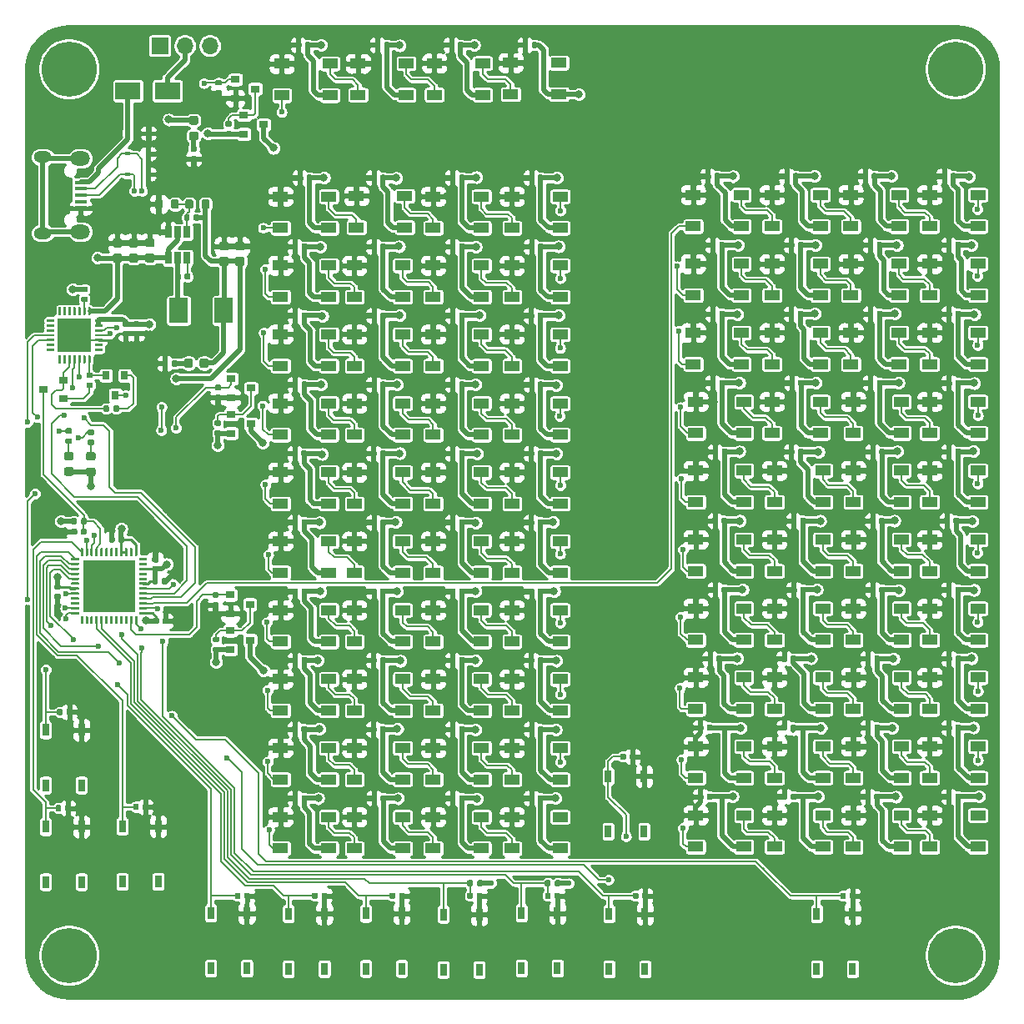
<source format=gbr>
G04 #@! TF.GenerationSoftware,KiCad,Pcbnew,5.1.5+dfsg1-2build2*
G04 #@! TF.CreationDate,2021-01-24T21:22:00+01:00*
G04 #@! TF.ProjectId,Logic_panel_v1_1,4c6f6769-635f-4706-916e-656c5f76315f,rev?*
G04 #@! TF.SameCoordinates,Original*
G04 #@! TF.FileFunction,Copper,L1,Top*
G04 #@! TF.FilePolarity,Positive*
%FSLAX46Y46*%
G04 Gerber Fmt 4.6, Leading zero omitted, Abs format (unit mm)*
G04 Created by KiCad (PCBNEW 5.1.5+dfsg1-2build2) date 2021-01-24 21:22:00*
%MOMM*%
%LPD*%
G04 APERTURE LIST*
G04 #@! TA.AperFunction,SMDPad,CuDef*
%ADD10C,0.350000*%
G04 #@! TD*
G04 #@! TA.AperFunction,SMDPad,CuDef*
%ADD11R,1.500000X1.000000*%
G04 #@! TD*
G04 #@! TA.AperFunction,SMDPad,CuDef*
%ADD12R,0.600000X0.450000*%
G04 #@! TD*
G04 #@! TA.AperFunction,ComponentPad*
%ADD13C,5.600000*%
G04 #@! TD*
G04 #@! TA.AperFunction,SMDPad,CuDef*
%ADD14R,1.900000X2.500000*%
G04 #@! TD*
G04 #@! TA.AperFunction,SMDPad,CuDef*
%ADD15R,0.900000X0.800000*%
G04 #@! TD*
G04 #@! TA.AperFunction,SMDPad,CuDef*
%ADD16R,0.800000X0.900000*%
G04 #@! TD*
G04 #@! TA.AperFunction,ComponentPad*
%ADD17R,1.700000X1.700000*%
G04 #@! TD*
G04 #@! TA.AperFunction,ComponentPad*
%ADD18O,1.700000X1.700000*%
G04 #@! TD*
G04 #@! TA.AperFunction,SMDPad,CuDef*
%ADD19R,5.300000X5.300000*%
G04 #@! TD*
G04 #@! TA.AperFunction,SMDPad,CuDef*
%ADD20R,3.350000X3.350000*%
G04 #@! TD*
G04 #@! TA.AperFunction,SMDPad,CuDef*
%ADD21R,0.650000X1.220000*%
G04 #@! TD*
G04 #@! TA.AperFunction,SMDPad,CuDef*
%ADD22R,1.300000X0.450000*%
G04 #@! TD*
G04 #@! TA.AperFunction,ComponentPad*
%ADD23O,2.000000X1.450000*%
G04 #@! TD*
G04 #@! TA.AperFunction,ComponentPad*
%ADD24O,1.800000X1.150000*%
G04 #@! TD*
G04 #@! TA.AperFunction,SMDPad,CuDef*
%ADD25R,0.700000X1.300000*%
G04 #@! TD*
G04 #@! TA.AperFunction,SMDPad,CuDef*
%ADD26R,2.500000X1.800000*%
G04 #@! TD*
G04 #@! TA.AperFunction,ViaPad*
%ADD27C,0.800000*%
G04 #@! TD*
G04 #@! TA.AperFunction,ViaPad*
%ADD28C,0.600000*%
G04 #@! TD*
G04 #@! TA.AperFunction,Conductor*
%ADD29C,0.500000*%
G04 #@! TD*
G04 #@! TA.AperFunction,Conductor*
%ADD30C,0.250000*%
G04 #@! TD*
G04 #@! TA.AperFunction,Conductor*
%ADD31C,0.150000*%
G04 #@! TD*
G04 #@! TA.AperFunction,Conductor*
%ADD32C,0.254000*%
G04 #@! TD*
G04 APERTURE END LIST*
G04 #@! TA.AperFunction,SMDPad,CuDef*
D10*
G04 #@! TO.P,C1,1*
G04 #@! TO.N,Board_1-GND*
G36*
X55691723Y-101686675D02*
G01*
X55705314Y-101688691D01*
X55718641Y-101692029D01*
X55731577Y-101696658D01*
X55743997Y-101702532D01*
X55755781Y-101709595D01*
X55766816Y-101717780D01*
X55776996Y-101727006D01*
X55786222Y-101737186D01*
X55794407Y-101748221D01*
X55801470Y-101760005D01*
X55807344Y-101772425D01*
X55811973Y-101785361D01*
X55815311Y-101798688D01*
X55817327Y-101812279D01*
X55818001Y-101826001D01*
X55818001Y-102166001D01*
X55817327Y-102179723D01*
X55815311Y-102193314D01*
X55811973Y-102206641D01*
X55807344Y-102219577D01*
X55801470Y-102231997D01*
X55794407Y-102243781D01*
X55786222Y-102254816D01*
X55776996Y-102264996D01*
X55766816Y-102274222D01*
X55755781Y-102282407D01*
X55743997Y-102289470D01*
X55731577Y-102295344D01*
X55718641Y-102299973D01*
X55705314Y-102303311D01*
X55691723Y-102305327D01*
X55678001Y-102306001D01*
X55398001Y-102306001D01*
X55384279Y-102305327D01*
X55370688Y-102303311D01*
X55357361Y-102299973D01*
X55344425Y-102295344D01*
X55332005Y-102289470D01*
X55320221Y-102282407D01*
X55309186Y-102274222D01*
X55299006Y-102264996D01*
X55289780Y-102254816D01*
X55281595Y-102243781D01*
X55274532Y-102231997D01*
X55268658Y-102219577D01*
X55264029Y-102206641D01*
X55260691Y-102193314D01*
X55258675Y-102179723D01*
X55258001Y-102166001D01*
X55258001Y-101826001D01*
X55258675Y-101812279D01*
X55260691Y-101798688D01*
X55264029Y-101785361D01*
X55268658Y-101772425D01*
X55274532Y-101760005D01*
X55281595Y-101748221D01*
X55289780Y-101737186D01*
X55299006Y-101727006D01*
X55309186Y-101717780D01*
X55320221Y-101709595D01*
X55332005Y-101702532D01*
X55344425Y-101696658D01*
X55357361Y-101692029D01*
X55370688Y-101688691D01*
X55384279Y-101686675D01*
X55398001Y-101686001D01*
X55678001Y-101686001D01*
X55691723Y-101686675D01*
G37*
G04 #@! TD.AperFunction*
G04 #@! TA.AperFunction,SMDPad,CuDef*
G04 #@! TO.P,C1,2*
G04 #@! TO.N,Board_1-EN*
G36*
X56651723Y-101686675D02*
G01*
X56665314Y-101688691D01*
X56678641Y-101692029D01*
X56691577Y-101696658D01*
X56703997Y-101702532D01*
X56715781Y-101709595D01*
X56726816Y-101717780D01*
X56736996Y-101727006D01*
X56746222Y-101737186D01*
X56754407Y-101748221D01*
X56761470Y-101760005D01*
X56767344Y-101772425D01*
X56771973Y-101785361D01*
X56775311Y-101798688D01*
X56777327Y-101812279D01*
X56778001Y-101826001D01*
X56778001Y-102166001D01*
X56777327Y-102179723D01*
X56775311Y-102193314D01*
X56771973Y-102206641D01*
X56767344Y-102219577D01*
X56761470Y-102231997D01*
X56754407Y-102243781D01*
X56746222Y-102254816D01*
X56736996Y-102264996D01*
X56726816Y-102274222D01*
X56715781Y-102282407D01*
X56703997Y-102289470D01*
X56691577Y-102295344D01*
X56678641Y-102299973D01*
X56665314Y-102303311D01*
X56651723Y-102305327D01*
X56638001Y-102306001D01*
X56358001Y-102306001D01*
X56344279Y-102305327D01*
X56330688Y-102303311D01*
X56317361Y-102299973D01*
X56304425Y-102295344D01*
X56292005Y-102289470D01*
X56280221Y-102282407D01*
X56269186Y-102274222D01*
X56259006Y-102264996D01*
X56249780Y-102254816D01*
X56241595Y-102243781D01*
X56234532Y-102231997D01*
X56228658Y-102219577D01*
X56224029Y-102206641D01*
X56220691Y-102193314D01*
X56218675Y-102179723D01*
X56218001Y-102166001D01*
X56218001Y-101826001D01*
X56218675Y-101812279D01*
X56220691Y-101798688D01*
X56224029Y-101785361D01*
X56228658Y-101772425D01*
X56234532Y-101760005D01*
X56241595Y-101748221D01*
X56249780Y-101737186D01*
X56259006Y-101727006D01*
X56269186Y-101717780D01*
X56280221Y-101709595D01*
X56292005Y-101702532D01*
X56304425Y-101696658D01*
X56317361Y-101692029D01*
X56330688Y-101688691D01*
X56344279Y-101686675D01*
X56358001Y-101686001D01*
X56638001Y-101686001D01*
X56651723Y-101686675D01*
G37*
G04 #@! TD.AperFunction*
G04 #@! TD*
G04 #@! TA.AperFunction,SMDPad,CuDef*
G04 #@! TO.P,C2,1*
G04 #@! TO.N,Board_1-+3V3*
G36*
X63943723Y-105490675D02*
G01*
X63957314Y-105492691D01*
X63970641Y-105496029D01*
X63983577Y-105500658D01*
X63995997Y-105506532D01*
X64007781Y-105513595D01*
X64018816Y-105521780D01*
X64028996Y-105531006D01*
X64038222Y-105541186D01*
X64046407Y-105552221D01*
X64053470Y-105564005D01*
X64059344Y-105576425D01*
X64063973Y-105589361D01*
X64067311Y-105602688D01*
X64069327Y-105616279D01*
X64070001Y-105630001D01*
X64070001Y-105910001D01*
X64069327Y-105923723D01*
X64067311Y-105937314D01*
X64063973Y-105950641D01*
X64059344Y-105963577D01*
X64053470Y-105975997D01*
X64046407Y-105987781D01*
X64038222Y-105998816D01*
X64028996Y-106008996D01*
X64018816Y-106018222D01*
X64007781Y-106026407D01*
X63995997Y-106033470D01*
X63983577Y-106039344D01*
X63970641Y-106043973D01*
X63957314Y-106047311D01*
X63943723Y-106049327D01*
X63930001Y-106050001D01*
X63590001Y-106050001D01*
X63576279Y-106049327D01*
X63562688Y-106047311D01*
X63549361Y-106043973D01*
X63536425Y-106039344D01*
X63524005Y-106033470D01*
X63512221Y-106026407D01*
X63501186Y-106018222D01*
X63491006Y-106008996D01*
X63481780Y-105998816D01*
X63473595Y-105987781D01*
X63466532Y-105975997D01*
X63460658Y-105963577D01*
X63456029Y-105950641D01*
X63452691Y-105937314D01*
X63450675Y-105923723D01*
X63450001Y-105910001D01*
X63450001Y-105630001D01*
X63450675Y-105616279D01*
X63452691Y-105602688D01*
X63456029Y-105589361D01*
X63460658Y-105576425D01*
X63466532Y-105564005D01*
X63473595Y-105552221D01*
X63481780Y-105541186D01*
X63491006Y-105531006D01*
X63501186Y-105521780D01*
X63512221Y-105513595D01*
X63524005Y-105506532D01*
X63536425Y-105500658D01*
X63549361Y-105496029D01*
X63562688Y-105492691D01*
X63576279Y-105490675D01*
X63590001Y-105490001D01*
X63930001Y-105490001D01*
X63943723Y-105490675D01*
G37*
G04 #@! TD.AperFunction*
G04 #@! TA.AperFunction,SMDPad,CuDef*
G04 #@! TO.P,C2,2*
G04 #@! TO.N,Board_1-GND*
G36*
X63943723Y-104530675D02*
G01*
X63957314Y-104532691D01*
X63970641Y-104536029D01*
X63983577Y-104540658D01*
X63995997Y-104546532D01*
X64007781Y-104553595D01*
X64018816Y-104561780D01*
X64028996Y-104571006D01*
X64038222Y-104581186D01*
X64046407Y-104592221D01*
X64053470Y-104604005D01*
X64059344Y-104616425D01*
X64063973Y-104629361D01*
X64067311Y-104642688D01*
X64069327Y-104656279D01*
X64070001Y-104670001D01*
X64070001Y-104950001D01*
X64069327Y-104963723D01*
X64067311Y-104977314D01*
X64063973Y-104990641D01*
X64059344Y-105003577D01*
X64053470Y-105015997D01*
X64046407Y-105027781D01*
X64038222Y-105038816D01*
X64028996Y-105048996D01*
X64018816Y-105058222D01*
X64007781Y-105066407D01*
X63995997Y-105073470D01*
X63983577Y-105079344D01*
X63970641Y-105083973D01*
X63957314Y-105087311D01*
X63943723Y-105089327D01*
X63930001Y-105090001D01*
X63590001Y-105090001D01*
X63576279Y-105089327D01*
X63562688Y-105087311D01*
X63549361Y-105083973D01*
X63536425Y-105079344D01*
X63524005Y-105073470D01*
X63512221Y-105066407D01*
X63501186Y-105058222D01*
X63491006Y-105048996D01*
X63481780Y-105038816D01*
X63473595Y-105027781D01*
X63466532Y-105015997D01*
X63460658Y-105003577D01*
X63456029Y-104990641D01*
X63452691Y-104977314D01*
X63450675Y-104963723D01*
X63450001Y-104950001D01*
X63450001Y-104670001D01*
X63450675Y-104656279D01*
X63452691Y-104642688D01*
X63456029Y-104629361D01*
X63460658Y-104616425D01*
X63466532Y-104604005D01*
X63473595Y-104592221D01*
X63481780Y-104581186D01*
X63491006Y-104571006D01*
X63501186Y-104561780D01*
X63512221Y-104553595D01*
X63524005Y-104546532D01*
X63536425Y-104540658D01*
X63549361Y-104536029D01*
X63562688Y-104532691D01*
X63576279Y-104530675D01*
X63590001Y-104530001D01*
X63930001Y-104530001D01*
X63943723Y-104530675D01*
G37*
G04 #@! TD.AperFunction*
G04 #@! TD*
G04 #@! TA.AperFunction,SMDPad,CuDef*
G04 #@! TO.P,C3,1*
G04 #@! TO.N,Board_1-+3V3*
G36*
X63903723Y-106700675D02*
G01*
X63917314Y-106702691D01*
X63930641Y-106706029D01*
X63943577Y-106710658D01*
X63955997Y-106716532D01*
X63967781Y-106723595D01*
X63978816Y-106731780D01*
X63988996Y-106741006D01*
X63998222Y-106751186D01*
X64006407Y-106762221D01*
X64013470Y-106774005D01*
X64019344Y-106786425D01*
X64023973Y-106799361D01*
X64027311Y-106812688D01*
X64029327Y-106826279D01*
X64030001Y-106840001D01*
X64030001Y-107180001D01*
X64029327Y-107193723D01*
X64027311Y-107207314D01*
X64023973Y-107220641D01*
X64019344Y-107233577D01*
X64013470Y-107245997D01*
X64006407Y-107257781D01*
X63998222Y-107268816D01*
X63988996Y-107278996D01*
X63978816Y-107288222D01*
X63967781Y-107296407D01*
X63955997Y-107303470D01*
X63943577Y-107309344D01*
X63930641Y-107313973D01*
X63917314Y-107317311D01*
X63903723Y-107319327D01*
X63890001Y-107320001D01*
X63610001Y-107320001D01*
X63596279Y-107319327D01*
X63582688Y-107317311D01*
X63569361Y-107313973D01*
X63556425Y-107309344D01*
X63544005Y-107303470D01*
X63532221Y-107296407D01*
X63521186Y-107288222D01*
X63511006Y-107278996D01*
X63501780Y-107268816D01*
X63493595Y-107257781D01*
X63486532Y-107245997D01*
X63480658Y-107233577D01*
X63476029Y-107220641D01*
X63472691Y-107207314D01*
X63470675Y-107193723D01*
X63470001Y-107180001D01*
X63470001Y-106840001D01*
X63470675Y-106826279D01*
X63472691Y-106812688D01*
X63476029Y-106799361D01*
X63480658Y-106786425D01*
X63486532Y-106774005D01*
X63493595Y-106762221D01*
X63501780Y-106751186D01*
X63511006Y-106741006D01*
X63521186Y-106731780D01*
X63532221Y-106723595D01*
X63544005Y-106716532D01*
X63556425Y-106710658D01*
X63569361Y-106706029D01*
X63582688Y-106702691D01*
X63596279Y-106700675D01*
X63610001Y-106700001D01*
X63890001Y-106700001D01*
X63903723Y-106700675D01*
G37*
G04 #@! TD.AperFunction*
G04 #@! TA.AperFunction,SMDPad,CuDef*
G04 #@! TO.P,C3,2*
G04 #@! TO.N,Board_1-GND*
G36*
X64863723Y-106700675D02*
G01*
X64877314Y-106702691D01*
X64890641Y-106706029D01*
X64903577Y-106710658D01*
X64915997Y-106716532D01*
X64927781Y-106723595D01*
X64938816Y-106731780D01*
X64948996Y-106741006D01*
X64958222Y-106751186D01*
X64966407Y-106762221D01*
X64973470Y-106774005D01*
X64979344Y-106786425D01*
X64983973Y-106799361D01*
X64987311Y-106812688D01*
X64989327Y-106826279D01*
X64990001Y-106840001D01*
X64990001Y-107180001D01*
X64989327Y-107193723D01*
X64987311Y-107207314D01*
X64983973Y-107220641D01*
X64979344Y-107233577D01*
X64973470Y-107245997D01*
X64966407Y-107257781D01*
X64958222Y-107268816D01*
X64948996Y-107278996D01*
X64938816Y-107288222D01*
X64927781Y-107296407D01*
X64915997Y-107303470D01*
X64903577Y-107309344D01*
X64890641Y-107313973D01*
X64877314Y-107317311D01*
X64863723Y-107319327D01*
X64850001Y-107320001D01*
X64570001Y-107320001D01*
X64556279Y-107319327D01*
X64542688Y-107317311D01*
X64529361Y-107313973D01*
X64516425Y-107309344D01*
X64504005Y-107303470D01*
X64492221Y-107296407D01*
X64481186Y-107288222D01*
X64471006Y-107278996D01*
X64461780Y-107268816D01*
X64453595Y-107257781D01*
X64446532Y-107245997D01*
X64440658Y-107233577D01*
X64436029Y-107220641D01*
X64432691Y-107207314D01*
X64430675Y-107193723D01*
X64430001Y-107180001D01*
X64430001Y-106840001D01*
X64430675Y-106826279D01*
X64432691Y-106812688D01*
X64436029Y-106799361D01*
X64440658Y-106786425D01*
X64446532Y-106774005D01*
X64453595Y-106762221D01*
X64461780Y-106751186D01*
X64471006Y-106741006D01*
X64481186Y-106731780D01*
X64492221Y-106723595D01*
X64504005Y-106716532D01*
X64516425Y-106710658D01*
X64529361Y-106706029D01*
X64542688Y-106702691D01*
X64556279Y-106700675D01*
X64570001Y-106700001D01*
X64850001Y-106700001D01*
X64863723Y-106700675D01*
G37*
G04 #@! TD.AperFunction*
G04 #@! TD*
G04 #@! TA.AperFunction,SMDPad,CuDef*
G04 #@! TO.P,C4,1*
G04 #@! TO.N,Board_1-GND*
G36*
X59493723Y-102470675D02*
G01*
X59507314Y-102472691D01*
X59520641Y-102476029D01*
X59533577Y-102480658D01*
X59545997Y-102486532D01*
X59557781Y-102493595D01*
X59568816Y-102501780D01*
X59578996Y-102511006D01*
X59588222Y-102521186D01*
X59596407Y-102532221D01*
X59603470Y-102544005D01*
X59609344Y-102556425D01*
X59613973Y-102569361D01*
X59617311Y-102582688D01*
X59619327Y-102596279D01*
X59620001Y-102610001D01*
X59620001Y-102950001D01*
X59619327Y-102963723D01*
X59617311Y-102977314D01*
X59613973Y-102990641D01*
X59609344Y-103003577D01*
X59603470Y-103015997D01*
X59596407Y-103027781D01*
X59588222Y-103038816D01*
X59578996Y-103048996D01*
X59568816Y-103058222D01*
X59557781Y-103066407D01*
X59545997Y-103073470D01*
X59533577Y-103079344D01*
X59520641Y-103083973D01*
X59507314Y-103087311D01*
X59493723Y-103089327D01*
X59480001Y-103090001D01*
X59200001Y-103090001D01*
X59186279Y-103089327D01*
X59172688Y-103087311D01*
X59159361Y-103083973D01*
X59146425Y-103079344D01*
X59134005Y-103073470D01*
X59122221Y-103066407D01*
X59111186Y-103058222D01*
X59101006Y-103048996D01*
X59091780Y-103038816D01*
X59083595Y-103027781D01*
X59076532Y-103015997D01*
X59070658Y-103003577D01*
X59066029Y-102990641D01*
X59062691Y-102977314D01*
X59060675Y-102963723D01*
X59060001Y-102950001D01*
X59060001Y-102610001D01*
X59060675Y-102596279D01*
X59062691Y-102582688D01*
X59066029Y-102569361D01*
X59070658Y-102556425D01*
X59076532Y-102544005D01*
X59083595Y-102532221D01*
X59091780Y-102521186D01*
X59101006Y-102511006D01*
X59111186Y-102501780D01*
X59122221Y-102493595D01*
X59134005Y-102486532D01*
X59146425Y-102480658D01*
X59159361Y-102476029D01*
X59172688Y-102472691D01*
X59186279Y-102470675D01*
X59200001Y-102470001D01*
X59480001Y-102470001D01*
X59493723Y-102470675D01*
G37*
G04 #@! TD.AperFunction*
G04 #@! TA.AperFunction,SMDPad,CuDef*
G04 #@! TO.P,C4,2*
G04 #@! TO.N,Board_1-+3V3*
G36*
X60453723Y-102470675D02*
G01*
X60467314Y-102472691D01*
X60480641Y-102476029D01*
X60493577Y-102480658D01*
X60505997Y-102486532D01*
X60517781Y-102493595D01*
X60528816Y-102501780D01*
X60538996Y-102511006D01*
X60548222Y-102521186D01*
X60556407Y-102532221D01*
X60563470Y-102544005D01*
X60569344Y-102556425D01*
X60573973Y-102569361D01*
X60577311Y-102582688D01*
X60579327Y-102596279D01*
X60580001Y-102610001D01*
X60580001Y-102950001D01*
X60579327Y-102963723D01*
X60577311Y-102977314D01*
X60573973Y-102990641D01*
X60569344Y-103003577D01*
X60563470Y-103015997D01*
X60556407Y-103027781D01*
X60548222Y-103038816D01*
X60538996Y-103048996D01*
X60528816Y-103058222D01*
X60517781Y-103066407D01*
X60505997Y-103073470D01*
X60493577Y-103079344D01*
X60480641Y-103083973D01*
X60467314Y-103087311D01*
X60453723Y-103089327D01*
X60440001Y-103090001D01*
X60160001Y-103090001D01*
X60146279Y-103089327D01*
X60132688Y-103087311D01*
X60119361Y-103083973D01*
X60106425Y-103079344D01*
X60094005Y-103073470D01*
X60082221Y-103066407D01*
X60071186Y-103058222D01*
X60061006Y-103048996D01*
X60051780Y-103038816D01*
X60043595Y-103027781D01*
X60036532Y-103015997D01*
X60030658Y-103003577D01*
X60026029Y-102990641D01*
X60022691Y-102977314D01*
X60020675Y-102963723D01*
X60020001Y-102950001D01*
X60020001Y-102610001D01*
X60020675Y-102596279D01*
X60022691Y-102582688D01*
X60026029Y-102569361D01*
X60030658Y-102556425D01*
X60036532Y-102544005D01*
X60043595Y-102532221D01*
X60051780Y-102521186D01*
X60061006Y-102511006D01*
X60071186Y-102501780D01*
X60082221Y-102493595D01*
X60094005Y-102486532D01*
X60106425Y-102480658D01*
X60119361Y-102476029D01*
X60132688Y-102472691D01*
X60146279Y-102470675D01*
X60160001Y-102470001D01*
X60440001Y-102470001D01*
X60453723Y-102470675D01*
G37*
G04 #@! TD.AperFunction*
G04 #@! TD*
G04 #@! TA.AperFunction,SMDPad,CuDef*
G04 #@! TO.P,C5,1*
G04 #@! TO.N,Board_1-GND*
G36*
X64963723Y-110740675D02*
G01*
X64977314Y-110742691D01*
X64990641Y-110746029D01*
X65003577Y-110750658D01*
X65015997Y-110756532D01*
X65027781Y-110763595D01*
X65038816Y-110771780D01*
X65048996Y-110781006D01*
X65058222Y-110791186D01*
X65066407Y-110802221D01*
X65073470Y-110814005D01*
X65079344Y-110826425D01*
X65083973Y-110839361D01*
X65087311Y-110852688D01*
X65089327Y-110866279D01*
X65090001Y-110880001D01*
X65090001Y-111220001D01*
X65089327Y-111233723D01*
X65087311Y-111247314D01*
X65083973Y-111260641D01*
X65079344Y-111273577D01*
X65073470Y-111285997D01*
X65066407Y-111297781D01*
X65058222Y-111308816D01*
X65048996Y-111318996D01*
X65038816Y-111328222D01*
X65027781Y-111336407D01*
X65015997Y-111343470D01*
X65003577Y-111349344D01*
X64990641Y-111353973D01*
X64977314Y-111357311D01*
X64963723Y-111359327D01*
X64950001Y-111360001D01*
X64670001Y-111360001D01*
X64656279Y-111359327D01*
X64642688Y-111357311D01*
X64629361Y-111353973D01*
X64616425Y-111349344D01*
X64604005Y-111343470D01*
X64592221Y-111336407D01*
X64581186Y-111328222D01*
X64571006Y-111318996D01*
X64561780Y-111308816D01*
X64553595Y-111297781D01*
X64546532Y-111285997D01*
X64540658Y-111273577D01*
X64536029Y-111260641D01*
X64532691Y-111247314D01*
X64530675Y-111233723D01*
X64530001Y-111220001D01*
X64530001Y-110880001D01*
X64530675Y-110866279D01*
X64532691Y-110852688D01*
X64536029Y-110839361D01*
X64540658Y-110826425D01*
X64546532Y-110814005D01*
X64553595Y-110802221D01*
X64561780Y-110791186D01*
X64571006Y-110781006D01*
X64581186Y-110771780D01*
X64592221Y-110763595D01*
X64604005Y-110756532D01*
X64616425Y-110750658D01*
X64629361Y-110746029D01*
X64642688Y-110742691D01*
X64656279Y-110740675D01*
X64670001Y-110740001D01*
X64950001Y-110740001D01*
X64963723Y-110740675D01*
G37*
G04 #@! TD.AperFunction*
G04 #@! TA.AperFunction,SMDPad,CuDef*
G04 #@! TO.P,C5,2*
G04 #@! TO.N,Board_1-+3V3*
G36*
X64003723Y-110740675D02*
G01*
X64017314Y-110742691D01*
X64030641Y-110746029D01*
X64043577Y-110750658D01*
X64055997Y-110756532D01*
X64067781Y-110763595D01*
X64078816Y-110771780D01*
X64088996Y-110781006D01*
X64098222Y-110791186D01*
X64106407Y-110802221D01*
X64113470Y-110814005D01*
X64119344Y-110826425D01*
X64123973Y-110839361D01*
X64127311Y-110852688D01*
X64129327Y-110866279D01*
X64130001Y-110880001D01*
X64130001Y-111220001D01*
X64129327Y-111233723D01*
X64127311Y-111247314D01*
X64123973Y-111260641D01*
X64119344Y-111273577D01*
X64113470Y-111285997D01*
X64106407Y-111297781D01*
X64098222Y-111308816D01*
X64088996Y-111318996D01*
X64078816Y-111328222D01*
X64067781Y-111336407D01*
X64055997Y-111343470D01*
X64043577Y-111349344D01*
X64030641Y-111353973D01*
X64017314Y-111357311D01*
X64003723Y-111359327D01*
X63990001Y-111360001D01*
X63710001Y-111360001D01*
X63696279Y-111359327D01*
X63682688Y-111357311D01*
X63669361Y-111353973D01*
X63656425Y-111349344D01*
X63644005Y-111343470D01*
X63632221Y-111336407D01*
X63621186Y-111328222D01*
X63611006Y-111318996D01*
X63601780Y-111308816D01*
X63593595Y-111297781D01*
X63586532Y-111285997D01*
X63580658Y-111273577D01*
X63576029Y-111260641D01*
X63572691Y-111247314D01*
X63570675Y-111233723D01*
X63570001Y-111220001D01*
X63570001Y-110880001D01*
X63570675Y-110866279D01*
X63572691Y-110852688D01*
X63576029Y-110839361D01*
X63580658Y-110826425D01*
X63586532Y-110814005D01*
X63593595Y-110802221D01*
X63601780Y-110791186D01*
X63611006Y-110781006D01*
X63621186Y-110771780D01*
X63632221Y-110763595D01*
X63644005Y-110756532D01*
X63656425Y-110750658D01*
X63669361Y-110746029D01*
X63682688Y-110742691D01*
X63696279Y-110740675D01*
X63710001Y-110740001D01*
X63990001Y-110740001D01*
X64003723Y-110740675D01*
G37*
G04 #@! TD.AperFunction*
G04 #@! TD*
G04 #@! TA.AperFunction,SMDPad,CuDef*
G04 #@! TO.P,C6,1*
G04 #@! TO.N,Board_1-GND*
G36*
X54023723Y-108290675D02*
G01*
X54037314Y-108292691D01*
X54050641Y-108296029D01*
X54063577Y-108300658D01*
X54075997Y-108306532D01*
X54087781Y-108313595D01*
X54098816Y-108321780D01*
X54108996Y-108331006D01*
X54118222Y-108341186D01*
X54126407Y-108352221D01*
X54133470Y-108364005D01*
X54139344Y-108376425D01*
X54143973Y-108389361D01*
X54147311Y-108402688D01*
X54149327Y-108416279D01*
X54150001Y-108430001D01*
X54150001Y-108710001D01*
X54149327Y-108723723D01*
X54147311Y-108737314D01*
X54143973Y-108750641D01*
X54139344Y-108763577D01*
X54133470Y-108775997D01*
X54126407Y-108787781D01*
X54118222Y-108798816D01*
X54108996Y-108808996D01*
X54098816Y-108818222D01*
X54087781Y-108826407D01*
X54075997Y-108833470D01*
X54063577Y-108839344D01*
X54050641Y-108843973D01*
X54037314Y-108847311D01*
X54023723Y-108849327D01*
X54010001Y-108850001D01*
X53670001Y-108850001D01*
X53656279Y-108849327D01*
X53642688Y-108847311D01*
X53629361Y-108843973D01*
X53616425Y-108839344D01*
X53604005Y-108833470D01*
X53592221Y-108826407D01*
X53581186Y-108818222D01*
X53571006Y-108808996D01*
X53561780Y-108798816D01*
X53553595Y-108787781D01*
X53546532Y-108775997D01*
X53540658Y-108763577D01*
X53536029Y-108750641D01*
X53532691Y-108737314D01*
X53530675Y-108723723D01*
X53530001Y-108710001D01*
X53530001Y-108430001D01*
X53530675Y-108416279D01*
X53532691Y-108402688D01*
X53536029Y-108389361D01*
X53540658Y-108376425D01*
X53546532Y-108364005D01*
X53553595Y-108352221D01*
X53561780Y-108341186D01*
X53571006Y-108331006D01*
X53581186Y-108321780D01*
X53592221Y-108313595D01*
X53604005Y-108306532D01*
X53616425Y-108300658D01*
X53629361Y-108296029D01*
X53642688Y-108292691D01*
X53656279Y-108290675D01*
X53670001Y-108290001D01*
X54010001Y-108290001D01*
X54023723Y-108290675D01*
G37*
G04 #@! TD.AperFunction*
G04 #@! TA.AperFunction,SMDPad,CuDef*
G04 #@! TO.P,C6,2*
G04 #@! TO.N,Board_1-+3V3*
G36*
X54023723Y-107330675D02*
G01*
X54037314Y-107332691D01*
X54050641Y-107336029D01*
X54063577Y-107340658D01*
X54075997Y-107346532D01*
X54087781Y-107353595D01*
X54098816Y-107361780D01*
X54108996Y-107371006D01*
X54118222Y-107381186D01*
X54126407Y-107392221D01*
X54133470Y-107404005D01*
X54139344Y-107416425D01*
X54143973Y-107429361D01*
X54147311Y-107442688D01*
X54149327Y-107456279D01*
X54150001Y-107470001D01*
X54150001Y-107750001D01*
X54149327Y-107763723D01*
X54147311Y-107777314D01*
X54143973Y-107790641D01*
X54139344Y-107803577D01*
X54133470Y-107815997D01*
X54126407Y-107827781D01*
X54118222Y-107838816D01*
X54108996Y-107848996D01*
X54098816Y-107858222D01*
X54087781Y-107866407D01*
X54075997Y-107873470D01*
X54063577Y-107879344D01*
X54050641Y-107883973D01*
X54037314Y-107887311D01*
X54023723Y-107889327D01*
X54010001Y-107890001D01*
X53670001Y-107890001D01*
X53656279Y-107889327D01*
X53642688Y-107887311D01*
X53629361Y-107883973D01*
X53616425Y-107879344D01*
X53604005Y-107873470D01*
X53592221Y-107866407D01*
X53581186Y-107858222D01*
X53571006Y-107848996D01*
X53561780Y-107838816D01*
X53553595Y-107827781D01*
X53546532Y-107815997D01*
X53540658Y-107803577D01*
X53536029Y-107790641D01*
X53532691Y-107777314D01*
X53530675Y-107763723D01*
X53530001Y-107750001D01*
X53530001Y-107470001D01*
X53530675Y-107456279D01*
X53532691Y-107442688D01*
X53536029Y-107429361D01*
X53540658Y-107416425D01*
X53546532Y-107404005D01*
X53553595Y-107392221D01*
X53561780Y-107381186D01*
X53571006Y-107371006D01*
X53581186Y-107361780D01*
X53592221Y-107353595D01*
X53604005Y-107346532D01*
X53616425Y-107340658D01*
X53629361Y-107336029D01*
X53642688Y-107332691D01*
X53656279Y-107330675D01*
X53670001Y-107330001D01*
X54010001Y-107330001D01*
X54023723Y-107330675D01*
G37*
G04 #@! TD.AperFunction*
G04 #@! TD*
G04 #@! TA.AperFunction,SMDPad,CuDef*
G04 #@! TO.P,C7,1*
G04 #@! TO.N,Board_1-V_LED_1*
G36*
X79407723Y-52266675D02*
G01*
X79421314Y-52268691D01*
X79434641Y-52272029D01*
X79447577Y-52276658D01*
X79459997Y-52282532D01*
X79471781Y-52289595D01*
X79482816Y-52297780D01*
X79492996Y-52307006D01*
X79502222Y-52317186D01*
X79510407Y-52328221D01*
X79517470Y-52340005D01*
X79523344Y-52352425D01*
X79527973Y-52365361D01*
X79531311Y-52378688D01*
X79533327Y-52392279D01*
X79534001Y-52406001D01*
X79534001Y-52746001D01*
X79533327Y-52759723D01*
X79531311Y-52773314D01*
X79527973Y-52786641D01*
X79523344Y-52799577D01*
X79517470Y-52811997D01*
X79510407Y-52823781D01*
X79502222Y-52834816D01*
X79492996Y-52844996D01*
X79482816Y-52854222D01*
X79471781Y-52862407D01*
X79459997Y-52869470D01*
X79447577Y-52875344D01*
X79434641Y-52879973D01*
X79421314Y-52883311D01*
X79407723Y-52885327D01*
X79394001Y-52886001D01*
X79114001Y-52886001D01*
X79100279Y-52885327D01*
X79086688Y-52883311D01*
X79073361Y-52879973D01*
X79060425Y-52875344D01*
X79048005Y-52869470D01*
X79036221Y-52862407D01*
X79025186Y-52854222D01*
X79015006Y-52844996D01*
X79005780Y-52834816D01*
X78997595Y-52823781D01*
X78990532Y-52811997D01*
X78984658Y-52799577D01*
X78980029Y-52786641D01*
X78976691Y-52773314D01*
X78974675Y-52759723D01*
X78974001Y-52746001D01*
X78974001Y-52406001D01*
X78974675Y-52392279D01*
X78976691Y-52378688D01*
X78980029Y-52365361D01*
X78984658Y-52352425D01*
X78990532Y-52340005D01*
X78997595Y-52328221D01*
X79005780Y-52317186D01*
X79015006Y-52307006D01*
X79025186Y-52297780D01*
X79036221Y-52289595D01*
X79048005Y-52282532D01*
X79060425Y-52276658D01*
X79073361Y-52272029D01*
X79086688Y-52268691D01*
X79100279Y-52266675D01*
X79114001Y-52266001D01*
X79394001Y-52266001D01*
X79407723Y-52266675D01*
G37*
G04 #@! TD.AperFunction*
G04 #@! TA.AperFunction,SMDPad,CuDef*
G04 #@! TO.P,C7,2*
G04 #@! TO.N,Board_1-GND*
G36*
X78447723Y-52266675D02*
G01*
X78461314Y-52268691D01*
X78474641Y-52272029D01*
X78487577Y-52276658D01*
X78499997Y-52282532D01*
X78511781Y-52289595D01*
X78522816Y-52297780D01*
X78532996Y-52307006D01*
X78542222Y-52317186D01*
X78550407Y-52328221D01*
X78557470Y-52340005D01*
X78563344Y-52352425D01*
X78567973Y-52365361D01*
X78571311Y-52378688D01*
X78573327Y-52392279D01*
X78574001Y-52406001D01*
X78574001Y-52746001D01*
X78573327Y-52759723D01*
X78571311Y-52773314D01*
X78567973Y-52786641D01*
X78563344Y-52799577D01*
X78557470Y-52811997D01*
X78550407Y-52823781D01*
X78542222Y-52834816D01*
X78532996Y-52844996D01*
X78522816Y-52854222D01*
X78511781Y-52862407D01*
X78499997Y-52869470D01*
X78487577Y-52875344D01*
X78474641Y-52879973D01*
X78461314Y-52883311D01*
X78447723Y-52885327D01*
X78434001Y-52886001D01*
X78154001Y-52886001D01*
X78140279Y-52885327D01*
X78126688Y-52883311D01*
X78113361Y-52879973D01*
X78100425Y-52875344D01*
X78088005Y-52869470D01*
X78076221Y-52862407D01*
X78065186Y-52854222D01*
X78055006Y-52844996D01*
X78045780Y-52834816D01*
X78037595Y-52823781D01*
X78030532Y-52811997D01*
X78024658Y-52799577D01*
X78020029Y-52786641D01*
X78016691Y-52773314D01*
X78014675Y-52759723D01*
X78014001Y-52746001D01*
X78014001Y-52406001D01*
X78014675Y-52392279D01*
X78016691Y-52378688D01*
X78020029Y-52365361D01*
X78024658Y-52352425D01*
X78030532Y-52340005D01*
X78037595Y-52328221D01*
X78045780Y-52317186D01*
X78055006Y-52307006D01*
X78065186Y-52297780D01*
X78076221Y-52289595D01*
X78088005Y-52282532D01*
X78100425Y-52276658D01*
X78113361Y-52272029D01*
X78126688Y-52268691D01*
X78140279Y-52266675D01*
X78154001Y-52266001D01*
X78434001Y-52266001D01*
X78447723Y-52266675D01*
G37*
G04 #@! TD.AperFunction*
G04 #@! TD*
G04 #@! TA.AperFunction,SMDPad,CuDef*
G04 #@! TO.P,C8,1*
G04 #@! TO.N,Board_1-V_LED_1*
G36*
X87427723Y-52266675D02*
G01*
X87441314Y-52268691D01*
X87454641Y-52272029D01*
X87467577Y-52276658D01*
X87479997Y-52282532D01*
X87491781Y-52289595D01*
X87502816Y-52297780D01*
X87512996Y-52307006D01*
X87522222Y-52317186D01*
X87530407Y-52328221D01*
X87537470Y-52340005D01*
X87543344Y-52352425D01*
X87547973Y-52365361D01*
X87551311Y-52378688D01*
X87553327Y-52392279D01*
X87554001Y-52406001D01*
X87554001Y-52746001D01*
X87553327Y-52759723D01*
X87551311Y-52773314D01*
X87547973Y-52786641D01*
X87543344Y-52799577D01*
X87537470Y-52811997D01*
X87530407Y-52823781D01*
X87522222Y-52834816D01*
X87512996Y-52844996D01*
X87502816Y-52854222D01*
X87491781Y-52862407D01*
X87479997Y-52869470D01*
X87467577Y-52875344D01*
X87454641Y-52879973D01*
X87441314Y-52883311D01*
X87427723Y-52885327D01*
X87414001Y-52886001D01*
X87134001Y-52886001D01*
X87120279Y-52885327D01*
X87106688Y-52883311D01*
X87093361Y-52879973D01*
X87080425Y-52875344D01*
X87068005Y-52869470D01*
X87056221Y-52862407D01*
X87045186Y-52854222D01*
X87035006Y-52844996D01*
X87025780Y-52834816D01*
X87017595Y-52823781D01*
X87010532Y-52811997D01*
X87004658Y-52799577D01*
X87000029Y-52786641D01*
X86996691Y-52773314D01*
X86994675Y-52759723D01*
X86994001Y-52746001D01*
X86994001Y-52406001D01*
X86994675Y-52392279D01*
X86996691Y-52378688D01*
X87000029Y-52365361D01*
X87004658Y-52352425D01*
X87010532Y-52340005D01*
X87017595Y-52328221D01*
X87025780Y-52317186D01*
X87035006Y-52307006D01*
X87045186Y-52297780D01*
X87056221Y-52289595D01*
X87068005Y-52282532D01*
X87080425Y-52276658D01*
X87093361Y-52272029D01*
X87106688Y-52268691D01*
X87120279Y-52266675D01*
X87134001Y-52266001D01*
X87414001Y-52266001D01*
X87427723Y-52266675D01*
G37*
G04 #@! TD.AperFunction*
G04 #@! TA.AperFunction,SMDPad,CuDef*
G04 #@! TO.P,C8,2*
G04 #@! TO.N,Board_1-GND*
G36*
X86467723Y-52266675D02*
G01*
X86481314Y-52268691D01*
X86494641Y-52272029D01*
X86507577Y-52276658D01*
X86519997Y-52282532D01*
X86531781Y-52289595D01*
X86542816Y-52297780D01*
X86552996Y-52307006D01*
X86562222Y-52317186D01*
X86570407Y-52328221D01*
X86577470Y-52340005D01*
X86583344Y-52352425D01*
X86587973Y-52365361D01*
X86591311Y-52378688D01*
X86593327Y-52392279D01*
X86594001Y-52406001D01*
X86594001Y-52746001D01*
X86593327Y-52759723D01*
X86591311Y-52773314D01*
X86587973Y-52786641D01*
X86583344Y-52799577D01*
X86577470Y-52811997D01*
X86570407Y-52823781D01*
X86562222Y-52834816D01*
X86552996Y-52844996D01*
X86542816Y-52854222D01*
X86531781Y-52862407D01*
X86519997Y-52869470D01*
X86507577Y-52875344D01*
X86494641Y-52879973D01*
X86481314Y-52883311D01*
X86467723Y-52885327D01*
X86454001Y-52886001D01*
X86174001Y-52886001D01*
X86160279Y-52885327D01*
X86146688Y-52883311D01*
X86133361Y-52879973D01*
X86120425Y-52875344D01*
X86108005Y-52869470D01*
X86096221Y-52862407D01*
X86085186Y-52854222D01*
X86075006Y-52844996D01*
X86065780Y-52834816D01*
X86057595Y-52823781D01*
X86050532Y-52811997D01*
X86044658Y-52799577D01*
X86040029Y-52786641D01*
X86036691Y-52773314D01*
X86034675Y-52759723D01*
X86034001Y-52746001D01*
X86034001Y-52406001D01*
X86034675Y-52392279D01*
X86036691Y-52378688D01*
X86040029Y-52365361D01*
X86044658Y-52352425D01*
X86050532Y-52340005D01*
X86057595Y-52328221D01*
X86065780Y-52317186D01*
X86075006Y-52307006D01*
X86085186Y-52297780D01*
X86096221Y-52289595D01*
X86108005Y-52282532D01*
X86120425Y-52276658D01*
X86133361Y-52272029D01*
X86146688Y-52268691D01*
X86160279Y-52266675D01*
X86174001Y-52266001D01*
X86454001Y-52266001D01*
X86467723Y-52266675D01*
G37*
G04 #@! TD.AperFunction*
G04 #@! TD*
G04 #@! TA.AperFunction,SMDPad,CuDef*
G04 #@! TO.P,C9,1*
G04 #@! TO.N,Board_1-V_LED_1*
G36*
X94927723Y-52266675D02*
G01*
X94941314Y-52268691D01*
X94954641Y-52272029D01*
X94967577Y-52276658D01*
X94979997Y-52282532D01*
X94991781Y-52289595D01*
X95002816Y-52297780D01*
X95012996Y-52307006D01*
X95022222Y-52317186D01*
X95030407Y-52328221D01*
X95037470Y-52340005D01*
X95043344Y-52352425D01*
X95047973Y-52365361D01*
X95051311Y-52378688D01*
X95053327Y-52392279D01*
X95054001Y-52406001D01*
X95054001Y-52746001D01*
X95053327Y-52759723D01*
X95051311Y-52773314D01*
X95047973Y-52786641D01*
X95043344Y-52799577D01*
X95037470Y-52811997D01*
X95030407Y-52823781D01*
X95022222Y-52834816D01*
X95012996Y-52844996D01*
X95002816Y-52854222D01*
X94991781Y-52862407D01*
X94979997Y-52869470D01*
X94967577Y-52875344D01*
X94954641Y-52879973D01*
X94941314Y-52883311D01*
X94927723Y-52885327D01*
X94914001Y-52886001D01*
X94634001Y-52886001D01*
X94620279Y-52885327D01*
X94606688Y-52883311D01*
X94593361Y-52879973D01*
X94580425Y-52875344D01*
X94568005Y-52869470D01*
X94556221Y-52862407D01*
X94545186Y-52854222D01*
X94535006Y-52844996D01*
X94525780Y-52834816D01*
X94517595Y-52823781D01*
X94510532Y-52811997D01*
X94504658Y-52799577D01*
X94500029Y-52786641D01*
X94496691Y-52773314D01*
X94494675Y-52759723D01*
X94494001Y-52746001D01*
X94494001Y-52406001D01*
X94494675Y-52392279D01*
X94496691Y-52378688D01*
X94500029Y-52365361D01*
X94504658Y-52352425D01*
X94510532Y-52340005D01*
X94517595Y-52328221D01*
X94525780Y-52317186D01*
X94535006Y-52307006D01*
X94545186Y-52297780D01*
X94556221Y-52289595D01*
X94568005Y-52282532D01*
X94580425Y-52276658D01*
X94593361Y-52272029D01*
X94606688Y-52268691D01*
X94620279Y-52266675D01*
X94634001Y-52266001D01*
X94914001Y-52266001D01*
X94927723Y-52266675D01*
G37*
G04 #@! TD.AperFunction*
G04 #@! TA.AperFunction,SMDPad,CuDef*
G04 #@! TO.P,C9,2*
G04 #@! TO.N,Board_1-GND*
G36*
X93967723Y-52266675D02*
G01*
X93981314Y-52268691D01*
X93994641Y-52272029D01*
X94007577Y-52276658D01*
X94019997Y-52282532D01*
X94031781Y-52289595D01*
X94042816Y-52297780D01*
X94052996Y-52307006D01*
X94062222Y-52317186D01*
X94070407Y-52328221D01*
X94077470Y-52340005D01*
X94083344Y-52352425D01*
X94087973Y-52365361D01*
X94091311Y-52378688D01*
X94093327Y-52392279D01*
X94094001Y-52406001D01*
X94094001Y-52746001D01*
X94093327Y-52759723D01*
X94091311Y-52773314D01*
X94087973Y-52786641D01*
X94083344Y-52799577D01*
X94077470Y-52811997D01*
X94070407Y-52823781D01*
X94062222Y-52834816D01*
X94052996Y-52844996D01*
X94042816Y-52854222D01*
X94031781Y-52862407D01*
X94019997Y-52869470D01*
X94007577Y-52875344D01*
X93994641Y-52879973D01*
X93981314Y-52883311D01*
X93967723Y-52885327D01*
X93954001Y-52886001D01*
X93674001Y-52886001D01*
X93660279Y-52885327D01*
X93646688Y-52883311D01*
X93633361Y-52879973D01*
X93620425Y-52875344D01*
X93608005Y-52869470D01*
X93596221Y-52862407D01*
X93585186Y-52854222D01*
X93575006Y-52844996D01*
X93565780Y-52834816D01*
X93557595Y-52823781D01*
X93550532Y-52811997D01*
X93544658Y-52799577D01*
X93540029Y-52786641D01*
X93536691Y-52773314D01*
X93534675Y-52759723D01*
X93534001Y-52746001D01*
X93534001Y-52406001D01*
X93534675Y-52392279D01*
X93536691Y-52378688D01*
X93540029Y-52365361D01*
X93544658Y-52352425D01*
X93550532Y-52340005D01*
X93557595Y-52328221D01*
X93565780Y-52317186D01*
X93575006Y-52307006D01*
X93585186Y-52297780D01*
X93596221Y-52289595D01*
X93608005Y-52282532D01*
X93620425Y-52276658D01*
X93633361Y-52272029D01*
X93646688Y-52268691D01*
X93660279Y-52266675D01*
X93674001Y-52266001D01*
X93954001Y-52266001D01*
X93967723Y-52266675D01*
G37*
G04 #@! TD.AperFunction*
G04 #@! TD*
G04 #@! TA.AperFunction,SMDPad,CuDef*
G04 #@! TO.P,C10,1*
G04 #@! TO.N,Board_1-V_LED_1*
G36*
X102427723Y-52266675D02*
G01*
X102441314Y-52268691D01*
X102454641Y-52272029D01*
X102467577Y-52276658D01*
X102479997Y-52282532D01*
X102491781Y-52289595D01*
X102502816Y-52297780D01*
X102512996Y-52307006D01*
X102522222Y-52317186D01*
X102530407Y-52328221D01*
X102537470Y-52340005D01*
X102543344Y-52352425D01*
X102547973Y-52365361D01*
X102551311Y-52378688D01*
X102553327Y-52392279D01*
X102554001Y-52406001D01*
X102554001Y-52746001D01*
X102553327Y-52759723D01*
X102551311Y-52773314D01*
X102547973Y-52786641D01*
X102543344Y-52799577D01*
X102537470Y-52811997D01*
X102530407Y-52823781D01*
X102522222Y-52834816D01*
X102512996Y-52844996D01*
X102502816Y-52854222D01*
X102491781Y-52862407D01*
X102479997Y-52869470D01*
X102467577Y-52875344D01*
X102454641Y-52879973D01*
X102441314Y-52883311D01*
X102427723Y-52885327D01*
X102414001Y-52886001D01*
X102134001Y-52886001D01*
X102120279Y-52885327D01*
X102106688Y-52883311D01*
X102093361Y-52879973D01*
X102080425Y-52875344D01*
X102068005Y-52869470D01*
X102056221Y-52862407D01*
X102045186Y-52854222D01*
X102035006Y-52844996D01*
X102025780Y-52834816D01*
X102017595Y-52823781D01*
X102010532Y-52811997D01*
X102004658Y-52799577D01*
X102000029Y-52786641D01*
X101996691Y-52773314D01*
X101994675Y-52759723D01*
X101994001Y-52746001D01*
X101994001Y-52406001D01*
X101994675Y-52392279D01*
X101996691Y-52378688D01*
X102000029Y-52365361D01*
X102004658Y-52352425D01*
X102010532Y-52340005D01*
X102017595Y-52328221D01*
X102025780Y-52317186D01*
X102035006Y-52307006D01*
X102045186Y-52297780D01*
X102056221Y-52289595D01*
X102068005Y-52282532D01*
X102080425Y-52276658D01*
X102093361Y-52272029D01*
X102106688Y-52268691D01*
X102120279Y-52266675D01*
X102134001Y-52266001D01*
X102414001Y-52266001D01*
X102427723Y-52266675D01*
G37*
G04 #@! TD.AperFunction*
G04 #@! TA.AperFunction,SMDPad,CuDef*
G04 #@! TO.P,C10,2*
G04 #@! TO.N,Board_1-GND*
G36*
X101467723Y-52266675D02*
G01*
X101481314Y-52268691D01*
X101494641Y-52272029D01*
X101507577Y-52276658D01*
X101519997Y-52282532D01*
X101531781Y-52289595D01*
X101542816Y-52297780D01*
X101552996Y-52307006D01*
X101562222Y-52317186D01*
X101570407Y-52328221D01*
X101577470Y-52340005D01*
X101583344Y-52352425D01*
X101587973Y-52365361D01*
X101591311Y-52378688D01*
X101593327Y-52392279D01*
X101594001Y-52406001D01*
X101594001Y-52746001D01*
X101593327Y-52759723D01*
X101591311Y-52773314D01*
X101587973Y-52786641D01*
X101583344Y-52799577D01*
X101577470Y-52811997D01*
X101570407Y-52823781D01*
X101562222Y-52834816D01*
X101552996Y-52844996D01*
X101542816Y-52854222D01*
X101531781Y-52862407D01*
X101519997Y-52869470D01*
X101507577Y-52875344D01*
X101494641Y-52879973D01*
X101481314Y-52883311D01*
X101467723Y-52885327D01*
X101454001Y-52886001D01*
X101174001Y-52886001D01*
X101160279Y-52885327D01*
X101146688Y-52883311D01*
X101133361Y-52879973D01*
X101120425Y-52875344D01*
X101108005Y-52869470D01*
X101096221Y-52862407D01*
X101085186Y-52854222D01*
X101075006Y-52844996D01*
X101065780Y-52834816D01*
X101057595Y-52823781D01*
X101050532Y-52811997D01*
X101044658Y-52799577D01*
X101040029Y-52786641D01*
X101036691Y-52773314D01*
X101034675Y-52759723D01*
X101034001Y-52746001D01*
X101034001Y-52406001D01*
X101034675Y-52392279D01*
X101036691Y-52378688D01*
X101040029Y-52365361D01*
X101044658Y-52352425D01*
X101050532Y-52340005D01*
X101057595Y-52328221D01*
X101065780Y-52317186D01*
X101075006Y-52307006D01*
X101085186Y-52297780D01*
X101096221Y-52289595D01*
X101108005Y-52282532D01*
X101120425Y-52276658D01*
X101133361Y-52272029D01*
X101146688Y-52268691D01*
X101160279Y-52266675D01*
X101174001Y-52266001D01*
X101454001Y-52266001D01*
X101467723Y-52266675D01*
G37*
G04 #@! TD.AperFunction*
G04 #@! TD*
G04 #@! TA.AperFunction,SMDPad,CuDef*
G04 #@! TO.P,C11,1*
G04 #@! TO.N,Board_1-GND*
G36*
X73235723Y-138642675D02*
G01*
X73249314Y-138644691D01*
X73262641Y-138648029D01*
X73275577Y-138652658D01*
X73287997Y-138658532D01*
X73299781Y-138665595D01*
X73310816Y-138673780D01*
X73320996Y-138683006D01*
X73330222Y-138693186D01*
X73338407Y-138704221D01*
X73345470Y-138716005D01*
X73351344Y-138728425D01*
X73355973Y-138741361D01*
X73359311Y-138754688D01*
X73361327Y-138768279D01*
X73362001Y-138782001D01*
X73362001Y-139122001D01*
X73361327Y-139135723D01*
X73359311Y-139149314D01*
X73355973Y-139162641D01*
X73351344Y-139175577D01*
X73345470Y-139187997D01*
X73338407Y-139199781D01*
X73330222Y-139210816D01*
X73320996Y-139220996D01*
X73310816Y-139230222D01*
X73299781Y-139238407D01*
X73287997Y-139245470D01*
X73275577Y-139251344D01*
X73262641Y-139255973D01*
X73249314Y-139259311D01*
X73235723Y-139261327D01*
X73222001Y-139262001D01*
X72942001Y-139262001D01*
X72928279Y-139261327D01*
X72914688Y-139259311D01*
X72901361Y-139255973D01*
X72888425Y-139251344D01*
X72876005Y-139245470D01*
X72864221Y-139238407D01*
X72853186Y-139230222D01*
X72843006Y-139220996D01*
X72833780Y-139210816D01*
X72825595Y-139199781D01*
X72818532Y-139187997D01*
X72812658Y-139175577D01*
X72808029Y-139162641D01*
X72804691Y-139149314D01*
X72802675Y-139135723D01*
X72802001Y-139122001D01*
X72802001Y-138782001D01*
X72802675Y-138768279D01*
X72804691Y-138754688D01*
X72808029Y-138741361D01*
X72812658Y-138728425D01*
X72818532Y-138716005D01*
X72825595Y-138704221D01*
X72833780Y-138693186D01*
X72843006Y-138683006D01*
X72853186Y-138673780D01*
X72864221Y-138665595D01*
X72876005Y-138658532D01*
X72888425Y-138652658D01*
X72901361Y-138648029D01*
X72914688Y-138644691D01*
X72928279Y-138642675D01*
X72942001Y-138642001D01*
X73222001Y-138642001D01*
X73235723Y-138642675D01*
G37*
G04 #@! TD.AperFunction*
G04 #@! TA.AperFunction,SMDPad,CuDef*
G04 #@! TO.P,C11,2*
G04 #@! TO.N,Board_1-BARVA_1*
G36*
X72275723Y-138642675D02*
G01*
X72289314Y-138644691D01*
X72302641Y-138648029D01*
X72315577Y-138652658D01*
X72327997Y-138658532D01*
X72339781Y-138665595D01*
X72350816Y-138673780D01*
X72360996Y-138683006D01*
X72370222Y-138693186D01*
X72378407Y-138704221D01*
X72385470Y-138716005D01*
X72391344Y-138728425D01*
X72395973Y-138741361D01*
X72399311Y-138754688D01*
X72401327Y-138768279D01*
X72402001Y-138782001D01*
X72402001Y-139122001D01*
X72401327Y-139135723D01*
X72399311Y-139149314D01*
X72395973Y-139162641D01*
X72391344Y-139175577D01*
X72385470Y-139187997D01*
X72378407Y-139199781D01*
X72370222Y-139210816D01*
X72360996Y-139220996D01*
X72350816Y-139230222D01*
X72339781Y-139238407D01*
X72327997Y-139245470D01*
X72315577Y-139251344D01*
X72302641Y-139255973D01*
X72289314Y-139259311D01*
X72275723Y-139261327D01*
X72262001Y-139262001D01*
X71982001Y-139262001D01*
X71968279Y-139261327D01*
X71954688Y-139259311D01*
X71941361Y-139255973D01*
X71928425Y-139251344D01*
X71916005Y-139245470D01*
X71904221Y-139238407D01*
X71893186Y-139230222D01*
X71883006Y-139220996D01*
X71873780Y-139210816D01*
X71865595Y-139199781D01*
X71858532Y-139187997D01*
X71852658Y-139175577D01*
X71848029Y-139162641D01*
X71844691Y-139149314D01*
X71842675Y-139135723D01*
X71842001Y-139122001D01*
X71842001Y-138782001D01*
X71842675Y-138768279D01*
X71844691Y-138754688D01*
X71848029Y-138741361D01*
X71852658Y-138728425D01*
X71858532Y-138716005D01*
X71865595Y-138704221D01*
X71873780Y-138693186D01*
X71883006Y-138683006D01*
X71893186Y-138673780D01*
X71904221Y-138665595D01*
X71916005Y-138658532D01*
X71928425Y-138652658D01*
X71941361Y-138648029D01*
X71954688Y-138644691D01*
X71968279Y-138642675D01*
X71982001Y-138642001D01*
X72262001Y-138642001D01*
X72275723Y-138642675D01*
G37*
G04 #@! TD.AperFunction*
G04 #@! TD*
G04 #@! TA.AperFunction,SMDPad,CuDef*
G04 #@! TO.P,C12,1*
G04 #@! TO.N,Board_1-GND*
G36*
X81081723Y-138642675D02*
G01*
X81095314Y-138644691D01*
X81108641Y-138648029D01*
X81121577Y-138652658D01*
X81133997Y-138658532D01*
X81145781Y-138665595D01*
X81156816Y-138673780D01*
X81166996Y-138683006D01*
X81176222Y-138693186D01*
X81184407Y-138704221D01*
X81191470Y-138716005D01*
X81197344Y-138728425D01*
X81201973Y-138741361D01*
X81205311Y-138754688D01*
X81207327Y-138768279D01*
X81208001Y-138782001D01*
X81208001Y-139122001D01*
X81207327Y-139135723D01*
X81205311Y-139149314D01*
X81201973Y-139162641D01*
X81197344Y-139175577D01*
X81191470Y-139187997D01*
X81184407Y-139199781D01*
X81176222Y-139210816D01*
X81166996Y-139220996D01*
X81156816Y-139230222D01*
X81145781Y-139238407D01*
X81133997Y-139245470D01*
X81121577Y-139251344D01*
X81108641Y-139255973D01*
X81095314Y-139259311D01*
X81081723Y-139261327D01*
X81068001Y-139262001D01*
X80788001Y-139262001D01*
X80774279Y-139261327D01*
X80760688Y-139259311D01*
X80747361Y-139255973D01*
X80734425Y-139251344D01*
X80722005Y-139245470D01*
X80710221Y-139238407D01*
X80699186Y-139230222D01*
X80689006Y-139220996D01*
X80679780Y-139210816D01*
X80671595Y-139199781D01*
X80664532Y-139187997D01*
X80658658Y-139175577D01*
X80654029Y-139162641D01*
X80650691Y-139149314D01*
X80648675Y-139135723D01*
X80648001Y-139122001D01*
X80648001Y-138782001D01*
X80648675Y-138768279D01*
X80650691Y-138754688D01*
X80654029Y-138741361D01*
X80658658Y-138728425D01*
X80664532Y-138716005D01*
X80671595Y-138704221D01*
X80679780Y-138693186D01*
X80689006Y-138683006D01*
X80699186Y-138673780D01*
X80710221Y-138665595D01*
X80722005Y-138658532D01*
X80734425Y-138652658D01*
X80747361Y-138648029D01*
X80760688Y-138644691D01*
X80774279Y-138642675D01*
X80788001Y-138642001D01*
X81068001Y-138642001D01*
X81081723Y-138642675D01*
G37*
G04 #@! TD.AperFunction*
G04 #@! TA.AperFunction,SMDPad,CuDef*
G04 #@! TO.P,C12,2*
G04 #@! TO.N,Board_1-BARVA_2*
G36*
X80121723Y-138642675D02*
G01*
X80135314Y-138644691D01*
X80148641Y-138648029D01*
X80161577Y-138652658D01*
X80173997Y-138658532D01*
X80185781Y-138665595D01*
X80196816Y-138673780D01*
X80206996Y-138683006D01*
X80216222Y-138693186D01*
X80224407Y-138704221D01*
X80231470Y-138716005D01*
X80237344Y-138728425D01*
X80241973Y-138741361D01*
X80245311Y-138754688D01*
X80247327Y-138768279D01*
X80248001Y-138782001D01*
X80248001Y-139122001D01*
X80247327Y-139135723D01*
X80245311Y-139149314D01*
X80241973Y-139162641D01*
X80237344Y-139175577D01*
X80231470Y-139187997D01*
X80224407Y-139199781D01*
X80216222Y-139210816D01*
X80206996Y-139220996D01*
X80196816Y-139230222D01*
X80185781Y-139238407D01*
X80173997Y-139245470D01*
X80161577Y-139251344D01*
X80148641Y-139255973D01*
X80135314Y-139259311D01*
X80121723Y-139261327D01*
X80108001Y-139262001D01*
X79828001Y-139262001D01*
X79814279Y-139261327D01*
X79800688Y-139259311D01*
X79787361Y-139255973D01*
X79774425Y-139251344D01*
X79762005Y-139245470D01*
X79750221Y-139238407D01*
X79739186Y-139230222D01*
X79729006Y-139220996D01*
X79719780Y-139210816D01*
X79711595Y-139199781D01*
X79704532Y-139187997D01*
X79698658Y-139175577D01*
X79694029Y-139162641D01*
X79690691Y-139149314D01*
X79688675Y-139135723D01*
X79688001Y-139122001D01*
X79688001Y-138782001D01*
X79688675Y-138768279D01*
X79690691Y-138754688D01*
X79694029Y-138741361D01*
X79698658Y-138728425D01*
X79704532Y-138716005D01*
X79711595Y-138704221D01*
X79719780Y-138693186D01*
X79729006Y-138683006D01*
X79739186Y-138673780D01*
X79750221Y-138665595D01*
X79762005Y-138658532D01*
X79774425Y-138652658D01*
X79787361Y-138648029D01*
X79800688Y-138644691D01*
X79814279Y-138642675D01*
X79828001Y-138642001D01*
X80108001Y-138642001D01*
X80121723Y-138642675D01*
G37*
G04 #@! TD.AperFunction*
G04 #@! TD*
G04 #@! TA.AperFunction,SMDPad,CuDef*
G04 #@! TO.P,C13,1*
G04 #@! TO.N,Board_1-GND*
G36*
X62913723Y-129615675D02*
G01*
X62927314Y-129617691D01*
X62940641Y-129621029D01*
X62953577Y-129625658D01*
X62965997Y-129631532D01*
X62977781Y-129638595D01*
X62988816Y-129646780D01*
X62998996Y-129656006D01*
X63008222Y-129666186D01*
X63016407Y-129677221D01*
X63023470Y-129689005D01*
X63029344Y-129701425D01*
X63033973Y-129714361D01*
X63037311Y-129727688D01*
X63039327Y-129741279D01*
X63040001Y-129755001D01*
X63040001Y-130095001D01*
X63039327Y-130108723D01*
X63037311Y-130122314D01*
X63033973Y-130135641D01*
X63029344Y-130148577D01*
X63023470Y-130160997D01*
X63016407Y-130172781D01*
X63008222Y-130183816D01*
X62998996Y-130193996D01*
X62988816Y-130203222D01*
X62977781Y-130211407D01*
X62965997Y-130218470D01*
X62953577Y-130224344D01*
X62940641Y-130228973D01*
X62927314Y-130232311D01*
X62913723Y-130234327D01*
X62900001Y-130235001D01*
X62620001Y-130235001D01*
X62606279Y-130234327D01*
X62592688Y-130232311D01*
X62579361Y-130228973D01*
X62566425Y-130224344D01*
X62554005Y-130218470D01*
X62542221Y-130211407D01*
X62531186Y-130203222D01*
X62521006Y-130193996D01*
X62511780Y-130183816D01*
X62503595Y-130172781D01*
X62496532Y-130160997D01*
X62490658Y-130148577D01*
X62486029Y-130135641D01*
X62482691Y-130122314D01*
X62480675Y-130108723D01*
X62480001Y-130095001D01*
X62480001Y-129755001D01*
X62480675Y-129741279D01*
X62482691Y-129727688D01*
X62486029Y-129714361D01*
X62490658Y-129701425D01*
X62496532Y-129689005D01*
X62503595Y-129677221D01*
X62511780Y-129666186D01*
X62521006Y-129656006D01*
X62531186Y-129646780D01*
X62542221Y-129638595D01*
X62554005Y-129631532D01*
X62566425Y-129625658D01*
X62579361Y-129621029D01*
X62592688Y-129617691D01*
X62606279Y-129615675D01*
X62620001Y-129615001D01*
X62900001Y-129615001D01*
X62913723Y-129615675D01*
G37*
G04 #@! TD.AperFunction*
G04 #@! TA.AperFunction,SMDPad,CuDef*
G04 #@! TO.P,C13,2*
G04 #@! TO.N,Board_1-BTN_SIPKA_VPRAVO*
G36*
X61953723Y-129615675D02*
G01*
X61967314Y-129617691D01*
X61980641Y-129621029D01*
X61993577Y-129625658D01*
X62005997Y-129631532D01*
X62017781Y-129638595D01*
X62028816Y-129646780D01*
X62038996Y-129656006D01*
X62048222Y-129666186D01*
X62056407Y-129677221D01*
X62063470Y-129689005D01*
X62069344Y-129701425D01*
X62073973Y-129714361D01*
X62077311Y-129727688D01*
X62079327Y-129741279D01*
X62080001Y-129755001D01*
X62080001Y-130095001D01*
X62079327Y-130108723D01*
X62077311Y-130122314D01*
X62073973Y-130135641D01*
X62069344Y-130148577D01*
X62063470Y-130160997D01*
X62056407Y-130172781D01*
X62048222Y-130183816D01*
X62038996Y-130193996D01*
X62028816Y-130203222D01*
X62017781Y-130211407D01*
X62005997Y-130218470D01*
X61993577Y-130224344D01*
X61980641Y-130228973D01*
X61967314Y-130232311D01*
X61953723Y-130234327D01*
X61940001Y-130235001D01*
X61660001Y-130235001D01*
X61646279Y-130234327D01*
X61632688Y-130232311D01*
X61619361Y-130228973D01*
X61606425Y-130224344D01*
X61594005Y-130218470D01*
X61582221Y-130211407D01*
X61571186Y-130203222D01*
X61561006Y-130193996D01*
X61551780Y-130183816D01*
X61543595Y-130172781D01*
X61536532Y-130160997D01*
X61530658Y-130148577D01*
X61526029Y-130135641D01*
X61522691Y-130122314D01*
X61520675Y-130108723D01*
X61520001Y-130095001D01*
X61520001Y-129755001D01*
X61520675Y-129741279D01*
X61522691Y-129727688D01*
X61526029Y-129714361D01*
X61530658Y-129701425D01*
X61536532Y-129689005D01*
X61543595Y-129677221D01*
X61551780Y-129666186D01*
X61561006Y-129656006D01*
X61571186Y-129646780D01*
X61582221Y-129638595D01*
X61594005Y-129631532D01*
X61606425Y-129625658D01*
X61619361Y-129621029D01*
X61632688Y-129617691D01*
X61646279Y-129615675D01*
X61660001Y-129615001D01*
X61940001Y-129615001D01*
X61953723Y-129615675D01*
G37*
G04 #@! TD.AperFunction*
G04 #@! TD*
G04 #@! TA.AperFunction,SMDPad,CuDef*
G04 #@! TO.P,C14,1*
G04 #@! TO.N,Board_1-GND*
G36*
X88955723Y-138642675D02*
G01*
X88969314Y-138644691D01*
X88982641Y-138648029D01*
X88995577Y-138652658D01*
X89007997Y-138658532D01*
X89019781Y-138665595D01*
X89030816Y-138673780D01*
X89040996Y-138683006D01*
X89050222Y-138693186D01*
X89058407Y-138704221D01*
X89065470Y-138716005D01*
X89071344Y-138728425D01*
X89075973Y-138741361D01*
X89079311Y-138754688D01*
X89081327Y-138768279D01*
X89082001Y-138782001D01*
X89082001Y-139122001D01*
X89081327Y-139135723D01*
X89079311Y-139149314D01*
X89075973Y-139162641D01*
X89071344Y-139175577D01*
X89065470Y-139187997D01*
X89058407Y-139199781D01*
X89050222Y-139210816D01*
X89040996Y-139220996D01*
X89030816Y-139230222D01*
X89019781Y-139238407D01*
X89007997Y-139245470D01*
X88995577Y-139251344D01*
X88982641Y-139255973D01*
X88969314Y-139259311D01*
X88955723Y-139261327D01*
X88942001Y-139262001D01*
X88662001Y-139262001D01*
X88648279Y-139261327D01*
X88634688Y-139259311D01*
X88621361Y-139255973D01*
X88608425Y-139251344D01*
X88596005Y-139245470D01*
X88584221Y-139238407D01*
X88573186Y-139230222D01*
X88563006Y-139220996D01*
X88553780Y-139210816D01*
X88545595Y-139199781D01*
X88538532Y-139187997D01*
X88532658Y-139175577D01*
X88528029Y-139162641D01*
X88524691Y-139149314D01*
X88522675Y-139135723D01*
X88522001Y-139122001D01*
X88522001Y-138782001D01*
X88522675Y-138768279D01*
X88524691Y-138754688D01*
X88528029Y-138741361D01*
X88532658Y-138728425D01*
X88538532Y-138716005D01*
X88545595Y-138704221D01*
X88553780Y-138693186D01*
X88563006Y-138683006D01*
X88573186Y-138673780D01*
X88584221Y-138665595D01*
X88596005Y-138658532D01*
X88608425Y-138652658D01*
X88621361Y-138648029D01*
X88634688Y-138644691D01*
X88648279Y-138642675D01*
X88662001Y-138642001D01*
X88942001Y-138642001D01*
X88955723Y-138642675D01*
G37*
G04 #@! TD.AperFunction*
G04 #@! TA.AperFunction,SMDPad,CuDef*
G04 #@! TO.P,C14,2*
G04 #@! TO.N,Board_1-BARVA_3*
G36*
X87995723Y-138642675D02*
G01*
X88009314Y-138644691D01*
X88022641Y-138648029D01*
X88035577Y-138652658D01*
X88047997Y-138658532D01*
X88059781Y-138665595D01*
X88070816Y-138673780D01*
X88080996Y-138683006D01*
X88090222Y-138693186D01*
X88098407Y-138704221D01*
X88105470Y-138716005D01*
X88111344Y-138728425D01*
X88115973Y-138741361D01*
X88119311Y-138754688D01*
X88121327Y-138768279D01*
X88122001Y-138782001D01*
X88122001Y-139122001D01*
X88121327Y-139135723D01*
X88119311Y-139149314D01*
X88115973Y-139162641D01*
X88111344Y-139175577D01*
X88105470Y-139187997D01*
X88098407Y-139199781D01*
X88090222Y-139210816D01*
X88080996Y-139220996D01*
X88070816Y-139230222D01*
X88059781Y-139238407D01*
X88047997Y-139245470D01*
X88035577Y-139251344D01*
X88022641Y-139255973D01*
X88009314Y-139259311D01*
X87995723Y-139261327D01*
X87982001Y-139262001D01*
X87702001Y-139262001D01*
X87688279Y-139261327D01*
X87674688Y-139259311D01*
X87661361Y-139255973D01*
X87648425Y-139251344D01*
X87636005Y-139245470D01*
X87624221Y-139238407D01*
X87613186Y-139230222D01*
X87603006Y-139220996D01*
X87593780Y-139210816D01*
X87585595Y-139199781D01*
X87578532Y-139187997D01*
X87572658Y-139175577D01*
X87568029Y-139162641D01*
X87564691Y-139149314D01*
X87562675Y-139135723D01*
X87562001Y-139122001D01*
X87562001Y-138782001D01*
X87562675Y-138768279D01*
X87564691Y-138754688D01*
X87568029Y-138741361D01*
X87572658Y-138728425D01*
X87578532Y-138716005D01*
X87585595Y-138704221D01*
X87593780Y-138693186D01*
X87603006Y-138683006D01*
X87613186Y-138673780D01*
X87624221Y-138665595D01*
X87636005Y-138658532D01*
X87648425Y-138652658D01*
X87661361Y-138648029D01*
X87674688Y-138644691D01*
X87688279Y-138642675D01*
X87702001Y-138642001D01*
X87982001Y-138642001D01*
X87995723Y-138642675D01*
G37*
G04 #@! TD.AperFunction*
G04 #@! TD*
G04 #@! TA.AperFunction,SMDPad,CuDef*
G04 #@! TO.P,C15,1*
G04 #@! TO.N,Board_1-GND*
G36*
X55033723Y-129740675D02*
G01*
X55047314Y-129742691D01*
X55060641Y-129746029D01*
X55073577Y-129750658D01*
X55085997Y-129756532D01*
X55097781Y-129763595D01*
X55108816Y-129771780D01*
X55118996Y-129781006D01*
X55128222Y-129791186D01*
X55136407Y-129802221D01*
X55143470Y-129814005D01*
X55149344Y-129826425D01*
X55153973Y-129839361D01*
X55157311Y-129852688D01*
X55159327Y-129866279D01*
X55160001Y-129880001D01*
X55160001Y-130220001D01*
X55159327Y-130233723D01*
X55157311Y-130247314D01*
X55153973Y-130260641D01*
X55149344Y-130273577D01*
X55143470Y-130285997D01*
X55136407Y-130297781D01*
X55128222Y-130308816D01*
X55118996Y-130318996D01*
X55108816Y-130328222D01*
X55097781Y-130336407D01*
X55085997Y-130343470D01*
X55073577Y-130349344D01*
X55060641Y-130353973D01*
X55047314Y-130357311D01*
X55033723Y-130359327D01*
X55020001Y-130360001D01*
X54740001Y-130360001D01*
X54726279Y-130359327D01*
X54712688Y-130357311D01*
X54699361Y-130353973D01*
X54686425Y-130349344D01*
X54674005Y-130343470D01*
X54662221Y-130336407D01*
X54651186Y-130328222D01*
X54641006Y-130318996D01*
X54631780Y-130308816D01*
X54623595Y-130297781D01*
X54616532Y-130285997D01*
X54610658Y-130273577D01*
X54606029Y-130260641D01*
X54602691Y-130247314D01*
X54600675Y-130233723D01*
X54600001Y-130220001D01*
X54600001Y-129880001D01*
X54600675Y-129866279D01*
X54602691Y-129852688D01*
X54606029Y-129839361D01*
X54610658Y-129826425D01*
X54616532Y-129814005D01*
X54623595Y-129802221D01*
X54631780Y-129791186D01*
X54641006Y-129781006D01*
X54651186Y-129771780D01*
X54662221Y-129763595D01*
X54674005Y-129756532D01*
X54686425Y-129750658D01*
X54699361Y-129746029D01*
X54712688Y-129742691D01*
X54726279Y-129740675D01*
X54740001Y-129740001D01*
X55020001Y-129740001D01*
X55033723Y-129740675D01*
G37*
G04 #@! TD.AperFunction*
G04 #@! TA.AperFunction,SMDPad,CuDef*
G04 #@! TO.P,C15,2*
G04 #@! TO.N,Board_1-BTN_SIPKA_VLEVO*
G36*
X54073723Y-129740675D02*
G01*
X54087314Y-129742691D01*
X54100641Y-129746029D01*
X54113577Y-129750658D01*
X54125997Y-129756532D01*
X54137781Y-129763595D01*
X54148816Y-129771780D01*
X54158996Y-129781006D01*
X54168222Y-129791186D01*
X54176407Y-129802221D01*
X54183470Y-129814005D01*
X54189344Y-129826425D01*
X54193973Y-129839361D01*
X54197311Y-129852688D01*
X54199327Y-129866279D01*
X54200001Y-129880001D01*
X54200001Y-130220001D01*
X54199327Y-130233723D01*
X54197311Y-130247314D01*
X54193973Y-130260641D01*
X54189344Y-130273577D01*
X54183470Y-130285997D01*
X54176407Y-130297781D01*
X54168222Y-130308816D01*
X54158996Y-130318996D01*
X54148816Y-130328222D01*
X54137781Y-130336407D01*
X54125997Y-130343470D01*
X54113577Y-130349344D01*
X54100641Y-130353973D01*
X54087314Y-130357311D01*
X54073723Y-130359327D01*
X54060001Y-130360001D01*
X53780001Y-130360001D01*
X53766279Y-130359327D01*
X53752688Y-130357311D01*
X53739361Y-130353973D01*
X53726425Y-130349344D01*
X53714005Y-130343470D01*
X53702221Y-130336407D01*
X53691186Y-130328222D01*
X53681006Y-130318996D01*
X53671780Y-130308816D01*
X53663595Y-130297781D01*
X53656532Y-130285997D01*
X53650658Y-130273577D01*
X53646029Y-130260641D01*
X53642691Y-130247314D01*
X53640675Y-130233723D01*
X53640001Y-130220001D01*
X53640001Y-129880001D01*
X53640675Y-129866279D01*
X53642691Y-129852688D01*
X53646029Y-129839361D01*
X53650658Y-129826425D01*
X53656532Y-129814005D01*
X53663595Y-129802221D01*
X53671780Y-129791186D01*
X53681006Y-129781006D01*
X53691186Y-129771780D01*
X53702221Y-129763595D01*
X53714005Y-129756532D01*
X53726425Y-129750658D01*
X53739361Y-129746029D01*
X53752688Y-129742691D01*
X53766279Y-129740675D01*
X53780001Y-129740001D01*
X54060001Y-129740001D01*
X54073723Y-129740675D01*
G37*
G04 #@! TD.AperFunction*
G04 #@! TD*
G04 #@! TA.AperFunction,SMDPad,CuDef*
G04 #@! TO.P,C16,1*
G04 #@! TO.N,Board_1-GND*
G36*
X55183723Y-119990675D02*
G01*
X55197314Y-119992691D01*
X55210641Y-119996029D01*
X55223577Y-120000658D01*
X55235997Y-120006532D01*
X55247781Y-120013595D01*
X55258816Y-120021780D01*
X55268996Y-120031006D01*
X55278222Y-120041186D01*
X55286407Y-120052221D01*
X55293470Y-120064005D01*
X55299344Y-120076425D01*
X55303973Y-120089361D01*
X55307311Y-120102688D01*
X55309327Y-120116279D01*
X55310001Y-120130001D01*
X55310001Y-120470001D01*
X55309327Y-120483723D01*
X55307311Y-120497314D01*
X55303973Y-120510641D01*
X55299344Y-120523577D01*
X55293470Y-120535997D01*
X55286407Y-120547781D01*
X55278222Y-120558816D01*
X55268996Y-120568996D01*
X55258816Y-120578222D01*
X55247781Y-120586407D01*
X55235997Y-120593470D01*
X55223577Y-120599344D01*
X55210641Y-120603973D01*
X55197314Y-120607311D01*
X55183723Y-120609327D01*
X55170001Y-120610001D01*
X54890001Y-120610001D01*
X54876279Y-120609327D01*
X54862688Y-120607311D01*
X54849361Y-120603973D01*
X54836425Y-120599344D01*
X54824005Y-120593470D01*
X54812221Y-120586407D01*
X54801186Y-120578222D01*
X54791006Y-120568996D01*
X54781780Y-120558816D01*
X54773595Y-120547781D01*
X54766532Y-120535997D01*
X54760658Y-120523577D01*
X54756029Y-120510641D01*
X54752691Y-120497314D01*
X54750675Y-120483723D01*
X54750001Y-120470001D01*
X54750001Y-120130001D01*
X54750675Y-120116279D01*
X54752691Y-120102688D01*
X54756029Y-120089361D01*
X54760658Y-120076425D01*
X54766532Y-120064005D01*
X54773595Y-120052221D01*
X54781780Y-120041186D01*
X54791006Y-120031006D01*
X54801186Y-120021780D01*
X54812221Y-120013595D01*
X54824005Y-120006532D01*
X54836425Y-120000658D01*
X54849361Y-119996029D01*
X54862688Y-119992691D01*
X54876279Y-119990675D01*
X54890001Y-119990001D01*
X55170001Y-119990001D01*
X55183723Y-119990675D01*
G37*
G04 #@! TD.AperFunction*
G04 #@! TA.AperFunction,SMDPad,CuDef*
G04 #@! TO.P,C16,2*
G04 #@! TO.N,Board_1-BTN_END*
G36*
X54223723Y-119990675D02*
G01*
X54237314Y-119992691D01*
X54250641Y-119996029D01*
X54263577Y-120000658D01*
X54275997Y-120006532D01*
X54287781Y-120013595D01*
X54298816Y-120021780D01*
X54308996Y-120031006D01*
X54318222Y-120041186D01*
X54326407Y-120052221D01*
X54333470Y-120064005D01*
X54339344Y-120076425D01*
X54343973Y-120089361D01*
X54347311Y-120102688D01*
X54349327Y-120116279D01*
X54350001Y-120130001D01*
X54350001Y-120470001D01*
X54349327Y-120483723D01*
X54347311Y-120497314D01*
X54343973Y-120510641D01*
X54339344Y-120523577D01*
X54333470Y-120535997D01*
X54326407Y-120547781D01*
X54318222Y-120558816D01*
X54308996Y-120568996D01*
X54298816Y-120578222D01*
X54287781Y-120586407D01*
X54275997Y-120593470D01*
X54263577Y-120599344D01*
X54250641Y-120603973D01*
X54237314Y-120607311D01*
X54223723Y-120609327D01*
X54210001Y-120610001D01*
X53930001Y-120610001D01*
X53916279Y-120609327D01*
X53902688Y-120607311D01*
X53889361Y-120603973D01*
X53876425Y-120599344D01*
X53864005Y-120593470D01*
X53852221Y-120586407D01*
X53841186Y-120578222D01*
X53831006Y-120568996D01*
X53821780Y-120558816D01*
X53813595Y-120547781D01*
X53806532Y-120535997D01*
X53800658Y-120523577D01*
X53796029Y-120510641D01*
X53792691Y-120497314D01*
X53790675Y-120483723D01*
X53790001Y-120470001D01*
X53790001Y-120130001D01*
X53790675Y-120116279D01*
X53792691Y-120102688D01*
X53796029Y-120089361D01*
X53800658Y-120076425D01*
X53806532Y-120064005D01*
X53813595Y-120052221D01*
X53821780Y-120041186D01*
X53831006Y-120031006D01*
X53841186Y-120021780D01*
X53852221Y-120013595D01*
X53864005Y-120006532D01*
X53876425Y-120000658D01*
X53889361Y-119996029D01*
X53902688Y-119992691D01*
X53916279Y-119990675D01*
X53930001Y-119990001D01*
X54210001Y-119990001D01*
X54223723Y-119990675D01*
G37*
G04 #@! TD.AperFunction*
G04 #@! TD*
G04 #@! TA.AperFunction,SMDPad,CuDef*
G04 #@! TO.P,C17,1*
G04 #@! TO.N,Board_1-GND*
G36*
X96829723Y-138642675D02*
G01*
X96843314Y-138644691D01*
X96856641Y-138648029D01*
X96869577Y-138652658D01*
X96881997Y-138658532D01*
X96893781Y-138665595D01*
X96904816Y-138673780D01*
X96914996Y-138683006D01*
X96924222Y-138693186D01*
X96932407Y-138704221D01*
X96939470Y-138716005D01*
X96945344Y-138728425D01*
X96949973Y-138741361D01*
X96953311Y-138754688D01*
X96955327Y-138768279D01*
X96956001Y-138782001D01*
X96956001Y-139122001D01*
X96955327Y-139135723D01*
X96953311Y-139149314D01*
X96949973Y-139162641D01*
X96945344Y-139175577D01*
X96939470Y-139187997D01*
X96932407Y-139199781D01*
X96924222Y-139210816D01*
X96914996Y-139220996D01*
X96904816Y-139230222D01*
X96893781Y-139238407D01*
X96881997Y-139245470D01*
X96869577Y-139251344D01*
X96856641Y-139255973D01*
X96843314Y-139259311D01*
X96829723Y-139261327D01*
X96816001Y-139262001D01*
X96536001Y-139262001D01*
X96522279Y-139261327D01*
X96508688Y-139259311D01*
X96495361Y-139255973D01*
X96482425Y-139251344D01*
X96470005Y-139245470D01*
X96458221Y-139238407D01*
X96447186Y-139230222D01*
X96437006Y-139220996D01*
X96427780Y-139210816D01*
X96419595Y-139199781D01*
X96412532Y-139187997D01*
X96406658Y-139175577D01*
X96402029Y-139162641D01*
X96398691Y-139149314D01*
X96396675Y-139135723D01*
X96396001Y-139122001D01*
X96396001Y-138782001D01*
X96396675Y-138768279D01*
X96398691Y-138754688D01*
X96402029Y-138741361D01*
X96406658Y-138728425D01*
X96412532Y-138716005D01*
X96419595Y-138704221D01*
X96427780Y-138693186D01*
X96437006Y-138683006D01*
X96447186Y-138673780D01*
X96458221Y-138665595D01*
X96470005Y-138658532D01*
X96482425Y-138652658D01*
X96495361Y-138648029D01*
X96508688Y-138644691D01*
X96522279Y-138642675D01*
X96536001Y-138642001D01*
X96816001Y-138642001D01*
X96829723Y-138642675D01*
G37*
G04 #@! TD.AperFunction*
G04 #@! TA.AperFunction,SMDPad,CuDef*
G04 #@! TO.P,C17,2*
G04 #@! TO.N,Board_1-BARVA_4*
G36*
X95869723Y-138642675D02*
G01*
X95883314Y-138644691D01*
X95896641Y-138648029D01*
X95909577Y-138652658D01*
X95921997Y-138658532D01*
X95933781Y-138665595D01*
X95944816Y-138673780D01*
X95954996Y-138683006D01*
X95964222Y-138693186D01*
X95972407Y-138704221D01*
X95979470Y-138716005D01*
X95985344Y-138728425D01*
X95989973Y-138741361D01*
X95993311Y-138754688D01*
X95995327Y-138768279D01*
X95996001Y-138782001D01*
X95996001Y-139122001D01*
X95995327Y-139135723D01*
X95993311Y-139149314D01*
X95989973Y-139162641D01*
X95985344Y-139175577D01*
X95979470Y-139187997D01*
X95972407Y-139199781D01*
X95964222Y-139210816D01*
X95954996Y-139220996D01*
X95944816Y-139230222D01*
X95933781Y-139238407D01*
X95921997Y-139245470D01*
X95909577Y-139251344D01*
X95896641Y-139255973D01*
X95883314Y-139259311D01*
X95869723Y-139261327D01*
X95856001Y-139262001D01*
X95576001Y-139262001D01*
X95562279Y-139261327D01*
X95548688Y-139259311D01*
X95535361Y-139255973D01*
X95522425Y-139251344D01*
X95510005Y-139245470D01*
X95498221Y-139238407D01*
X95487186Y-139230222D01*
X95477006Y-139220996D01*
X95467780Y-139210816D01*
X95459595Y-139199781D01*
X95452532Y-139187997D01*
X95446658Y-139175577D01*
X95442029Y-139162641D01*
X95438691Y-139149314D01*
X95436675Y-139135723D01*
X95436001Y-139122001D01*
X95436001Y-138782001D01*
X95436675Y-138768279D01*
X95438691Y-138754688D01*
X95442029Y-138741361D01*
X95446658Y-138728425D01*
X95452532Y-138716005D01*
X95459595Y-138704221D01*
X95467780Y-138693186D01*
X95477006Y-138683006D01*
X95487186Y-138673780D01*
X95498221Y-138665595D01*
X95510005Y-138658532D01*
X95522425Y-138652658D01*
X95535361Y-138648029D01*
X95548688Y-138644691D01*
X95562279Y-138642675D01*
X95576001Y-138642001D01*
X95856001Y-138642001D01*
X95869723Y-138642675D01*
G37*
G04 #@! TD.AperFunction*
G04 #@! TD*
G04 #@! TA.AperFunction,SMDPad,CuDef*
G04 #@! TO.P,C18,1*
G04 #@! TO.N,Board_1-GND*
G36*
X104731723Y-138642675D02*
G01*
X104745314Y-138644691D01*
X104758641Y-138648029D01*
X104771577Y-138652658D01*
X104783997Y-138658532D01*
X104795781Y-138665595D01*
X104806816Y-138673780D01*
X104816996Y-138683006D01*
X104826222Y-138693186D01*
X104834407Y-138704221D01*
X104841470Y-138716005D01*
X104847344Y-138728425D01*
X104851973Y-138741361D01*
X104855311Y-138754688D01*
X104857327Y-138768279D01*
X104858001Y-138782001D01*
X104858001Y-139122001D01*
X104857327Y-139135723D01*
X104855311Y-139149314D01*
X104851973Y-139162641D01*
X104847344Y-139175577D01*
X104841470Y-139187997D01*
X104834407Y-139199781D01*
X104826222Y-139210816D01*
X104816996Y-139220996D01*
X104806816Y-139230222D01*
X104795781Y-139238407D01*
X104783997Y-139245470D01*
X104771577Y-139251344D01*
X104758641Y-139255973D01*
X104745314Y-139259311D01*
X104731723Y-139261327D01*
X104718001Y-139262001D01*
X104438001Y-139262001D01*
X104424279Y-139261327D01*
X104410688Y-139259311D01*
X104397361Y-139255973D01*
X104384425Y-139251344D01*
X104372005Y-139245470D01*
X104360221Y-139238407D01*
X104349186Y-139230222D01*
X104339006Y-139220996D01*
X104329780Y-139210816D01*
X104321595Y-139199781D01*
X104314532Y-139187997D01*
X104308658Y-139175577D01*
X104304029Y-139162641D01*
X104300691Y-139149314D01*
X104298675Y-139135723D01*
X104298001Y-139122001D01*
X104298001Y-138782001D01*
X104298675Y-138768279D01*
X104300691Y-138754688D01*
X104304029Y-138741361D01*
X104308658Y-138728425D01*
X104314532Y-138716005D01*
X104321595Y-138704221D01*
X104329780Y-138693186D01*
X104339006Y-138683006D01*
X104349186Y-138673780D01*
X104360221Y-138665595D01*
X104372005Y-138658532D01*
X104384425Y-138652658D01*
X104397361Y-138648029D01*
X104410688Y-138644691D01*
X104424279Y-138642675D01*
X104438001Y-138642001D01*
X104718001Y-138642001D01*
X104731723Y-138642675D01*
G37*
G04 #@! TD.AperFunction*
G04 #@! TA.AperFunction,SMDPad,CuDef*
G04 #@! TO.P,C18,2*
G04 #@! TO.N,Board_1-BARVA_5*
G36*
X103771723Y-138642675D02*
G01*
X103785314Y-138644691D01*
X103798641Y-138648029D01*
X103811577Y-138652658D01*
X103823997Y-138658532D01*
X103835781Y-138665595D01*
X103846816Y-138673780D01*
X103856996Y-138683006D01*
X103866222Y-138693186D01*
X103874407Y-138704221D01*
X103881470Y-138716005D01*
X103887344Y-138728425D01*
X103891973Y-138741361D01*
X103895311Y-138754688D01*
X103897327Y-138768279D01*
X103898001Y-138782001D01*
X103898001Y-139122001D01*
X103897327Y-139135723D01*
X103895311Y-139149314D01*
X103891973Y-139162641D01*
X103887344Y-139175577D01*
X103881470Y-139187997D01*
X103874407Y-139199781D01*
X103866222Y-139210816D01*
X103856996Y-139220996D01*
X103846816Y-139230222D01*
X103835781Y-139238407D01*
X103823997Y-139245470D01*
X103811577Y-139251344D01*
X103798641Y-139255973D01*
X103785314Y-139259311D01*
X103771723Y-139261327D01*
X103758001Y-139262001D01*
X103478001Y-139262001D01*
X103464279Y-139261327D01*
X103450688Y-139259311D01*
X103437361Y-139255973D01*
X103424425Y-139251344D01*
X103412005Y-139245470D01*
X103400221Y-139238407D01*
X103389186Y-139230222D01*
X103379006Y-139220996D01*
X103369780Y-139210816D01*
X103361595Y-139199781D01*
X103354532Y-139187997D01*
X103348658Y-139175577D01*
X103344029Y-139162641D01*
X103340691Y-139149314D01*
X103338675Y-139135723D01*
X103338001Y-139122001D01*
X103338001Y-138782001D01*
X103338675Y-138768279D01*
X103340691Y-138754688D01*
X103344029Y-138741361D01*
X103348658Y-138728425D01*
X103354532Y-138716005D01*
X103361595Y-138704221D01*
X103369780Y-138693186D01*
X103379006Y-138683006D01*
X103389186Y-138673780D01*
X103400221Y-138665595D01*
X103412005Y-138658532D01*
X103424425Y-138652658D01*
X103437361Y-138648029D01*
X103450688Y-138644691D01*
X103464279Y-138642675D01*
X103478001Y-138642001D01*
X103758001Y-138642001D01*
X103771723Y-138642675D01*
G37*
G04 #@! TD.AperFunction*
G04 #@! TD*
G04 #@! TA.AperFunction,SMDPad,CuDef*
G04 #@! TO.P,C19,1*
G04 #@! TO.N,Board_1-GND*
G36*
X113649723Y-138642675D02*
G01*
X113663314Y-138644691D01*
X113676641Y-138648029D01*
X113689577Y-138652658D01*
X113701997Y-138658532D01*
X113713781Y-138665595D01*
X113724816Y-138673780D01*
X113734996Y-138683006D01*
X113744222Y-138693186D01*
X113752407Y-138704221D01*
X113759470Y-138716005D01*
X113765344Y-138728425D01*
X113769973Y-138741361D01*
X113773311Y-138754688D01*
X113775327Y-138768279D01*
X113776001Y-138782001D01*
X113776001Y-139122001D01*
X113775327Y-139135723D01*
X113773311Y-139149314D01*
X113769973Y-139162641D01*
X113765344Y-139175577D01*
X113759470Y-139187997D01*
X113752407Y-139199781D01*
X113744222Y-139210816D01*
X113734996Y-139220996D01*
X113724816Y-139230222D01*
X113713781Y-139238407D01*
X113701997Y-139245470D01*
X113689577Y-139251344D01*
X113676641Y-139255973D01*
X113663314Y-139259311D01*
X113649723Y-139261327D01*
X113636001Y-139262001D01*
X113356001Y-139262001D01*
X113342279Y-139261327D01*
X113328688Y-139259311D01*
X113315361Y-139255973D01*
X113302425Y-139251344D01*
X113290005Y-139245470D01*
X113278221Y-139238407D01*
X113267186Y-139230222D01*
X113257006Y-139220996D01*
X113247780Y-139210816D01*
X113239595Y-139199781D01*
X113232532Y-139187997D01*
X113226658Y-139175577D01*
X113222029Y-139162641D01*
X113218691Y-139149314D01*
X113216675Y-139135723D01*
X113216001Y-139122001D01*
X113216001Y-138782001D01*
X113216675Y-138768279D01*
X113218691Y-138754688D01*
X113222029Y-138741361D01*
X113226658Y-138728425D01*
X113232532Y-138716005D01*
X113239595Y-138704221D01*
X113247780Y-138693186D01*
X113257006Y-138683006D01*
X113267186Y-138673780D01*
X113278221Y-138665595D01*
X113290005Y-138658532D01*
X113302425Y-138652658D01*
X113315361Y-138648029D01*
X113328688Y-138644691D01*
X113342279Y-138642675D01*
X113356001Y-138642001D01*
X113636001Y-138642001D01*
X113649723Y-138642675D01*
G37*
G04 #@! TD.AperFunction*
G04 #@! TA.AperFunction,SMDPad,CuDef*
G04 #@! TO.P,C19,2*
G04 #@! TO.N,Board_1-BARVA_6*
G36*
X112689723Y-138642675D02*
G01*
X112703314Y-138644691D01*
X112716641Y-138648029D01*
X112729577Y-138652658D01*
X112741997Y-138658532D01*
X112753781Y-138665595D01*
X112764816Y-138673780D01*
X112774996Y-138683006D01*
X112784222Y-138693186D01*
X112792407Y-138704221D01*
X112799470Y-138716005D01*
X112805344Y-138728425D01*
X112809973Y-138741361D01*
X112813311Y-138754688D01*
X112815327Y-138768279D01*
X112816001Y-138782001D01*
X112816001Y-139122001D01*
X112815327Y-139135723D01*
X112813311Y-139149314D01*
X112809973Y-139162641D01*
X112805344Y-139175577D01*
X112799470Y-139187997D01*
X112792407Y-139199781D01*
X112784222Y-139210816D01*
X112774996Y-139220996D01*
X112764816Y-139230222D01*
X112753781Y-139238407D01*
X112741997Y-139245470D01*
X112729577Y-139251344D01*
X112716641Y-139255973D01*
X112703314Y-139259311D01*
X112689723Y-139261327D01*
X112676001Y-139262001D01*
X112396001Y-139262001D01*
X112382279Y-139261327D01*
X112368688Y-139259311D01*
X112355361Y-139255973D01*
X112342425Y-139251344D01*
X112330005Y-139245470D01*
X112318221Y-139238407D01*
X112307186Y-139230222D01*
X112297006Y-139220996D01*
X112287780Y-139210816D01*
X112279595Y-139199781D01*
X112272532Y-139187997D01*
X112266658Y-139175577D01*
X112262029Y-139162641D01*
X112258691Y-139149314D01*
X112256675Y-139135723D01*
X112256001Y-139122001D01*
X112256001Y-138782001D01*
X112256675Y-138768279D01*
X112258691Y-138754688D01*
X112262029Y-138741361D01*
X112266658Y-138728425D01*
X112272532Y-138716005D01*
X112279595Y-138704221D01*
X112287780Y-138693186D01*
X112297006Y-138683006D01*
X112307186Y-138673780D01*
X112318221Y-138665595D01*
X112330005Y-138658532D01*
X112342425Y-138652658D01*
X112355361Y-138648029D01*
X112368688Y-138644691D01*
X112382279Y-138642675D01*
X112396001Y-138642001D01*
X112676001Y-138642001D01*
X112689723Y-138642675D01*
G37*
G04 #@! TD.AperFunction*
G04 #@! TD*
G04 #@! TA.AperFunction,SMDPad,CuDef*
G04 #@! TO.P,C20,1*
G04 #@! TO.N,Board_1-GND*
G36*
X134703723Y-138642675D02*
G01*
X134717314Y-138644691D01*
X134730641Y-138648029D01*
X134743577Y-138652658D01*
X134755997Y-138658532D01*
X134767781Y-138665595D01*
X134778816Y-138673780D01*
X134788996Y-138683006D01*
X134798222Y-138693186D01*
X134806407Y-138704221D01*
X134813470Y-138716005D01*
X134819344Y-138728425D01*
X134823973Y-138741361D01*
X134827311Y-138754688D01*
X134829327Y-138768279D01*
X134830001Y-138782001D01*
X134830001Y-139122001D01*
X134829327Y-139135723D01*
X134827311Y-139149314D01*
X134823973Y-139162641D01*
X134819344Y-139175577D01*
X134813470Y-139187997D01*
X134806407Y-139199781D01*
X134798222Y-139210816D01*
X134788996Y-139220996D01*
X134778816Y-139230222D01*
X134767781Y-139238407D01*
X134755997Y-139245470D01*
X134743577Y-139251344D01*
X134730641Y-139255973D01*
X134717314Y-139259311D01*
X134703723Y-139261327D01*
X134690001Y-139262001D01*
X134410001Y-139262001D01*
X134396279Y-139261327D01*
X134382688Y-139259311D01*
X134369361Y-139255973D01*
X134356425Y-139251344D01*
X134344005Y-139245470D01*
X134332221Y-139238407D01*
X134321186Y-139230222D01*
X134311006Y-139220996D01*
X134301780Y-139210816D01*
X134293595Y-139199781D01*
X134286532Y-139187997D01*
X134280658Y-139175577D01*
X134276029Y-139162641D01*
X134272691Y-139149314D01*
X134270675Y-139135723D01*
X134270001Y-139122001D01*
X134270001Y-138782001D01*
X134270675Y-138768279D01*
X134272691Y-138754688D01*
X134276029Y-138741361D01*
X134280658Y-138728425D01*
X134286532Y-138716005D01*
X134293595Y-138704221D01*
X134301780Y-138693186D01*
X134311006Y-138683006D01*
X134321186Y-138673780D01*
X134332221Y-138665595D01*
X134344005Y-138658532D01*
X134356425Y-138652658D01*
X134369361Y-138648029D01*
X134382688Y-138644691D01*
X134396279Y-138642675D01*
X134410001Y-138642001D01*
X134690001Y-138642001D01*
X134703723Y-138642675D01*
G37*
G04 #@! TD.AperFunction*
G04 #@! TA.AperFunction,SMDPad,CuDef*
G04 #@! TO.P,C20,2*
G04 #@! TO.N,Board_1-BTN_ENTER*
G36*
X133743723Y-138642675D02*
G01*
X133757314Y-138644691D01*
X133770641Y-138648029D01*
X133783577Y-138652658D01*
X133795997Y-138658532D01*
X133807781Y-138665595D01*
X133818816Y-138673780D01*
X133828996Y-138683006D01*
X133838222Y-138693186D01*
X133846407Y-138704221D01*
X133853470Y-138716005D01*
X133859344Y-138728425D01*
X133863973Y-138741361D01*
X133867311Y-138754688D01*
X133869327Y-138768279D01*
X133870001Y-138782001D01*
X133870001Y-139122001D01*
X133869327Y-139135723D01*
X133867311Y-139149314D01*
X133863973Y-139162641D01*
X133859344Y-139175577D01*
X133853470Y-139187997D01*
X133846407Y-139199781D01*
X133838222Y-139210816D01*
X133828996Y-139220996D01*
X133818816Y-139230222D01*
X133807781Y-139238407D01*
X133795997Y-139245470D01*
X133783577Y-139251344D01*
X133770641Y-139255973D01*
X133757314Y-139259311D01*
X133743723Y-139261327D01*
X133730001Y-139262001D01*
X133450001Y-139262001D01*
X133436279Y-139261327D01*
X133422688Y-139259311D01*
X133409361Y-139255973D01*
X133396425Y-139251344D01*
X133384005Y-139245470D01*
X133372221Y-139238407D01*
X133361186Y-139230222D01*
X133351006Y-139220996D01*
X133341780Y-139210816D01*
X133333595Y-139199781D01*
X133326532Y-139187997D01*
X133320658Y-139175577D01*
X133316029Y-139162641D01*
X133312691Y-139149314D01*
X133310675Y-139135723D01*
X133310001Y-139122001D01*
X133310001Y-138782001D01*
X133310675Y-138768279D01*
X133312691Y-138754688D01*
X133316029Y-138741361D01*
X133320658Y-138728425D01*
X133326532Y-138716005D01*
X133333595Y-138704221D01*
X133341780Y-138693186D01*
X133351006Y-138683006D01*
X133361186Y-138673780D01*
X133372221Y-138665595D01*
X133384005Y-138658532D01*
X133396425Y-138652658D01*
X133409361Y-138648029D01*
X133422688Y-138644691D01*
X133436279Y-138642675D01*
X133450001Y-138642001D01*
X133730001Y-138642001D01*
X133743723Y-138642675D01*
G37*
G04 #@! TD.AperFunction*
G04 #@! TD*
G04 #@! TA.AperFunction,SMDPad,CuDef*
G04 #@! TO.P,C21,1*
G04 #@! TO.N,Board_1-GND*
G36*
X112393723Y-124515675D02*
G01*
X112407314Y-124517691D01*
X112420641Y-124521029D01*
X112433577Y-124525658D01*
X112445997Y-124531532D01*
X112457781Y-124538595D01*
X112468816Y-124546780D01*
X112478996Y-124556006D01*
X112488222Y-124566186D01*
X112496407Y-124577221D01*
X112503470Y-124589005D01*
X112509344Y-124601425D01*
X112513973Y-124614361D01*
X112517311Y-124627688D01*
X112519327Y-124641279D01*
X112520001Y-124655001D01*
X112520001Y-124995001D01*
X112519327Y-125008723D01*
X112517311Y-125022314D01*
X112513973Y-125035641D01*
X112509344Y-125048577D01*
X112503470Y-125060997D01*
X112496407Y-125072781D01*
X112488222Y-125083816D01*
X112478996Y-125093996D01*
X112468816Y-125103222D01*
X112457781Y-125111407D01*
X112445997Y-125118470D01*
X112433577Y-125124344D01*
X112420641Y-125128973D01*
X112407314Y-125132311D01*
X112393723Y-125134327D01*
X112380001Y-125135001D01*
X112100001Y-125135001D01*
X112086279Y-125134327D01*
X112072688Y-125132311D01*
X112059361Y-125128973D01*
X112046425Y-125124344D01*
X112034005Y-125118470D01*
X112022221Y-125111407D01*
X112011186Y-125103222D01*
X112001006Y-125093996D01*
X111991780Y-125083816D01*
X111983595Y-125072781D01*
X111976532Y-125060997D01*
X111970658Y-125048577D01*
X111966029Y-125035641D01*
X111962691Y-125022314D01*
X111960675Y-125008723D01*
X111960001Y-124995001D01*
X111960001Y-124655001D01*
X111960675Y-124641279D01*
X111962691Y-124627688D01*
X111966029Y-124614361D01*
X111970658Y-124601425D01*
X111976532Y-124589005D01*
X111983595Y-124577221D01*
X111991780Y-124566186D01*
X112001006Y-124556006D01*
X112011186Y-124546780D01*
X112022221Y-124538595D01*
X112034005Y-124531532D01*
X112046425Y-124525658D01*
X112059361Y-124521029D01*
X112072688Y-124517691D01*
X112086279Y-124515675D01*
X112100001Y-124515001D01*
X112380001Y-124515001D01*
X112393723Y-124515675D01*
G37*
G04 #@! TD.AperFunction*
G04 #@! TA.AperFunction,SMDPad,CuDef*
G04 #@! TO.P,C21,2*
G04 #@! TO.N,Board_1-BTN_NEW_GAME*
G36*
X111433723Y-124515675D02*
G01*
X111447314Y-124517691D01*
X111460641Y-124521029D01*
X111473577Y-124525658D01*
X111485997Y-124531532D01*
X111497781Y-124538595D01*
X111508816Y-124546780D01*
X111518996Y-124556006D01*
X111528222Y-124566186D01*
X111536407Y-124577221D01*
X111543470Y-124589005D01*
X111549344Y-124601425D01*
X111553973Y-124614361D01*
X111557311Y-124627688D01*
X111559327Y-124641279D01*
X111560001Y-124655001D01*
X111560001Y-124995001D01*
X111559327Y-125008723D01*
X111557311Y-125022314D01*
X111553973Y-125035641D01*
X111549344Y-125048577D01*
X111543470Y-125060997D01*
X111536407Y-125072781D01*
X111528222Y-125083816D01*
X111518996Y-125093996D01*
X111508816Y-125103222D01*
X111497781Y-125111407D01*
X111485997Y-125118470D01*
X111473577Y-125124344D01*
X111460641Y-125128973D01*
X111447314Y-125132311D01*
X111433723Y-125134327D01*
X111420001Y-125135001D01*
X111140001Y-125135001D01*
X111126279Y-125134327D01*
X111112688Y-125132311D01*
X111099361Y-125128973D01*
X111086425Y-125124344D01*
X111074005Y-125118470D01*
X111062221Y-125111407D01*
X111051186Y-125103222D01*
X111041006Y-125093996D01*
X111031780Y-125083816D01*
X111023595Y-125072781D01*
X111016532Y-125060997D01*
X111010658Y-125048577D01*
X111006029Y-125035641D01*
X111002691Y-125022314D01*
X111000675Y-125008723D01*
X111000001Y-124995001D01*
X111000001Y-124655001D01*
X111000675Y-124641279D01*
X111002691Y-124627688D01*
X111006029Y-124614361D01*
X111010658Y-124601425D01*
X111016532Y-124589005D01*
X111023595Y-124577221D01*
X111031780Y-124566186D01*
X111041006Y-124556006D01*
X111051186Y-124546780D01*
X111062221Y-124538595D01*
X111074005Y-124531532D01*
X111086425Y-124525658D01*
X111099361Y-124521029D01*
X111112688Y-124517691D01*
X111126279Y-124515675D01*
X111140001Y-124515001D01*
X111420001Y-124515001D01*
X111433723Y-124515675D01*
G37*
G04 #@! TD.AperFunction*
G04 #@! TD*
G04 #@! TA.AperFunction,SMDPad,CuDef*
G04 #@! TO.P,C23,1*
G04 #@! TO.N,Board_1-GND*
G36*
X60963723Y-81590675D02*
G01*
X60977314Y-81592691D01*
X60990641Y-81596029D01*
X61003577Y-81600658D01*
X61015997Y-81606532D01*
X61027781Y-81613595D01*
X61038816Y-81621780D01*
X61048996Y-81631006D01*
X61058222Y-81641186D01*
X61066407Y-81652221D01*
X61073470Y-81664005D01*
X61079344Y-81676425D01*
X61083973Y-81689361D01*
X61087311Y-81702688D01*
X61089327Y-81716279D01*
X61090001Y-81730001D01*
X61090001Y-82010001D01*
X61089327Y-82023723D01*
X61087311Y-82037314D01*
X61083973Y-82050641D01*
X61079344Y-82063577D01*
X61073470Y-82075997D01*
X61066407Y-82087781D01*
X61058222Y-82098816D01*
X61048996Y-82108996D01*
X61038816Y-82118222D01*
X61027781Y-82126407D01*
X61015997Y-82133470D01*
X61003577Y-82139344D01*
X60990641Y-82143973D01*
X60977314Y-82147311D01*
X60963723Y-82149327D01*
X60950001Y-82150001D01*
X60610001Y-82150001D01*
X60596279Y-82149327D01*
X60582688Y-82147311D01*
X60569361Y-82143973D01*
X60556425Y-82139344D01*
X60544005Y-82133470D01*
X60532221Y-82126407D01*
X60521186Y-82118222D01*
X60511006Y-82108996D01*
X60501780Y-82098816D01*
X60493595Y-82087781D01*
X60486532Y-82075997D01*
X60480658Y-82063577D01*
X60476029Y-82050641D01*
X60472691Y-82037314D01*
X60470675Y-82023723D01*
X60470001Y-82010001D01*
X60470001Y-81730001D01*
X60470675Y-81716279D01*
X60472691Y-81702688D01*
X60476029Y-81689361D01*
X60480658Y-81676425D01*
X60486532Y-81664005D01*
X60493595Y-81652221D01*
X60501780Y-81641186D01*
X60511006Y-81631006D01*
X60521186Y-81621780D01*
X60532221Y-81613595D01*
X60544005Y-81606532D01*
X60556425Y-81600658D01*
X60569361Y-81596029D01*
X60582688Y-81592691D01*
X60596279Y-81590675D01*
X60610001Y-81590001D01*
X60950001Y-81590001D01*
X60963723Y-81590675D01*
G37*
G04 #@! TD.AperFunction*
G04 #@! TA.AperFunction,SMDPad,CuDef*
G04 #@! TO.P,C23,2*
G04 #@! TO.N,Board_1-+3V3*
G36*
X60963723Y-80630675D02*
G01*
X60977314Y-80632691D01*
X60990641Y-80636029D01*
X61003577Y-80640658D01*
X61015997Y-80646532D01*
X61027781Y-80653595D01*
X61038816Y-80661780D01*
X61048996Y-80671006D01*
X61058222Y-80681186D01*
X61066407Y-80692221D01*
X61073470Y-80704005D01*
X61079344Y-80716425D01*
X61083973Y-80729361D01*
X61087311Y-80742688D01*
X61089327Y-80756279D01*
X61090001Y-80770001D01*
X61090001Y-81050001D01*
X61089327Y-81063723D01*
X61087311Y-81077314D01*
X61083973Y-81090641D01*
X61079344Y-81103577D01*
X61073470Y-81115997D01*
X61066407Y-81127781D01*
X61058222Y-81138816D01*
X61048996Y-81148996D01*
X61038816Y-81158222D01*
X61027781Y-81166407D01*
X61015997Y-81173470D01*
X61003577Y-81179344D01*
X60990641Y-81183973D01*
X60977314Y-81187311D01*
X60963723Y-81189327D01*
X60950001Y-81190001D01*
X60610001Y-81190001D01*
X60596279Y-81189327D01*
X60582688Y-81187311D01*
X60569361Y-81183973D01*
X60556425Y-81179344D01*
X60544005Y-81173470D01*
X60532221Y-81166407D01*
X60521186Y-81158222D01*
X60511006Y-81148996D01*
X60501780Y-81138816D01*
X60493595Y-81127781D01*
X60486532Y-81115997D01*
X60480658Y-81103577D01*
X60476029Y-81090641D01*
X60472691Y-81077314D01*
X60470675Y-81063723D01*
X60470001Y-81050001D01*
X60470001Y-80770001D01*
X60470675Y-80756279D01*
X60472691Y-80742688D01*
X60476029Y-80729361D01*
X60480658Y-80716425D01*
X60486532Y-80704005D01*
X60493595Y-80692221D01*
X60501780Y-80681186D01*
X60511006Y-80671006D01*
X60521186Y-80661780D01*
X60532221Y-80653595D01*
X60544005Y-80646532D01*
X60556425Y-80640658D01*
X60569361Y-80636029D01*
X60582688Y-80632691D01*
X60596279Y-80630675D01*
X60610001Y-80630001D01*
X60950001Y-80630001D01*
X60963723Y-80630675D01*
G37*
G04 #@! TD.AperFunction*
G04 #@! TD*
G04 #@! TA.AperFunction,SMDPad,CuDef*
G04 #@! TO.P,C24,1*
G04 #@! TO.N,Board_1-+5V*
G36*
X60192055Y-73766084D02*
G01*
X60213896Y-73769324D01*
X60235315Y-73774689D01*
X60256105Y-73782128D01*
X60276065Y-73791569D01*
X60295004Y-73802920D01*
X60312739Y-73816074D01*
X60329100Y-73830902D01*
X60343928Y-73847263D01*
X60357082Y-73864998D01*
X60368433Y-73883937D01*
X60377874Y-73903897D01*
X60385313Y-73924687D01*
X60390678Y-73946106D01*
X60393918Y-73967947D01*
X60395001Y-73990001D01*
X60395001Y-74440001D01*
X60393918Y-74462055D01*
X60390678Y-74483896D01*
X60385313Y-74505315D01*
X60377874Y-74526105D01*
X60368433Y-74546065D01*
X60357082Y-74565004D01*
X60343928Y-74582739D01*
X60329100Y-74599100D01*
X60312739Y-74613928D01*
X60295004Y-74627082D01*
X60276065Y-74638433D01*
X60256105Y-74647874D01*
X60235315Y-74655313D01*
X60213896Y-74660678D01*
X60192055Y-74663918D01*
X60170001Y-74665001D01*
X59670001Y-74665001D01*
X59647947Y-74663918D01*
X59626106Y-74660678D01*
X59604687Y-74655313D01*
X59583897Y-74647874D01*
X59563937Y-74638433D01*
X59544998Y-74627082D01*
X59527263Y-74613928D01*
X59510902Y-74599100D01*
X59496074Y-74582739D01*
X59482920Y-74565004D01*
X59471569Y-74546065D01*
X59462128Y-74526105D01*
X59454689Y-74505315D01*
X59449324Y-74483896D01*
X59446084Y-74462055D01*
X59445001Y-74440001D01*
X59445001Y-73990001D01*
X59446084Y-73967947D01*
X59449324Y-73946106D01*
X59454689Y-73924687D01*
X59462128Y-73903897D01*
X59471569Y-73883937D01*
X59482920Y-73864998D01*
X59496074Y-73847263D01*
X59510902Y-73830902D01*
X59527263Y-73816074D01*
X59544998Y-73802920D01*
X59563937Y-73791569D01*
X59583897Y-73782128D01*
X59604687Y-73774689D01*
X59626106Y-73769324D01*
X59647947Y-73766084D01*
X59670001Y-73765001D01*
X60170001Y-73765001D01*
X60192055Y-73766084D01*
G37*
G04 #@! TD.AperFunction*
G04 #@! TA.AperFunction,SMDPad,CuDef*
G04 #@! TO.P,C24,2*
G04 #@! TO.N,Board_1-GND*
G36*
X60192055Y-72216084D02*
G01*
X60213896Y-72219324D01*
X60235315Y-72224689D01*
X60256105Y-72232128D01*
X60276065Y-72241569D01*
X60295004Y-72252920D01*
X60312739Y-72266074D01*
X60329100Y-72280902D01*
X60343928Y-72297263D01*
X60357082Y-72314998D01*
X60368433Y-72333937D01*
X60377874Y-72353897D01*
X60385313Y-72374687D01*
X60390678Y-72396106D01*
X60393918Y-72417947D01*
X60395001Y-72440001D01*
X60395001Y-72890001D01*
X60393918Y-72912055D01*
X60390678Y-72933896D01*
X60385313Y-72955315D01*
X60377874Y-72976105D01*
X60368433Y-72996065D01*
X60357082Y-73015004D01*
X60343928Y-73032739D01*
X60329100Y-73049100D01*
X60312739Y-73063928D01*
X60295004Y-73077082D01*
X60276065Y-73088433D01*
X60256105Y-73097874D01*
X60235315Y-73105313D01*
X60213896Y-73110678D01*
X60192055Y-73113918D01*
X60170001Y-73115001D01*
X59670001Y-73115001D01*
X59647947Y-73113918D01*
X59626106Y-73110678D01*
X59604687Y-73105313D01*
X59583897Y-73097874D01*
X59563937Y-73088433D01*
X59544998Y-73077082D01*
X59527263Y-73063928D01*
X59510902Y-73049100D01*
X59496074Y-73032739D01*
X59482920Y-73015004D01*
X59471569Y-72996065D01*
X59462128Y-72976105D01*
X59454689Y-72955315D01*
X59449324Y-72933896D01*
X59446084Y-72912055D01*
X59445001Y-72890001D01*
X59445001Y-72440001D01*
X59446084Y-72417947D01*
X59449324Y-72396106D01*
X59454689Y-72374687D01*
X59462128Y-72353897D01*
X59471569Y-72333937D01*
X59482920Y-72314998D01*
X59496074Y-72297263D01*
X59510902Y-72280902D01*
X59527263Y-72266074D01*
X59544998Y-72252920D01*
X59563937Y-72241569D01*
X59583897Y-72232128D01*
X59604687Y-72224689D01*
X59626106Y-72219324D01*
X59647947Y-72216084D01*
X59670001Y-72215001D01*
X60170001Y-72215001D01*
X60192055Y-72216084D01*
G37*
G04 #@! TD.AperFunction*
G04 #@! TD*
G04 #@! TA.AperFunction,SMDPad,CuDef*
G04 #@! TO.P,C25,1*
G04 #@! TO.N,Board_1-+5V*
G36*
X61832055Y-73766084D02*
G01*
X61853896Y-73769324D01*
X61875315Y-73774689D01*
X61896105Y-73782128D01*
X61916065Y-73791569D01*
X61935004Y-73802920D01*
X61952739Y-73816074D01*
X61969100Y-73830902D01*
X61983928Y-73847263D01*
X61997082Y-73864998D01*
X62008433Y-73883937D01*
X62017874Y-73903897D01*
X62025313Y-73924687D01*
X62030678Y-73946106D01*
X62033918Y-73967947D01*
X62035001Y-73990001D01*
X62035001Y-74440001D01*
X62033918Y-74462055D01*
X62030678Y-74483896D01*
X62025313Y-74505315D01*
X62017874Y-74526105D01*
X62008433Y-74546065D01*
X61997082Y-74565004D01*
X61983928Y-74582739D01*
X61969100Y-74599100D01*
X61952739Y-74613928D01*
X61935004Y-74627082D01*
X61916065Y-74638433D01*
X61896105Y-74647874D01*
X61875315Y-74655313D01*
X61853896Y-74660678D01*
X61832055Y-74663918D01*
X61810001Y-74665001D01*
X61310001Y-74665001D01*
X61287947Y-74663918D01*
X61266106Y-74660678D01*
X61244687Y-74655313D01*
X61223897Y-74647874D01*
X61203937Y-74638433D01*
X61184998Y-74627082D01*
X61167263Y-74613928D01*
X61150902Y-74599100D01*
X61136074Y-74582739D01*
X61122920Y-74565004D01*
X61111569Y-74546065D01*
X61102128Y-74526105D01*
X61094689Y-74505315D01*
X61089324Y-74483896D01*
X61086084Y-74462055D01*
X61085001Y-74440001D01*
X61085001Y-73990001D01*
X61086084Y-73967947D01*
X61089324Y-73946106D01*
X61094689Y-73924687D01*
X61102128Y-73903897D01*
X61111569Y-73883937D01*
X61122920Y-73864998D01*
X61136074Y-73847263D01*
X61150902Y-73830902D01*
X61167263Y-73816074D01*
X61184998Y-73802920D01*
X61203937Y-73791569D01*
X61223897Y-73782128D01*
X61244687Y-73774689D01*
X61266106Y-73769324D01*
X61287947Y-73766084D01*
X61310001Y-73765001D01*
X61810001Y-73765001D01*
X61832055Y-73766084D01*
G37*
G04 #@! TD.AperFunction*
G04 #@! TA.AperFunction,SMDPad,CuDef*
G04 #@! TO.P,C25,2*
G04 #@! TO.N,Board_1-GND*
G36*
X61832055Y-72216084D02*
G01*
X61853896Y-72219324D01*
X61875315Y-72224689D01*
X61896105Y-72232128D01*
X61916065Y-72241569D01*
X61935004Y-72252920D01*
X61952739Y-72266074D01*
X61969100Y-72280902D01*
X61983928Y-72297263D01*
X61997082Y-72314998D01*
X62008433Y-72333937D01*
X62017874Y-72353897D01*
X62025313Y-72374687D01*
X62030678Y-72396106D01*
X62033918Y-72417947D01*
X62035001Y-72440001D01*
X62035001Y-72890001D01*
X62033918Y-72912055D01*
X62030678Y-72933896D01*
X62025313Y-72955315D01*
X62017874Y-72976105D01*
X62008433Y-72996065D01*
X61997082Y-73015004D01*
X61983928Y-73032739D01*
X61969100Y-73049100D01*
X61952739Y-73063928D01*
X61935004Y-73077082D01*
X61916065Y-73088433D01*
X61896105Y-73097874D01*
X61875315Y-73105313D01*
X61853896Y-73110678D01*
X61832055Y-73113918D01*
X61810001Y-73115001D01*
X61310001Y-73115001D01*
X61287947Y-73113918D01*
X61266106Y-73110678D01*
X61244687Y-73105313D01*
X61223897Y-73097874D01*
X61203937Y-73088433D01*
X61184998Y-73077082D01*
X61167263Y-73063928D01*
X61150902Y-73049100D01*
X61136074Y-73032739D01*
X61122920Y-73015004D01*
X61111569Y-72996065D01*
X61102128Y-72976105D01*
X61094689Y-72955315D01*
X61089324Y-72933896D01*
X61086084Y-72912055D01*
X61085001Y-72890001D01*
X61085001Y-72440001D01*
X61086084Y-72417947D01*
X61089324Y-72396106D01*
X61094689Y-72374687D01*
X61102128Y-72353897D01*
X61111569Y-72333937D01*
X61122920Y-72314998D01*
X61136074Y-72297263D01*
X61150902Y-72280902D01*
X61167263Y-72266074D01*
X61184998Y-72252920D01*
X61203937Y-72241569D01*
X61223897Y-72232128D01*
X61244687Y-72224689D01*
X61266106Y-72219324D01*
X61287947Y-72216084D01*
X61310001Y-72215001D01*
X61810001Y-72215001D01*
X61832055Y-72216084D01*
G37*
G04 #@! TD.AperFunction*
G04 #@! TD*
G04 #@! TA.AperFunction,SMDPad,CuDef*
G04 #@! TO.P,C26,1*
G04 #@! TO.N,Board_1-+5V*
G36*
X63482055Y-73746084D02*
G01*
X63503896Y-73749324D01*
X63525315Y-73754689D01*
X63546105Y-73762128D01*
X63566065Y-73771569D01*
X63585004Y-73782920D01*
X63602739Y-73796074D01*
X63619100Y-73810902D01*
X63633928Y-73827263D01*
X63647082Y-73844998D01*
X63658433Y-73863937D01*
X63667874Y-73883897D01*
X63675313Y-73904687D01*
X63680678Y-73926106D01*
X63683918Y-73947947D01*
X63685001Y-73970001D01*
X63685001Y-74420001D01*
X63683918Y-74442055D01*
X63680678Y-74463896D01*
X63675313Y-74485315D01*
X63667874Y-74506105D01*
X63658433Y-74526065D01*
X63647082Y-74545004D01*
X63633928Y-74562739D01*
X63619100Y-74579100D01*
X63602739Y-74593928D01*
X63585004Y-74607082D01*
X63566065Y-74618433D01*
X63546105Y-74627874D01*
X63525315Y-74635313D01*
X63503896Y-74640678D01*
X63482055Y-74643918D01*
X63460001Y-74645001D01*
X62960001Y-74645001D01*
X62937947Y-74643918D01*
X62916106Y-74640678D01*
X62894687Y-74635313D01*
X62873897Y-74627874D01*
X62853937Y-74618433D01*
X62834998Y-74607082D01*
X62817263Y-74593928D01*
X62800902Y-74579100D01*
X62786074Y-74562739D01*
X62772920Y-74545004D01*
X62761569Y-74526065D01*
X62752128Y-74506105D01*
X62744689Y-74485315D01*
X62739324Y-74463896D01*
X62736084Y-74442055D01*
X62735001Y-74420001D01*
X62735001Y-73970001D01*
X62736084Y-73947947D01*
X62739324Y-73926106D01*
X62744689Y-73904687D01*
X62752128Y-73883897D01*
X62761569Y-73863937D01*
X62772920Y-73844998D01*
X62786074Y-73827263D01*
X62800902Y-73810902D01*
X62817263Y-73796074D01*
X62834998Y-73782920D01*
X62853937Y-73771569D01*
X62873897Y-73762128D01*
X62894687Y-73754689D01*
X62916106Y-73749324D01*
X62937947Y-73746084D01*
X62960001Y-73745001D01*
X63460001Y-73745001D01*
X63482055Y-73746084D01*
G37*
G04 #@! TD.AperFunction*
G04 #@! TA.AperFunction,SMDPad,CuDef*
G04 #@! TO.P,C26,2*
G04 #@! TO.N,Board_1-GND*
G36*
X63482055Y-72196084D02*
G01*
X63503896Y-72199324D01*
X63525315Y-72204689D01*
X63546105Y-72212128D01*
X63566065Y-72221569D01*
X63585004Y-72232920D01*
X63602739Y-72246074D01*
X63619100Y-72260902D01*
X63633928Y-72277263D01*
X63647082Y-72294998D01*
X63658433Y-72313937D01*
X63667874Y-72333897D01*
X63675313Y-72354687D01*
X63680678Y-72376106D01*
X63683918Y-72397947D01*
X63685001Y-72420001D01*
X63685001Y-72870001D01*
X63683918Y-72892055D01*
X63680678Y-72913896D01*
X63675313Y-72935315D01*
X63667874Y-72956105D01*
X63658433Y-72976065D01*
X63647082Y-72995004D01*
X63633928Y-73012739D01*
X63619100Y-73029100D01*
X63602739Y-73043928D01*
X63585004Y-73057082D01*
X63566065Y-73068433D01*
X63546105Y-73077874D01*
X63525315Y-73085313D01*
X63503896Y-73090678D01*
X63482055Y-73093918D01*
X63460001Y-73095001D01*
X62960001Y-73095001D01*
X62937947Y-73093918D01*
X62916106Y-73090678D01*
X62894687Y-73085313D01*
X62873897Y-73077874D01*
X62853937Y-73068433D01*
X62834998Y-73057082D01*
X62817263Y-73043928D01*
X62800902Y-73029100D01*
X62786074Y-73012739D01*
X62772920Y-72995004D01*
X62761569Y-72976065D01*
X62752128Y-72956105D01*
X62744689Y-72935315D01*
X62739324Y-72913896D01*
X62736084Y-72892055D01*
X62735001Y-72870001D01*
X62735001Y-72420001D01*
X62736084Y-72397947D01*
X62739324Y-72376106D01*
X62744689Y-72354687D01*
X62752128Y-72333897D01*
X62761569Y-72313937D01*
X62772920Y-72294998D01*
X62786074Y-72277263D01*
X62800902Y-72260902D01*
X62817263Y-72246074D01*
X62834998Y-72232920D01*
X62853937Y-72221569D01*
X62873897Y-72212128D01*
X62894687Y-72204689D01*
X62916106Y-72199324D01*
X62937947Y-72196084D01*
X62960001Y-72195001D01*
X63460001Y-72195001D01*
X63482055Y-72196084D01*
G37*
G04 #@! TD.AperFunction*
G04 #@! TD*
G04 #@! TA.AperFunction,SMDPad,CuDef*
G04 #@! TO.P,C27,1*
G04 #@! TO.N,Board_1-Net-(C27-Pad1)*
G36*
X66223723Y-75770675D02*
G01*
X66237314Y-75772691D01*
X66250641Y-75776029D01*
X66263577Y-75780658D01*
X66275997Y-75786532D01*
X66287781Y-75793595D01*
X66298816Y-75801780D01*
X66308996Y-75811006D01*
X66318222Y-75821186D01*
X66326407Y-75832221D01*
X66333470Y-75844005D01*
X66339344Y-75856425D01*
X66343973Y-75869361D01*
X66347311Y-75882688D01*
X66349327Y-75896279D01*
X66350001Y-75910001D01*
X66350001Y-76250001D01*
X66349327Y-76263723D01*
X66347311Y-76277314D01*
X66343973Y-76290641D01*
X66339344Y-76303577D01*
X66333470Y-76315997D01*
X66326407Y-76327781D01*
X66318222Y-76338816D01*
X66308996Y-76348996D01*
X66298816Y-76358222D01*
X66287781Y-76366407D01*
X66275997Y-76373470D01*
X66263577Y-76379344D01*
X66250641Y-76383973D01*
X66237314Y-76387311D01*
X66223723Y-76389327D01*
X66210001Y-76390001D01*
X65930001Y-76390001D01*
X65916279Y-76389327D01*
X65902688Y-76387311D01*
X65889361Y-76383973D01*
X65876425Y-76379344D01*
X65864005Y-76373470D01*
X65852221Y-76366407D01*
X65841186Y-76358222D01*
X65831006Y-76348996D01*
X65821780Y-76338816D01*
X65813595Y-76327781D01*
X65806532Y-76315997D01*
X65800658Y-76303577D01*
X65796029Y-76290641D01*
X65792691Y-76277314D01*
X65790675Y-76263723D01*
X65790001Y-76250001D01*
X65790001Y-75910001D01*
X65790675Y-75896279D01*
X65792691Y-75882688D01*
X65796029Y-75869361D01*
X65800658Y-75856425D01*
X65806532Y-75844005D01*
X65813595Y-75832221D01*
X65821780Y-75821186D01*
X65831006Y-75811006D01*
X65841186Y-75801780D01*
X65852221Y-75793595D01*
X65864005Y-75786532D01*
X65876425Y-75780658D01*
X65889361Y-75776029D01*
X65902688Y-75772691D01*
X65916279Y-75770675D01*
X65930001Y-75770001D01*
X66210001Y-75770001D01*
X66223723Y-75770675D01*
G37*
G04 #@! TD.AperFunction*
G04 #@! TA.AperFunction,SMDPad,CuDef*
G04 #@! TO.P,C27,2*
G04 #@! TO.N,Board_1-Net-(C27-Pad2)*
G36*
X67183723Y-75770675D02*
G01*
X67197314Y-75772691D01*
X67210641Y-75776029D01*
X67223577Y-75780658D01*
X67235997Y-75786532D01*
X67247781Y-75793595D01*
X67258816Y-75801780D01*
X67268996Y-75811006D01*
X67278222Y-75821186D01*
X67286407Y-75832221D01*
X67293470Y-75844005D01*
X67299344Y-75856425D01*
X67303973Y-75869361D01*
X67307311Y-75882688D01*
X67309327Y-75896279D01*
X67310001Y-75910001D01*
X67310001Y-76250001D01*
X67309327Y-76263723D01*
X67307311Y-76277314D01*
X67303973Y-76290641D01*
X67299344Y-76303577D01*
X67293470Y-76315997D01*
X67286407Y-76327781D01*
X67278222Y-76338816D01*
X67268996Y-76348996D01*
X67258816Y-76358222D01*
X67247781Y-76366407D01*
X67235997Y-76373470D01*
X67223577Y-76379344D01*
X67210641Y-76383973D01*
X67197314Y-76387311D01*
X67183723Y-76389327D01*
X67170001Y-76390001D01*
X66890001Y-76390001D01*
X66876279Y-76389327D01*
X66862688Y-76387311D01*
X66849361Y-76383973D01*
X66836425Y-76379344D01*
X66824005Y-76373470D01*
X66812221Y-76366407D01*
X66801186Y-76358222D01*
X66791006Y-76348996D01*
X66781780Y-76338816D01*
X66773595Y-76327781D01*
X66766532Y-76315997D01*
X66760658Y-76303577D01*
X66756029Y-76290641D01*
X66752691Y-76277314D01*
X66750675Y-76263723D01*
X66750001Y-76250001D01*
X66750001Y-75910001D01*
X66750675Y-75896279D01*
X66752691Y-75882688D01*
X66756029Y-75869361D01*
X66760658Y-75856425D01*
X66766532Y-75844005D01*
X66773595Y-75832221D01*
X66781780Y-75821186D01*
X66791006Y-75811006D01*
X66801186Y-75801780D01*
X66812221Y-75793595D01*
X66824005Y-75786532D01*
X66836425Y-75780658D01*
X66849361Y-75776029D01*
X66862688Y-75772691D01*
X66876279Y-75770675D01*
X66890001Y-75770001D01*
X67170001Y-75770001D01*
X67183723Y-75770675D01*
G37*
G04 #@! TD.AperFunction*
G04 #@! TD*
G04 #@! TA.AperFunction,SMDPad,CuDef*
G04 #@! TO.P,C28,1*
G04 #@! TO.N,Board_1-Net-(C28-Pad1)*
G36*
X67133723Y-69780675D02*
G01*
X67147314Y-69782691D01*
X67160641Y-69786029D01*
X67173577Y-69790658D01*
X67185997Y-69796532D01*
X67197781Y-69803595D01*
X67208816Y-69811780D01*
X67218996Y-69821006D01*
X67228222Y-69831186D01*
X67236407Y-69842221D01*
X67243470Y-69854005D01*
X67249344Y-69866425D01*
X67253973Y-69879361D01*
X67257311Y-69892688D01*
X67259327Y-69906279D01*
X67260001Y-69920001D01*
X67260001Y-70260001D01*
X67259327Y-70273723D01*
X67257311Y-70287314D01*
X67253973Y-70300641D01*
X67249344Y-70313577D01*
X67243470Y-70325997D01*
X67236407Y-70337781D01*
X67228222Y-70348816D01*
X67218996Y-70358996D01*
X67208816Y-70368222D01*
X67197781Y-70376407D01*
X67185997Y-70383470D01*
X67173577Y-70389344D01*
X67160641Y-70393973D01*
X67147314Y-70397311D01*
X67133723Y-70399327D01*
X67120001Y-70400001D01*
X66840001Y-70400001D01*
X66826279Y-70399327D01*
X66812688Y-70397311D01*
X66799361Y-70393973D01*
X66786425Y-70389344D01*
X66774005Y-70383470D01*
X66762221Y-70376407D01*
X66751186Y-70368222D01*
X66741006Y-70358996D01*
X66731780Y-70348816D01*
X66723595Y-70337781D01*
X66716532Y-70325997D01*
X66710658Y-70313577D01*
X66706029Y-70300641D01*
X66702691Y-70287314D01*
X66700675Y-70273723D01*
X66700001Y-70260001D01*
X66700001Y-69920001D01*
X66700675Y-69906279D01*
X66702691Y-69892688D01*
X66706029Y-69879361D01*
X66710658Y-69866425D01*
X66716532Y-69854005D01*
X66723595Y-69842221D01*
X66731780Y-69831186D01*
X66741006Y-69821006D01*
X66751186Y-69811780D01*
X66762221Y-69803595D01*
X66774005Y-69796532D01*
X66786425Y-69790658D01*
X66799361Y-69786029D01*
X66812688Y-69782691D01*
X66826279Y-69780675D01*
X66840001Y-69780001D01*
X67120001Y-69780001D01*
X67133723Y-69780675D01*
G37*
G04 #@! TD.AperFunction*
G04 #@! TA.AperFunction,SMDPad,CuDef*
G04 #@! TO.P,C28,2*
G04 #@! TO.N,Board_1-+3V3*
G36*
X68093723Y-69780675D02*
G01*
X68107314Y-69782691D01*
X68120641Y-69786029D01*
X68133577Y-69790658D01*
X68145997Y-69796532D01*
X68157781Y-69803595D01*
X68168816Y-69811780D01*
X68178996Y-69821006D01*
X68188222Y-69831186D01*
X68196407Y-69842221D01*
X68203470Y-69854005D01*
X68209344Y-69866425D01*
X68213973Y-69879361D01*
X68217311Y-69892688D01*
X68219327Y-69906279D01*
X68220001Y-69920001D01*
X68220001Y-70260001D01*
X68219327Y-70273723D01*
X68217311Y-70287314D01*
X68213973Y-70300641D01*
X68209344Y-70313577D01*
X68203470Y-70325997D01*
X68196407Y-70337781D01*
X68188222Y-70348816D01*
X68178996Y-70358996D01*
X68168816Y-70368222D01*
X68157781Y-70376407D01*
X68145997Y-70383470D01*
X68133577Y-70389344D01*
X68120641Y-70393973D01*
X68107314Y-70397311D01*
X68093723Y-70399327D01*
X68080001Y-70400001D01*
X67800001Y-70400001D01*
X67786279Y-70399327D01*
X67772688Y-70397311D01*
X67759361Y-70393973D01*
X67746425Y-70389344D01*
X67734005Y-70383470D01*
X67722221Y-70376407D01*
X67711186Y-70368222D01*
X67701006Y-70358996D01*
X67691780Y-70348816D01*
X67683595Y-70337781D01*
X67676532Y-70325997D01*
X67670658Y-70313577D01*
X67666029Y-70300641D01*
X67662691Y-70287314D01*
X67660675Y-70273723D01*
X67660001Y-70260001D01*
X67660001Y-69920001D01*
X67660675Y-69906279D01*
X67662691Y-69892688D01*
X67666029Y-69879361D01*
X67670658Y-69866425D01*
X67676532Y-69854005D01*
X67683595Y-69842221D01*
X67691780Y-69831186D01*
X67701006Y-69821006D01*
X67711186Y-69811780D01*
X67722221Y-69803595D01*
X67734005Y-69796532D01*
X67746425Y-69790658D01*
X67759361Y-69786029D01*
X67772688Y-69782691D01*
X67786279Y-69780675D01*
X67800001Y-69780001D01*
X68080001Y-69780001D01*
X68093723Y-69780675D01*
G37*
G04 #@! TD.AperFunction*
G04 #@! TD*
G04 #@! TA.AperFunction,SMDPad,CuDef*
G04 #@! TO.P,C29,1*
G04 #@! TO.N,Board_1-GND*
G36*
X71012055Y-72541084D02*
G01*
X71033896Y-72544324D01*
X71055315Y-72549689D01*
X71076105Y-72557128D01*
X71096065Y-72566569D01*
X71115004Y-72577920D01*
X71132739Y-72591074D01*
X71149100Y-72605902D01*
X71163928Y-72622263D01*
X71177082Y-72639998D01*
X71188433Y-72658937D01*
X71197874Y-72678897D01*
X71205313Y-72699687D01*
X71210678Y-72721106D01*
X71213918Y-72742947D01*
X71215001Y-72765001D01*
X71215001Y-73215001D01*
X71213918Y-73237055D01*
X71210678Y-73258896D01*
X71205313Y-73280315D01*
X71197874Y-73301105D01*
X71188433Y-73321065D01*
X71177082Y-73340004D01*
X71163928Y-73357739D01*
X71149100Y-73374100D01*
X71132739Y-73388928D01*
X71115004Y-73402082D01*
X71096065Y-73413433D01*
X71076105Y-73422874D01*
X71055315Y-73430313D01*
X71033896Y-73435678D01*
X71012055Y-73438918D01*
X70990001Y-73440001D01*
X70490001Y-73440001D01*
X70467947Y-73438918D01*
X70446106Y-73435678D01*
X70424687Y-73430313D01*
X70403897Y-73422874D01*
X70383937Y-73413433D01*
X70364998Y-73402082D01*
X70347263Y-73388928D01*
X70330902Y-73374100D01*
X70316074Y-73357739D01*
X70302920Y-73340004D01*
X70291569Y-73321065D01*
X70282128Y-73301105D01*
X70274689Y-73280315D01*
X70269324Y-73258896D01*
X70266084Y-73237055D01*
X70265001Y-73215001D01*
X70265001Y-72765001D01*
X70266084Y-72742947D01*
X70269324Y-72721106D01*
X70274689Y-72699687D01*
X70282128Y-72678897D01*
X70291569Y-72658937D01*
X70302920Y-72639998D01*
X70316074Y-72622263D01*
X70330902Y-72605902D01*
X70347263Y-72591074D01*
X70364998Y-72577920D01*
X70383937Y-72566569D01*
X70403897Y-72557128D01*
X70424687Y-72549689D01*
X70446106Y-72544324D01*
X70467947Y-72541084D01*
X70490001Y-72540001D01*
X70990001Y-72540001D01*
X71012055Y-72541084D01*
G37*
G04 #@! TD.AperFunction*
G04 #@! TA.AperFunction,SMDPad,CuDef*
G04 #@! TO.P,C29,2*
G04 #@! TO.N,Board_1-+3V3*
G36*
X71012055Y-74091084D02*
G01*
X71033896Y-74094324D01*
X71055315Y-74099689D01*
X71076105Y-74107128D01*
X71096065Y-74116569D01*
X71115004Y-74127920D01*
X71132739Y-74141074D01*
X71149100Y-74155902D01*
X71163928Y-74172263D01*
X71177082Y-74189998D01*
X71188433Y-74208937D01*
X71197874Y-74228897D01*
X71205313Y-74249687D01*
X71210678Y-74271106D01*
X71213918Y-74292947D01*
X71215001Y-74315001D01*
X71215001Y-74765001D01*
X71213918Y-74787055D01*
X71210678Y-74808896D01*
X71205313Y-74830315D01*
X71197874Y-74851105D01*
X71188433Y-74871065D01*
X71177082Y-74890004D01*
X71163928Y-74907739D01*
X71149100Y-74924100D01*
X71132739Y-74938928D01*
X71115004Y-74952082D01*
X71096065Y-74963433D01*
X71076105Y-74972874D01*
X71055315Y-74980313D01*
X71033896Y-74985678D01*
X71012055Y-74988918D01*
X70990001Y-74990001D01*
X70490001Y-74990001D01*
X70467947Y-74988918D01*
X70446106Y-74985678D01*
X70424687Y-74980313D01*
X70403897Y-74972874D01*
X70383937Y-74963433D01*
X70364998Y-74952082D01*
X70347263Y-74938928D01*
X70330902Y-74924100D01*
X70316074Y-74907739D01*
X70302920Y-74890004D01*
X70291569Y-74871065D01*
X70282128Y-74851105D01*
X70274689Y-74830315D01*
X70269324Y-74808896D01*
X70266084Y-74787055D01*
X70265001Y-74765001D01*
X70265001Y-74315001D01*
X70266084Y-74292947D01*
X70269324Y-74271106D01*
X70274689Y-74249687D01*
X70282128Y-74228897D01*
X70291569Y-74208937D01*
X70302920Y-74189998D01*
X70316074Y-74172263D01*
X70330902Y-74155902D01*
X70347263Y-74141074D01*
X70364998Y-74127920D01*
X70383937Y-74116569D01*
X70403897Y-74107128D01*
X70424687Y-74099689D01*
X70446106Y-74094324D01*
X70467947Y-74091084D01*
X70490001Y-74090001D01*
X70990001Y-74090001D01*
X71012055Y-74091084D01*
G37*
G04 #@! TD.AperFunction*
G04 #@! TD*
G04 #@! TA.AperFunction,SMDPad,CuDef*
G04 #@! TO.P,C30,1*
G04 #@! TO.N,Board_1-GND*
G36*
X72622055Y-72541084D02*
G01*
X72643896Y-72544324D01*
X72665315Y-72549689D01*
X72686105Y-72557128D01*
X72706065Y-72566569D01*
X72725004Y-72577920D01*
X72742739Y-72591074D01*
X72759100Y-72605902D01*
X72773928Y-72622263D01*
X72787082Y-72639998D01*
X72798433Y-72658937D01*
X72807874Y-72678897D01*
X72815313Y-72699687D01*
X72820678Y-72721106D01*
X72823918Y-72742947D01*
X72825001Y-72765001D01*
X72825001Y-73215001D01*
X72823918Y-73237055D01*
X72820678Y-73258896D01*
X72815313Y-73280315D01*
X72807874Y-73301105D01*
X72798433Y-73321065D01*
X72787082Y-73340004D01*
X72773928Y-73357739D01*
X72759100Y-73374100D01*
X72742739Y-73388928D01*
X72725004Y-73402082D01*
X72706065Y-73413433D01*
X72686105Y-73422874D01*
X72665315Y-73430313D01*
X72643896Y-73435678D01*
X72622055Y-73438918D01*
X72600001Y-73440001D01*
X72100001Y-73440001D01*
X72077947Y-73438918D01*
X72056106Y-73435678D01*
X72034687Y-73430313D01*
X72013897Y-73422874D01*
X71993937Y-73413433D01*
X71974998Y-73402082D01*
X71957263Y-73388928D01*
X71940902Y-73374100D01*
X71926074Y-73357739D01*
X71912920Y-73340004D01*
X71901569Y-73321065D01*
X71892128Y-73301105D01*
X71884689Y-73280315D01*
X71879324Y-73258896D01*
X71876084Y-73237055D01*
X71875001Y-73215001D01*
X71875001Y-72765001D01*
X71876084Y-72742947D01*
X71879324Y-72721106D01*
X71884689Y-72699687D01*
X71892128Y-72678897D01*
X71901569Y-72658937D01*
X71912920Y-72639998D01*
X71926074Y-72622263D01*
X71940902Y-72605902D01*
X71957263Y-72591074D01*
X71974998Y-72577920D01*
X71993937Y-72566569D01*
X72013897Y-72557128D01*
X72034687Y-72549689D01*
X72056106Y-72544324D01*
X72077947Y-72541084D01*
X72100001Y-72540001D01*
X72600001Y-72540001D01*
X72622055Y-72541084D01*
G37*
G04 #@! TD.AperFunction*
G04 #@! TA.AperFunction,SMDPad,CuDef*
G04 #@! TO.P,C30,2*
G04 #@! TO.N,Board_1-+3V3*
G36*
X72622055Y-74091084D02*
G01*
X72643896Y-74094324D01*
X72665315Y-74099689D01*
X72686105Y-74107128D01*
X72706065Y-74116569D01*
X72725004Y-74127920D01*
X72742739Y-74141074D01*
X72759100Y-74155902D01*
X72773928Y-74172263D01*
X72787082Y-74189998D01*
X72798433Y-74208937D01*
X72807874Y-74228897D01*
X72815313Y-74249687D01*
X72820678Y-74271106D01*
X72823918Y-74292947D01*
X72825001Y-74315001D01*
X72825001Y-74765001D01*
X72823918Y-74787055D01*
X72820678Y-74808896D01*
X72815313Y-74830315D01*
X72807874Y-74851105D01*
X72798433Y-74871065D01*
X72787082Y-74890004D01*
X72773928Y-74907739D01*
X72759100Y-74924100D01*
X72742739Y-74938928D01*
X72725004Y-74952082D01*
X72706065Y-74963433D01*
X72686105Y-74972874D01*
X72665315Y-74980313D01*
X72643896Y-74985678D01*
X72622055Y-74988918D01*
X72600001Y-74990001D01*
X72100001Y-74990001D01*
X72077947Y-74988918D01*
X72056106Y-74985678D01*
X72034687Y-74980313D01*
X72013897Y-74972874D01*
X71993937Y-74963433D01*
X71974998Y-74952082D01*
X71957263Y-74938928D01*
X71940902Y-74924100D01*
X71926074Y-74907739D01*
X71912920Y-74890004D01*
X71901569Y-74871065D01*
X71892128Y-74851105D01*
X71884689Y-74830315D01*
X71879324Y-74808896D01*
X71876084Y-74787055D01*
X71875001Y-74765001D01*
X71875001Y-74315001D01*
X71876084Y-74292947D01*
X71879324Y-74271106D01*
X71884689Y-74249687D01*
X71892128Y-74228897D01*
X71901569Y-74208937D01*
X71912920Y-74189998D01*
X71926074Y-74172263D01*
X71940902Y-74155902D01*
X71957263Y-74141074D01*
X71974998Y-74127920D01*
X71993937Y-74116569D01*
X72013897Y-74107128D01*
X72034687Y-74099689D01*
X72056106Y-74094324D01*
X72077947Y-74091084D01*
X72100001Y-74090001D01*
X72600001Y-74090001D01*
X72622055Y-74091084D01*
G37*
G04 #@! TD.AperFunction*
G04 #@! TD*
G04 #@! TA.AperFunction,SMDPad,CuDef*
G04 #@! TO.P,C31,1*
G04 #@! TO.N,Board_1-V_LED_1*
G36*
X79575723Y-65738675D02*
G01*
X79589314Y-65740691D01*
X79602641Y-65744029D01*
X79615577Y-65748658D01*
X79627997Y-65754532D01*
X79639781Y-65761595D01*
X79650816Y-65769780D01*
X79660996Y-65779006D01*
X79670222Y-65789186D01*
X79678407Y-65800221D01*
X79685470Y-65812005D01*
X79691344Y-65824425D01*
X79695973Y-65837361D01*
X79699311Y-65850688D01*
X79701327Y-65864279D01*
X79702001Y-65878001D01*
X79702001Y-66218001D01*
X79701327Y-66231723D01*
X79699311Y-66245314D01*
X79695973Y-66258641D01*
X79691344Y-66271577D01*
X79685470Y-66283997D01*
X79678407Y-66295781D01*
X79670222Y-66306816D01*
X79660996Y-66316996D01*
X79650816Y-66326222D01*
X79639781Y-66334407D01*
X79627997Y-66341470D01*
X79615577Y-66347344D01*
X79602641Y-66351973D01*
X79589314Y-66355311D01*
X79575723Y-66357327D01*
X79562001Y-66358001D01*
X79282001Y-66358001D01*
X79268279Y-66357327D01*
X79254688Y-66355311D01*
X79241361Y-66351973D01*
X79228425Y-66347344D01*
X79216005Y-66341470D01*
X79204221Y-66334407D01*
X79193186Y-66326222D01*
X79183006Y-66316996D01*
X79173780Y-66306816D01*
X79165595Y-66295781D01*
X79158532Y-66283997D01*
X79152658Y-66271577D01*
X79148029Y-66258641D01*
X79144691Y-66245314D01*
X79142675Y-66231723D01*
X79142001Y-66218001D01*
X79142001Y-65878001D01*
X79142675Y-65864279D01*
X79144691Y-65850688D01*
X79148029Y-65837361D01*
X79152658Y-65824425D01*
X79158532Y-65812005D01*
X79165595Y-65800221D01*
X79173780Y-65789186D01*
X79183006Y-65779006D01*
X79193186Y-65769780D01*
X79204221Y-65761595D01*
X79216005Y-65754532D01*
X79228425Y-65748658D01*
X79241361Y-65744029D01*
X79254688Y-65740691D01*
X79268279Y-65738675D01*
X79282001Y-65738001D01*
X79562001Y-65738001D01*
X79575723Y-65738675D01*
G37*
G04 #@! TD.AperFunction*
G04 #@! TA.AperFunction,SMDPad,CuDef*
G04 #@! TO.P,C31,2*
G04 #@! TO.N,Board_1-GND*
G36*
X78615723Y-65738675D02*
G01*
X78629314Y-65740691D01*
X78642641Y-65744029D01*
X78655577Y-65748658D01*
X78667997Y-65754532D01*
X78679781Y-65761595D01*
X78690816Y-65769780D01*
X78700996Y-65779006D01*
X78710222Y-65789186D01*
X78718407Y-65800221D01*
X78725470Y-65812005D01*
X78731344Y-65824425D01*
X78735973Y-65837361D01*
X78739311Y-65850688D01*
X78741327Y-65864279D01*
X78742001Y-65878001D01*
X78742001Y-66218001D01*
X78741327Y-66231723D01*
X78739311Y-66245314D01*
X78735973Y-66258641D01*
X78731344Y-66271577D01*
X78725470Y-66283997D01*
X78718407Y-66295781D01*
X78710222Y-66306816D01*
X78700996Y-66316996D01*
X78690816Y-66326222D01*
X78679781Y-66334407D01*
X78667997Y-66341470D01*
X78655577Y-66347344D01*
X78642641Y-66351973D01*
X78629314Y-66355311D01*
X78615723Y-66357327D01*
X78602001Y-66358001D01*
X78322001Y-66358001D01*
X78308279Y-66357327D01*
X78294688Y-66355311D01*
X78281361Y-66351973D01*
X78268425Y-66347344D01*
X78256005Y-66341470D01*
X78244221Y-66334407D01*
X78233186Y-66326222D01*
X78223006Y-66316996D01*
X78213780Y-66306816D01*
X78205595Y-66295781D01*
X78198532Y-66283997D01*
X78192658Y-66271577D01*
X78188029Y-66258641D01*
X78184691Y-66245314D01*
X78182675Y-66231723D01*
X78182001Y-66218001D01*
X78182001Y-65878001D01*
X78182675Y-65864279D01*
X78184691Y-65850688D01*
X78188029Y-65837361D01*
X78192658Y-65824425D01*
X78198532Y-65812005D01*
X78205595Y-65800221D01*
X78213780Y-65789186D01*
X78223006Y-65779006D01*
X78233186Y-65769780D01*
X78244221Y-65761595D01*
X78256005Y-65754532D01*
X78268425Y-65748658D01*
X78281361Y-65744029D01*
X78294688Y-65740691D01*
X78308279Y-65738675D01*
X78322001Y-65738001D01*
X78602001Y-65738001D01*
X78615723Y-65738675D01*
G37*
G04 #@! TD.AperFunction*
G04 #@! TD*
G04 #@! TA.AperFunction,SMDPad,CuDef*
G04 #@! TO.P,C32,1*
G04 #@! TO.N,Board_1-V_LED_1*
G36*
X87055723Y-65738675D02*
G01*
X87069314Y-65740691D01*
X87082641Y-65744029D01*
X87095577Y-65748658D01*
X87107997Y-65754532D01*
X87119781Y-65761595D01*
X87130816Y-65769780D01*
X87140996Y-65779006D01*
X87150222Y-65789186D01*
X87158407Y-65800221D01*
X87165470Y-65812005D01*
X87171344Y-65824425D01*
X87175973Y-65837361D01*
X87179311Y-65850688D01*
X87181327Y-65864279D01*
X87182001Y-65878001D01*
X87182001Y-66218001D01*
X87181327Y-66231723D01*
X87179311Y-66245314D01*
X87175973Y-66258641D01*
X87171344Y-66271577D01*
X87165470Y-66283997D01*
X87158407Y-66295781D01*
X87150222Y-66306816D01*
X87140996Y-66316996D01*
X87130816Y-66326222D01*
X87119781Y-66334407D01*
X87107997Y-66341470D01*
X87095577Y-66347344D01*
X87082641Y-66351973D01*
X87069314Y-66355311D01*
X87055723Y-66357327D01*
X87042001Y-66358001D01*
X86762001Y-66358001D01*
X86748279Y-66357327D01*
X86734688Y-66355311D01*
X86721361Y-66351973D01*
X86708425Y-66347344D01*
X86696005Y-66341470D01*
X86684221Y-66334407D01*
X86673186Y-66326222D01*
X86663006Y-66316996D01*
X86653780Y-66306816D01*
X86645595Y-66295781D01*
X86638532Y-66283997D01*
X86632658Y-66271577D01*
X86628029Y-66258641D01*
X86624691Y-66245314D01*
X86622675Y-66231723D01*
X86622001Y-66218001D01*
X86622001Y-65878001D01*
X86622675Y-65864279D01*
X86624691Y-65850688D01*
X86628029Y-65837361D01*
X86632658Y-65824425D01*
X86638532Y-65812005D01*
X86645595Y-65800221D01*
X86653780Y-65789186D01*
X86663006Y-65779006D01*
X86673186Y-65769780D01*
X86684221Y-65761595D01*
X86696005Y-65754532D01*
X86708425Y-65748658D01*
X86721361Y-65744029D01*
X86734688Y-65740691D01*
X86748279Y-65738675D01*
X86762001Y-65738001D01*
X87042001Y-65738001D01*
X87055723Y-65738675D01*
G37*
G04 #@! TD.AperFunction*
G04 #@! TA.AperFunction,SMDPad,CuDef*
G04 #@! TO.P,C32,2*
G04 #@! TO.N,Board_1-GND*
G36*
X86095723Y-65738675D02*
G01*
X86109314Y-65740691D01*
X86122641Y-65744029D01*
X86135577Y-65748658D01*
X86147997Y-65754532D01*
X86159781Y-65761595D01*
X86170816Y-65769780D01*
X86180996Y-65779006D01*
X86190222Y-65789186D01*
X86198407Y-65800221D01*
X86205470Y-65812005D01*
X86211344Y-65824425D01*
X86215973Y-65837361D01*
X86219311Y-65850688D01*
X86221327Y-65864279D01*
X86222001Y-65878001D01*
X86222001Y-66218001D01*
X86221327Y-66231723D01*
X86219311Y-66245314D01*
X86215973Y-66258641D01*
X86211344Y-66271577D01*
X86205470Y-66283997D01*
X86198407Y-66295781D01*
X86190222Y-66306816D01*
X86180996Y-66316996D01*
X86170816Y-66326222D01*
X86159781Y-66334407D01*
X86147997Y-66341470D01*
X86135577Y-66347344D01*
X86122641Y-66351973D01*
X86109314Y-66355311D01*
X86095723Y-66357327D01*
X86082001Y-66358001D01*
X85802001Y-66358001D01*
X85788279Y-66357327D01*
X85774688Y-66355311D01*
X85761361Y-66351973D01*
X85748425Y-66347344D01*
X85736005Y-66341470D01*
X85724221Y-66334407D01*
X85713186Y-66326222D01*
X85703006Y-66316996D01*
X85693780Y-66306816D01*
X85685595Y-66295781D01*
X85678532Y-66283997D01*
X85672658Y-66271577D01*
X85668029Y-66258641D01*
X85664691Y-66245314D01*
X85662675Y-66231723D01*
X85662001Y-66218001D01*
X85662001Y-65878001D01*
X85662675Y-65864279D01*
X85664691Y-65850688D01*
X85668029Y-65837361D01*
X85672658Y-65824425D01*
X85678532Y-65812005D01*
X85685595Y-65800221D01*
X85693780Y-65789186D01*
X85703006Y-65779006D01*
X85713186Y-65769780D01*
X85724221Y-65761595D01*
X85736005Y-65754532D01*
X85748425Y-65748658D01*
X85761361Y-65744029D01*
X85774688Y-65740691D01*
X85788279Y-65738675D01*
X85802001Y-65738001D01*
X86082001Y-65738001D01*
X86095723Y-65738675D01*
G37*
G04 #@! TD.AperFunction*
G04 #@! TD*
G04 #@! TA.AperFunction,SMDPad,CuDef*
G04 #@! TO.P,C33,1*
G04 #@! TO.N,Board_1-V_LED_1*
G36*
X95055723Y-65738675D02*
G01*
X95069314Y-65740691D01*
X95082641Y-65744029D01*
X95095577Y-65748658D01*
X95107997Y-65754532D01*
X95119781Y-65761595D01*
X95130816Y-65769780D01*
X95140996Y-65779006D01*
X95150222Y-65789186D01*
X95158407Y-65800221D01*
X95165470Y-65812005D01*
X95171344Y-65824425D01*
X95175973Y-65837361D01*
X95179311Y-65850688D01*
X95181327Y-65864279D01*
X95182001Y-65878001D01*
X95182001Y-66218001D01*
X95181327Y-66231723D01*
X95179311Y-66245314D01*
X95175973Y-66258641D01*
X95171344Y-66271577D01*
X95165470Y-66283997D01*
X95158407Y-66295781D01*
X95150222Y-66306816D01*
X95140996Y-66316996D01*
X95130816Y-66326222D01*
X95119781Y-66334407D01*
X95107997Y-66341470D01*
X95095577Y-66347344D01*
X95082641Y-66351973D01*
X95069314Y-66355311D01*
X95055723Y-66357327D01*
X95042001Y-66358001D01*
X94762001Y-66358001D01*
X94748279Y-66357327D01*
X94734688Y-66355311D01*
X94721361Y-66351973D01*
X94708425Y-66347344D01*
X94696005Y-66341470D01*
X94684221Y-66334407D01*
X94673186Y-66326222D01*
X94663006Y-66316996D01*
X94653780Y-66306816D01*
X94645595Y-66295781D01*
X94638532Y-66283997D01*
X94632658Y-66271577D01*
X94628029Y-66258641D01*
X94624691Y-66245314D01*
X94622675Y-66231723D01*
X94622001Y-66218001D01*
X94622001Y-65878001D01*
X94622675Y-65864279D01*
X94624691Y-65850688D01*
X94628029Y-65837361D01*
X94632658Y-65824425D01*
X94638532Y-65812005D01*
X94645595Y-65800221D01*
X94653780Y-65789186D01*
X94663006Y-65779006D01*
X94673186Y-65769780D01*
X94684221Y-65761595D01*
X94696005Y-65754532D01*
X94708425Y-65748658D01*
X94721361Y-65744029D01*
X94734688Y-65740691D01*
X94748279Y-65738675D01*
X94762001Y-65738001D01*
X95042001Y-65738001D01*
X95055723Y-65738675D01*
G37*
G04 #@! TD.AperFunction*
G04 #@! TA.AperFunction,SMDPad,CuDef*
G04 #@! TO.P,C33,2*
G04 #@! TO.N,Board_1-GND*
G36*
X94095723Y-65738675D02*
G01*
X94109314Y-65740691D01*
X94122641Y-65744029D01*
X94135577Y-65748658D01*
X94147997Y-65754532D01*
X94159781Y-65761595D01*
X94170816Y-65769780D01*
X94180996Y-65779006D01*
X94190222Y-65789186D01*
X94198407Y-65800221D01*
X94205470Y-65812005D01*
X94211344Y-65824425D01*
X94215973Y-65837361D01*
X94219311Y-65850688D01*
X94221327Y-65864279D01*
X94222001Y-65878001D01*
X94222001Y-66218001D01*
X94221327Y-66231723D01*
X94219311Y-66245314D01*
X94215973Y-66258641D01*
X94211344Y-66271577D01*
X94205470Y-66283997D01*
X94198407Y-66295781D01*
X94190222Y-66306816D01*
X94180996Y-66316996D01*
X94170816Y-66326222D01*
X94159781Y-66334407D01*
X94147997Y-66341470D01*
X94135577Y-66347344D01*
X94122641Y-66351973D01*
X94109314Y-66355311D01*
X94095723Y-66357327D01*
X94082001Y-66358001D01*
X93802001Y-66358001D01*
X93788279Y-66357327D01*
X93774688Y-66355311D01*
X93761361Y-66351973D01*
X93748425Y-66347344D01*
X93736005Y-66341470D01*
X93724221Y-66334407D01*
X93713186Y-66326222D01*
X93703006Y-66316996D01*
X93693780Y-66306816D01*
X93685595Y-66295781D01*
X93678532Y-66283997D01*
X93672658Y-66271577D01*
X93668029Y-66258641D01*
X93664691Y-66245314D01*
X93662675Y-66231723D01*
X93662001Y-66218001D01*
X93662001Y-65878001D01*
X93662675Y-65864279D01*
X93664691Y-65850688D01*
X93668029Y-65837361D01*
X93672658Y-65824425D01*
X93678532Y-65812005D01*
X93685595Y-65800221D01*
X93693780Y-65789186D01*
X93703006Y-65779006D01*
X93713186Y-65769780D01*
X93724221Y-65761595D01*
X93736005Y-65754532D01*
X93748425Y-65748658D01*
X93761361Y-65744029D01*
X93774688Y-65740691D01*
X93788279Y-65738675D01*
X93802001Y-65738001D01*
X94082001Y-65738001D01*
X94095723Y-65738675D01*
G37*
G04 #@! TD.AperFunction*
G04 #@! TD*
G04 #@! TA.AperFunction,SMDPad,CuDef*
G04 #@! TO.P,C34,1*
G04 #@! TO.N,Board_1-V_LED_1*
G36*
X103055723Y-65738675D02*
G01*
X103069314Y-65740691D01*
X103082641Y-65744029D01*
X103095577Y-65748658D01*
X103107997Y-65754532D01*
X103119781Y-65761595D01*
X103130816Y-65769780D01*
X103140996Y-65779006D01*
X103150222Y-65789186D01*
X103158407Y-65800221D01*
X103165470Y-65812005D01*
X103171344Y-65824425D01*
X103175973Y-65837361D01*
X103179311Y-65850688D01*
X103181327Y-65864279D01*
X103182001Y-65878001D01*
X103182001Y-66218001D01*
X103181327Y-66231723D01*
X103179311Y-66245314D01*
X103175973Y-66258641D01*
X103171344Y-66271577D01*
X103165470Y-66283997D01*
X103158407Y-66295781D01*
X103150222Y-66306816D01*
X103140996Y-66316996D01*
X103130816Y-66326222D01*
X103119781Y-66334407D01*
X103107997Y-66341470D01*
X103095577Y-66347344D01*
X103082641Y-66351973D01*
X103069314Y-66355311D01*
X103055723Y-66357327D01*
X103042001Y-66358001D01*
X102762001Y-66358001D01*
X102748279Y-66357327D01*
X102734688Y-66355311D01*
X102721361Y-66351973D01*
X102708425Y-66347344D01*
X102696005Y-66341470D01*
X102684221Y-66334407D01*
X102673186Y-66326222D01*
X102663006Y-66316996D01*
X102653780Y-66306816D01*
X102645595Y-66295781D01*
X102638532Y-66283997D01*
X102632658Y-66271577D01*
X102628029Y-66258641D01*
X102624691Y-66245314D01*
X102622675Y-66231723D01*
X102622001Y-66218001D01*
X102622001Y-65878001D01*
X102622675Y-65864279D01*
X102624691Y-65850688D01*
X102628029Y-65837361D01*
X102632658Y-65824425D01*
X102638532Y-65812005D01*
X102645595Y-65800221D01*
X102653780Y-65789186D01*
X102663006Y-65779006D01*
X102673186Y-65769780D01*
X102684221Y-65761595D01*
X102696005Y-65754532D01*
X102708425Y-65748658D01*
X102721361Y-65744029D01*
X102734688Y-65740691D01*
X102748279Y-65738675D01*
X102762001Y-65738001D01*
X103042001Y-65738001D01*
X103055723Y-65738675D01*
G37*
G04 #@! TD.AperFunction*
G04 #@! TA.AperFunction,SMDPad,CuDef*
G04 #@! TO.P,C34,2*
G04 #@! TO.N,Board_1-GND*
G36*
X102095723Y-65738675D02*
G01*
X102109314Y-65740691D01*
X102122641Y-65744029D01*
X102135577Y-65748658D01*
X102147997Y-65754532D01*
X102159781Y-65761595D01*
X102170816Y-65769780D01*
X102180996Y-65779006D01*
X102190222Y-65789186D01*
X102198407Y-65800221D01*
X102205470Y-65812005D01*
X102211344Y-65824425D01*
X102215973Y-65837361D01*
X102219311Y-65850688D01*
X102221327Y-65864279D01*
X102222001Y-65878001D01*
X102222001Y-66218001D01*
X102221327Y-66231723D01*
X102219311Y-66245314D01*
X102215973Y-66258641D01*
X102211344Y-66271577D01*
X102205470Y-66283997D01*
X102198407Y-66295781D01*
X102190222Y-66306816D01*
X102180996Y-66316996D01*
X102170816Y-66326222D01*
X102159781Y-66334407D01*
X102147997Y-66341470D01*
X102135577Y-66347344D01*
X102122641Y-66351973D01*
X102109314Y-66355311D01*
X102095723Y-66357327D01*
X102082001Y-66358001D01*
X101802001Y-66358001D01*
X101788279Y-66357327D01*
X101774688Y-66355311D01*
X101761361Y-66351973D01*
X101748425Y-66347344D01*
X101736005Y-66341470D01*
X101724221Y-66334407D01*
X101713186Y-66326222D01*
X101703006Y-66316996D01*
X101693780Y-66306816D01*
X101685595Y-66295781D01*
X101678532Y-66283997D01*
X101672658Y-66271577D01*
X101668029Y-66258641D01*
X101664691Y-66245314D01*
X101662675Y-66231723D01*
X101662001Y-66218001D01*
X101662001Y-65878001D01*
X101662675Y-65864279D01*
X101664691Y-65850688D01*
X101668029Y-65837361D01*
X101672658Y-65824425D01*
X101678532Y-65812005D01*
X101685595Y-65800221D01*
X101693780Y-65789186D01*
X101703006Y-65779006D01*
X101713186Y-65769780D01*
X101724221Y-65761595D01*
X101736005Y-65754532D01*
X101748425Y-65748658D01*
X101761361Y-65744029D01*
X101774688Y-65740691D01*
X101788279Y-65738675D01*
X101802001Y-65738001D01*
X102082001Y-65738001D01*
X102095723Y-65738675D01*
G37*
G04 #@! TD.AperFunction*
G04 #@! TD*
G04 #@! TA.AperFunction,SMDPad,CuDef*
G04 #@! TO.P,C35,1*
G04 #@! TO.N,Board_1-V_LED_1*
G36*
X79055723Y-72738675D02*
G01*
X79069314Y-72740691D01*
X79082641Y-72744029D01*
X79095577Y-72748658D01*
X79107997Y-72754532D01*
X79119781Y-72761595D01*
X79130816Y-72769780D01*
X79140996Y-72779006D01*
X79150222Y-72789186D01*
X79158407Y-72800221D01*
X79165470Y-72812005D01*
X79171344Y-72824425D01*
X79175973Y-72837361D01*
X79179311Y-72850688D01*
X79181327Y-72864279D01*
X79182001Y-72878001D01*
X79182001Y-73218001D01*
X79181327Y-73231723D01*
X79179311Y-73245314D01*
X79175973Y-73258641D01*
X79171344Y-73271577D01*
X79165470Y-73283997D01*
X79158407Y-73295781D01*
X79150222Y-73306816D01*
X79140996Y-73316996D01*
X79130816Y-73326222D01*
X79119781Y-73334407D01*
X79107997Y-73341470D01*
X79095577Y-73347344D01*
X79082641Y-73351973D01*
X79069314Y-73355311D01*
X79055723Y-73357327D01*
X79042001Y-73358001D01*
X78762001Y-73358001D01*
X78748279Y-73357327D01*
X78734688Y-73355311D01*
X78721361Y-73351973D01*
X78708425Y-73347344D01*
X78696005Y-73341470D01*
X78684221Y-73334407D01*
X78673186Y-73326222D01*
X78663006Y-73316996D01*
X78653780Y-73306816D01*
X78645595Y-73295781D01*
X78638532Y-73283997D01*
X78632658Y-73271577D01*
X78628029Y-73258641D01*
X78624691Y-73245314D01*
X78622675Y-73231723D01*
X78622001Y-73218001D01*
X78622001Y-72878001D01*
X78622675Y-72864279D01*
X78624691Y-72850688D01*
X78628029Y-72837361D01*
X78632658Y-72824425D01*
X78638532Y-72812005D01*
X78645595Y-72800221D01*
X78653780Y-72789186D01*
X78663006Y-72779006D01*
X78673186Y-72769780D01*
X78684221Y-72761595D01*
X78696005Y-72754532D01*
X78708425Y-72748658D01*
X78721361Y-72744029D01*
X78734688Y-72740691D01*
X78748279Y-72738675D01*
X78762001Y-72738001D01*
X79042001Y-72738001D01*
X79055723Y-72738675D01*
G37*
G04 #@! TD.AperFunction*
G04 #@! TA.AperFunction,SMDPad,CuDef*
G04 #@! TO.P,C35,2*
G04 #@! TO.N,Board_1-GND*
G36*
X78095723Y-72738675D02*
G01*
X78109314Y-72740691D01*
X78122641Y-72744029D01*
X78135577Y-72748658D01*
X78147997Y-72754532D01*
X78159781Y-72761595D01*
X78170816Y-72769780D01*
X78180996Y-72779006D01*
X78190222Y-72789186D01*
X78198407Y-72800221D01*
X78205470Y-72812005D01*
X78211344Y-72824425D01*
X78215973Y-72837361D01*
X78219311Y-72850688D01*
X78221327Y-72864279D01*
X78222001Y-72878001D01*
X78222001Y-73218001D01*
X78221327Y-73231723D01*
X78219311Y-73245314D01*
X78215973Y-73258641D01*
X78211344Y-73271577D01*
X78205470Y-73283997D01*
X78198407Y-73295781D01*
X78190222Y-73306816D01*
X78180996Y-73316996D01*
X78170816Y-73326222D01*
X78159781Y-73334407D01*
X78147997Y-73341470D01*
X78135577Y-73347344D01*
X78122641Y-73351973D01*
X78109314Y-73355311D01*
X78095723Y-73357327D01*
X78082001Y-73358001D01*
X77802001Y-73358001D01*
X77788279Y-73357327D01*
X77774688Y-73355311D01*
X77761361Y-73351973D01*
X77748425Y-73347344D01*
X77736005Y-73341470D01*
X77724221Y-73334407D01*
X77713186Y-73326222D01*
X77703006Y-73316996D01*
X77693780Y-73306816D01*
X77685595Y-73295781D01*
X77678532Y-73283997D01*
X77672658Y-73271577D01*
X77668029Y-73258641D01*
X77664691Y-73245314D01*
X77662675Y-73231723D01*
X77662001Y-73218001D01*
X77662001Y-72878001D01*
X77662675Y-72864279D01*
X77664691Y-72850688D01*
X77668029Y-72837361D01*
X77672658Y-72824425D01*
X77678532Y-72812005D01*
X77685595Y-72800221D01*
X77693780Y-72789186D01*
X77703006Y-72779006D01*
X77713186Y-72769780D01*
X77724221Y-72761595D01*
X77736005Y-72754532D01*
X77748425Y-72748658D01*
X77761361Y-72744029D01*
X77774688Y-72740691D01*
X77788279Y-72738675D01*
X77802001Y-72738001D01*
X78082001Y-72738001D01*
X78095723Y-72738675D01*
G37*
G04 #@! TD.AperFunction*
G04 #@! TD*
G04 #@! TA.AperFunction,SMDPad,CuDef*
G04 #@! TO.P,C36,1*
G04 #@! TO.N,Board_1-V_LED_1*
G36*
X87055723Y-72738675D02*
G01*
X87069314Y-72740691D01*
X87082641Y-72744029D01*
X87095577Y-72748658D01*
X87107997Y-72754532D01*
X87119781Y-72761595D01*
X87130816Y-72769780D01*
X87140996Y-72779006D01*
X87150222Y-72789186D01*
X87158407Y-72800221D01*
X87165470Y-72812005D01*
X87171344Y-72824425D01*
X87175973Y-72837361D01*
X87179311Y-72850688D01*
X87181327Y-72864279D01*
X87182001Y-72878001D01*
X87182001Y-73218001D01*
X87181327Y-73231723D01*
X87179311Y-73245314D01*
X87175973Y-73258641D01*
X87171344Y-73271577D01*
X87165470Y-73283997D01*
X87158407Y-73295781D01*
X87150222Y-73306816D01*
X87140996Y-73316996D01*
X87130816Y-73326222D01*
X87119781Y-73334407D01*
X87107997Y-73341470D01*
X87095577Y-73347344D01*
X87082641Y-73351973D01*
X87069314Y-73355311D01*
X87055723Y-73357327D01*
X87042001Y-73358001D01*
X86762001Y-73358001D01*
X86748279Y-73357327D01*
X86734688Y-73355311D01*
X86721361Y-73351973D01*
X86708425Y-73347344D01*
X86696005Y-73341470D01*
X86684221Y-73334407D01*
X86673186Y-73326222D01*
X86663006Y-73316996D01*
X86653780Y-73306816D01*
X86645595Y-73295781D01*
X86638532Y-73283997D01*
X86632658Y-73271577D01*
X86628029Y-73258641D01*
X86624691Y-73245314D01*
X86622675Y-73231723D01*
X86622001Y-73218001D01*
X86622001Y-72878001D01*
X86622675Y-72864279D01*
X86624691Y-72850688D01*
X86628029Y-72837361D01*
X86632658Y-72824425D01*
X86638532Y-72812005D01*
X86645595Y-72800221D01*
X86653780Y-72789186D01*
X86663006Y-72779006D01*
X86673186Y-72769780D01*
X86684221Y-72761595D01*
X86696005Y-72754532D01*
X86708425Y-72748658D01*
X86721361Y-72744029D01*
X86734688Y-72740691D01*
X86748279Y-72738675D01*
X86762001Y-72738001D01*
X87042001Y-72738001D01*
X87055723Y-72738675D01*
G37*
G04 #@! TD.AperFunction*
G04 #@! TA.AperFunction,SMDPad,CuDef*
G04 #@! TO.P,C36,2*
G04 #@! TO.N,Board_1-GND*
G36*
X86095723Y-72738675D02*
G01*
X86109314Y-72740691D01*
X86122641Y-72744029D01*
X86135577Y-72748658D01*
X86147997Y-72754532D01*
X86159781Y-72761595D01*
X86170816Y-72769780D01*
X86180996Y-72779006D01*
X86190222Y-72789186D01*
X86198407Y-72800221D01*
X86205470Y-72812005D01*
X86211344Y-72824425D01*
X86215973Y-72837361D01*
X86219311Y-72850688D01*
X86221327Y-72864279D01*
X86222001Y-72878001D01*
X86222001Y-73218001D01*
X86221327Y-73231723D01*
X86219311Y-73245314D01*
X86215973Y-73258641D01*
X86211344Y-73271577D01*
X86205470Y-73283997D01*
X86198407Y-73295781D01*
X86190222Y-73306816D01*
X86180996Y-73316996D01*
X86170816Y-73326222D01*
X86159781Y-73334407D01*
X86147997Y-73341470D01*
X86135577Y-73347344D01*
X86122641Y-73351973D01*
X86109314Y-73355311D01*
X86095723Y-73357327D01*
X86082001Y-73358001D01*
X85802001Y-73358001D01*
X85788279Y-73357327D01*
X85774688Y-73355311D01*
X85761361Y-73351973D01*
X85748425Y-73347344D01*
X85736005Y-73341470D01*
X85724221Y-73334407D01*
X85713186Y-73326222D01*
X85703006Y-73316996D01*
X85693780Y-73306816D01*
X85685595Y-73295781D01*
X85678532Y-73283997D01*
X85672658Y-73271577D01*
X85668029Y-73258641D01*
X85664691Y-73245314D01*
X85662675Y-73231723D01*
X85662001Y-73218001D01*
X85662001Y-72878001D01*
X85662675Y-72864279D01*
X85664691Y-72850688D01*
X85668029Y-72837361D01*
X85672658Y-72824425D01*
X85678532Y-72812005D01*
X85685595Y-72800221D01*
X85693780Y-72789186D01*
X85703006Y-72779006D01*
X85713186Y-72769780D01*
X85724221Y-72761595D01*
X85736005Y-72754532D01*
X85748425Y-72748658D01*
X85761361Y-72744029D01*
X85774688Y-72740691D01*
X85788279Y-72738675D01*
X85802001Y-72738001D01*
X86082001Y-72738001D01*
X86095723Y-72738675D01*
G37*
G04 #@! TD.AperFunction*
G04 #@! TD*
G04 #@! TA.AperFunction,SMDPad,CuDef*
G04 #@! TO.P,C37,1*
G04 #@! TO.N,Board_1-V_LED_1*
G36*
X95055723Y-72738675D02*
G01*
X95069314Y-72740691D01*
X95082641Y-72744029D01*
X95095577Y-72748658D01*
X95107997Y-72754532D01*
X95119781Y-72761595D01*
X95130816Y-72769780D01*
X95140996Y-72779006D01*
X95150222Y-72789186D01*
X95158407Y-72800221D01*
X95165470Y-72812005D01*
X95171344Y-72824425D01*
X95175973Y-72837361D01*
X95179311Y-72850688D01*
X95181327Y-72864279D01*
X95182001Y-72878001D01*
X95182001Y-73218001D01*
X95181327Y-73231723D01*
X95179311Y-73245314D01*
X95175973Y-73258641D01*
X95171344Y-73271577D01*
X95165470Y-73283997D01*
X95158407Y-73295781D01*
X95150222Y-73306816D01*
X95140996Y-73316996D01*
X95130816Y-73326222D01*
X95119781Y-73334407D01*
X95107997Y-73341470D01*
X95095577Y-73347344D01*
X95082641Y-73351973D01*
X95069314Y-73355311D01*
X95055723Y-73357327D01*
X95042001Y-73358001D01*
X94762001Y-73358001D01*
X94748279Y-73357327D01*
X94734688Y-73355311D01*
X94721361Y-73351973D01*
X94708425Y-73347344D01*
X94696005Y-73341470D01*
X94684221Y-73334407D01*
X94673186Y-73326222D01*
X94663006Y-73316996D01*
X94653780Y-73306816D01*
X94645595Y-73295781D01*
X94638532Y-73283997D01*
X94632658Y-73271577D01*
X94628029Y-73258641D01*
X94624691Y-73245314D01*
X94622675Y-73231723D01*
X94622001Y-73218001D01*
X94622001Y-72878001D01*
X94622675Y-72864279D01*
X94624691Y-72850688D01*
X94628029Y-72837361D01*
X94632658Y-72824425D01*
X94638532Y-72812005D01*
X94645595Y-72800221D01*
X94653780Y-72789186D01*
X94663006Y-72779006D01*
X94673186Y-72769780D01*
X94684221Y-72761595D01*
X94696005Y-72754532D01*
X94708425Y-72748658D01*
X94721361Y-72744029D01*
X94734688Y-72740691D01*
X94748279Y-72738675D01*
X94762001Y-72738001D01*
X95042001Y-72738001D01*
X95055723Y-72738675D01*
G37*
G04 #@! TD.AperFunction*
G04 #@! TA.AperFunction,SMDPad,CuDef*
G04 #@! TO.P,C37,2*
G04 #@! TO.N,Board_1-GND*
G36*
X94095723Y-72738675D02*
G01*
X94109314Y-72740691D01*
X94122641Y-72744029D01*
X94135577Y-72748658D01*
X94147997Y-72754532D01*
X94159781Y-72761595D01*
X94170816Y-72769780D01*
X94180996Y-72779006D01*
X94190222Y-72789186D01*
X94198407Y-72800221D01*
X94205470Y-72812005D01*
X94211344Y-72824425D01*
X94215973Y-72837361D01*
X94219311Y-72850688D01*
X94221327Y-72864279D01*
X94222001Y-72878001D01*
X94222001Y-73218001D01*
X94221327Y-73231723D01*
X94219311Y-73245314D01*
X94215973Y-73258641D01*
X94211344Y-73271577D01*
X94205470Y-73283997D01*
X94198407Y-73295781D01*
X94190222Y-73306816D01*
X94180996Y-73316996D01*
X94170816Y-73326222D01*
X94159781Y-73334407D01*
X94147997Y-73341470D01*
X94135577Y-73347344D01*
X94122641Y-73351973D01*
X94109314Y-73355311D01*
X94095723Y-73357327D01*
X94082001Y-73358001D01*
X93802001Y-73358001D01*
X93788279Y-73357327D01*
X93774688Y-73355311D01*
X93761361Y-73351973D01*
X93748425Y-73347344D01*
X93736005Y-73341470D01*
X93724221Y-73334407D01*
X93713186Y-73326222D01*
X93703006Y-73316996D01*
X93693780Y-73306816D01*
X93685595Y-73295781D01*
X93678532Y-73283997D01*
X93672658Y-73271577D01*
X93668029Y-73258641D01*
X93664691Y-73245314D01*
X93662675Y-73231723D01*
X93662001Y-73218001D01*
X93662001Y-72878001D01*
X93662675Y-72864279D01*
X93664691Y-72850688D01*
X93668029Y-72837361D01*
X93672658Y-72824425D01*
X93678532Y-72812005D01*
X93685595Y-72800221D01*
X93693780Y-72789186D01*
X93703006Y-72779006D01*
X93713186Y-72769780D01*
X93724221Y-72761595D01*
X93736005Y-72754532D01*
X93748425Y-72748658D01*
X93761361Y-72744029D01*
X93774688Y-72740691D01*
X93788279Y-72738675D01*
X93802001Y-72738001D01*
X94082001Y-72738001D01*
X94095723Y-72738675D01*
G37*
G04 #@! TD.AperFunction*
G04 #@! TD*
G04 #@! TA.AperFunction,SMDPad,CuDef*
G04 #@! TO.P,C38,1*
G04 #@! TO.N,Board_1-V_LED_1*
G36*
X103055723Y-72738675D02*
G01*
X103069314Y-72740691D01*
X103082641Y-72744029D01*
X103095577Y-72748658D01*
X103107997Y-72754532D01*
X103119781Y-72761595D01*
X103130816Y-72769780D01*
X103140996Y-72779006D01*
X103150222Y-72789186D01*
X103158407Y-72800221D01*
X103165470Y-72812005D01*
X103171344Y-72824425D01*
X103175973Y-72837361D01*
X103179311Y-72850688D01*
X103181327Y-72864279D01*
X103182001Y-72878001D01*
X103182001Y-73218001D01*
X103181327Y-73231723D01*
X103179311Y-73245314D01*
X103175973Y-73258641D01*
X103171344Y-73271577D01*
X103165470Y-73283997D01*
X103158407Y-73295781D01*
X103150222Y-73306816D01*
X103140996Y-73316996D01*
X103130816Y-73326222D01*
X103119781Y-73334407D01*
X103107997Y-73341470D01*
X103095577Y-73347344D01*
X103082641Y-73351973D01*
X103069314Y-73355311D01*
X103055723Y-73357327D01*
X103042001Y-73358001D01*
X102762001Y-73358001D01*
X102748279Y-73357327D01*
X102734688Y-73355311D01*
X102721361Y-73351973D01*
X102708425Y-73347344D01*
X102696005Y-73341470D01*
X102684221Y-73334407D01*
X102673186Y-73326222D01*
X102663006Y-73316996D01*
X102653780Y-73306816D01*
X102645595Y-73295781D01*
X102638532Y-73283997D01*
X102632658Y-73271577D01*
X102628029Y-73258641D01*
X102624691Y-73245314D01*
X102622675Y-73231723D01*
X102622001Y-73218001D01*
X102622001Y-72878001D01*
X102622675Y-72864279D01*
X102624691Y-72850688D01*
X102628029Y-72837361D01*
X102632658Y-72824425D01*
X102638532Y-72812005D01*
X102645595Y-72800221D01*
X102653780Y-72789186D01*
X102663006Y-72779006D01*
X102673186Y-72769780D01*
X102684221Y-72761595D01*
X102696005Y-72754532D01*
X102708425Y-72748658D01*
X102721361Y-72744029D01*
X102734688Y-72740691D01*
X102748279Y-72738675D01*
X102762001Y-72738001D01*
X103042001Y-72738001D01*
X103055723Y-72738675D01*
G37*
G04 #@! TD.AperFunction*
G04 #@! TA.AperFunction,SMDPad,CuDef*
G04 #@! TO.P,C38,2*
G04 #@! TO.N,Board_1-GND*
G36*
X102095723Y-72738675D02*
G01*
X102109314Y-72740691D01*
X102122641Y-72744029D01*
X102135577Y-72748658D01*
X102147997Y-72754532D01*
X102159781Y-72761595D01*
X102170816Y-72769780D01*
X102180996Y-72779006D01*
X102190222Y-72789186D01*
X102198407Y-72800221D01*
X102205470Y-72812005D01*
X102211344Y-72824425D01*
X102215973Y-72837361D01*
X102219311Y-72850688D01*
X102221327Y-72864279D01*
X102222001Y-72878001D01*
X102222001Y-73218001D01*
X102221327Y-73231723D01*
X102219311Y-73245314D01*
X102215973Y-73258641D01*
X102211344Y-73271577D01*
X102205470Y-73283997D01*
X102198407Y-73295781D01*
X102190222Y-73306816D01*
X102180996Y-73316996D01*
X102170816Y-73326222D01*
X102159781Y-73334407D01*
X102147997Y-73341470D01*
X102135577Y-73347344D01*
X102122641Y-73351973D01*
X102109314Y-73355311D01*
X102095723Y-73357327D01*
X102082001Y-73358001D01*
X101802001Y-73358001D01*
X101788279Y-73357327D01*
X101774688Y-73355311D01*
X101761361Y-73351973D01*
X101748425Y-73347344D01*
X101736005Y-73341470D01*
X101724221Y-73334407D01*
X101713186Y-73326222D01*
X101703006Y-73316996D01*
X101693780Y-73306816D01*
X101685595Y-73295781D01*
X101678532Y-73283997D01*
X101672658Y-73271577D01*
X101668029Y-73258641D01*
X101664691Y-73245314D01*
X101662675Y-73231723D01*
X101662001Y-73218001D01*
X101662001Y-72878001D01*
X101662675Y-72864279D01*
X101664691Y-72850688D01*
X101668029Y-72837361D01*
X101672658Y-72824425D01*
X101678532Y-72812005D01*
X101685595Y-72800221D01*
X101693780Y-72789186D01*
X101703006Y-72779006D01*
X101713186Y-72769780D01*
X101724221Y-72761595D01*
X101736005Y-72754532D01*
X101748425Y-72748658D01*
X101761361Y-72744029D01*
X101774688Y-72740691D01*
X101788279Y-72738675D01*
X101802001Y-72738001D01*
X102082001Y-72738001D01*
X102095723Y-72738675D01*
G37*
G04 #@! TD.AperFunction*
G04 #@! TD*
G04 #@! TA.AperFunction,SMDPad,CuDef*
G04 #@! TO.P,C39,1*
G04 #@! TO.N,Board_1-V_LED_1*
G36*
X79055723Y-79738675D02*
G01*
X79069314Y-79740691D01*
X79082641Y-79744029D01*
X79095577Y-79748658D01*
X79107997Y-79754532D01*
X79119781Y-79761595D01*
X79130816Y-79769780D01*
X79140996Y-79779006D01*
X79150222Y-79789186D01*
X79158407Y-79800221D01*
X79165470Y-79812005D01*
X79171344Y-79824425D01*
X79175973Y-79837361D01*
X79179311Y-79850688D01*
X79181327Y-79864279D01*
X79182001Y-79878001D01*
X79182001Y-80218001D01*
X79181327Y-80231723D01*
X79179311Y-80245314D01*
X79175973Y-80258641D01*
X79171344Y-80271577D01*
X79165470Y-80283997D01*
X79158407Y-80295781D01*
X79150222Y-80306816D01*
X79140996Y-80316996D01*
X79130816Y-80326222D01*
X79119781Y-80334407D01*
X79107997Y-80341470D01*
X79095577Y-80347344D01*
X79082641Y-80351973D01*
X79069314Y-80355311D01*
X79055723Y-80357327D01*
X79042001Y-80358001D01*
X78762001Y-80358001D01*
X78748279Y-80357327D01*
X78734688Y-80355311D01*
X78721361Y-80351973D01*
X78708425Y-80347344D01*
X78696005Y-80341470D01*
X78684221Y-80334407D01*
X78673186Y-80326222D01*
X78663006Y-80316996D01*
X78653780Y-80306816D01*
X78645595Y-80295781D01*
X78638532Y-80283997D01*
X78632658Y-80271577D01*
X78628029Y-80258641D01*
X78624691Y-80245314D01*
X78622675Y-80231723D01*
X78622001Y-80218001D01*
X78622001Y-79878001D01*
X78622675Y-79864279D01*
X78624691Y-79850688D01*
X78628029Y-79837361D01*
X78632658Y-79824425D01*
X78638532Y-79812005D01*
X78645595Y-79800221D01*
X78653780Y-79789186D01*
X78663006Y-79779006D01*
X78673186Y-79769780D01*
X78684221Y-79761595D01*
X78696005Y-79754532D01*
X78708425Y-79748658D01*
X78721361Y-79744029D01*
X78734688Y-79740691D01*
X78748279Y-79738675D01*
X78762001Y-79738001D01*
X79042001Y-79738001D01*
X79055723Y-79738675D01*
G37*
G04 #@! TD.AperFunction*
G04 #@! TA.AperFunction,SMDPad,CuDef*
G04 #@! TO.P,C39,2*
G04 #@! TO.N,Board_1-GND*
G36*
X78095723Y-79738675D02*
G01*
X78109314Y-79740691D01*
X78122641Y-79744029D01*
X78135577Y-79748658D01*
X78147997Y-79754532D01*
X78159781Y-79761595D01*
X78170816Y-79769780D01*
X78180996Y-79779006D01*
X78190222Y-79789186D01*
X78198407Y-79800221D01*
X78205470Y-79812005D01*
X78211344Y-79824425D01*
X78215973Y-79837361D01*
X78219311Y-79850688D01*
X78221327Y-79864279D01*
X78222001Y-79878001D01*
X78222001Y-80218001D01*
X78221327Y-80231723D01*
X78219311Y-80245314D01*
X78215973Y-80258641D01*
X78211344Y-80271577D01*
X78205470Y-80283997D01*
X78198407Y-80295781D01*
X78190222Y-80306816D01*
X78180996Y-80316996D01*
X78170816Y-80326222D01*
X78159781Y-80334407D01*
X78147997Y-80341470D01*
X78135577Y-80347344D01*
X78122641Y-80351973D01*
X78109314Y-80355311D01*
X78095723Y-80357327D01*
X78082001Y-80358001D01*
X77802001Y-80358001D01*
X77788279Y-80357327D01*
X77774688Y-80355311D01*
X77761361Y-80351973D01*
X77748425Y-80347344D01*
X77736005Y-80341470D01*
X77724221Y-80334407D01*
X77713186Y-80326222D01*
X77703006Y-80316996D01*
X77693780Y-80306816D01*
X77685595Y-80295781D01*
X77678532Y-80283997D01*
X77672658Y-80271577D01*
X77668029Y-80258641D01*
X77664691Y-80245314D01*
X77662675Y-80231723D01*
X77662001Y-80218001D01*
X77662001Y-79878001D01*
X77662675Y-79864279D01*
X77664691Y-79850688D01*
X77668029Y-79837361D01*
X77672658Y-79824425D01*
X77678532Y-79812005D01*
X77685595Y-79800221D01*
X77693780Y-79789186D01*
X77703006Y-79779006D01*
X77713186Y-79769780D01*
X77724221Y-79761595D01*
X77736005Y-79754532D01*
X77748425Y-79748658D01*
X77761361Y-79744029D01*
X77774688Y-79740691D01*
X77788279Y-79738675D01*
X77802001Y-79738001D01*
X78082001Y-79738001D01*
X78095723Y-79738675D01*
G37*
G04 #@! TD.AperFunction*
G04 #@! TD*
G04 #@! TA.AperFunction,SMDPad,CuDef*
G04 #@! TO.P,C40,1*
G04 #@! TO.N,Board_1-V_LED_1*
G36*
X87055723Y-79738675D02*
G01*
X87069314Y-79740691D01*
X87082641Y-79744029D01*
X87095577Y-79748658D01*
X87107997Y-79754532D01*
X87119781Y-79761595D01*
X87130816Y-79769780D01*
X87140996Y-79779006D01*
X87150222Y-79789186D01*
X87158407Y-79800221D01*
X87165470Y-79812005D01*
X87171344Y-79824425D01*
X87175973Y-79837361D01*
X87179311Y-79850688D01*
X87181327Y-79864279D01*
X87182001Y-79878001D01*
X87182001Y-80218001D01*
X87181327Y-80231723D01*
X87179311Y-80245314D01*
X87175973Y-80258641D01*
X87171344Y-80271577D01*
X87165470Y-80283997D01*
X87158407Y-80295781D01*
X87150222Y-80306816D01*
X87140996Y-80316996D01*
X87130816Y-80326222D01*
X87119781Y-80334407D01*
X87107997Y-80341470D01*
X87095577Y-80347344D01*
X87082641Y-80351973D01*
X87069314Y-80355311D01*
X87055723Y-80357327D01*
X87042001Y-80358001D01*
X86762001Y-80358001D01*
X86748279Y-80357327D01*
X86734688Y-80355311D01*
X86721361Y-80351973D01*
X86708425Y-80347344D01*
X86696005Y-80341470D01*
X86684221Y-80334407D01*
X86673186Y-80326222D01*
X86663006Y-80316996D01*
X86653780Y-80306816D01*
X86645595Y-80295781D01*
X86638532Y-80283997D01*
X86632658Y-80271577D01*
X86628029Y-80258641D01*
X86624691Y-80245314D01*
X86622675Y-80231723D01*
X86622001Y-80218001D01*
X86622001Y-79878001D01*
X86622675Y-79864279D01*
X86624691Y-79850688D01*
X86628029Y-79837361D01*
X86632658Y-79824425D01*
X86638532Y-79812005D01*
X86645595Y-79800221D01*
X86653780Y-79789186D01*
X86663006Y-79779006D01*
X86673186Y-79769780D01*
X86684221Y-79761595D01*
X86696005Y-79754532D01*
X86708425Y-79748658D01*
X86721361Y-79744029D01*
X86734688Y-79740691D01*
X86748279Y-79738675D01*
X86762001Y-79738001D01*
X87042001Y-79738001D01*
X87055723Y-79738675D01*
G37*
G04 #@! TD.AperFunction*
G04 #@! TA.AperFunction,SMDPad,CuDef*
G04 #@! TO.P,C40,2*
G04 #@! TO.N,Board_1-GND*
G36*
X86095723Y-79738675D02*
G01*
X86109314Y-79740691D01*
X86122641Y-79744029D01*
X86135577Y-79748658D01*
X86147997Y-79754532D01*
X86159781Y-79761595D01*
X86170816Y-79769780D01*
X86180996Y-79779006D01*
X86190222Y-79789186D01*
X86198407Y-79800221D01*
X86205470Y-79812005D01*
X86211344Y-79824425D01*
X86215973Y-79837361D01*
X86219311Y-79850688D01*
X86221327Y-79864279D01*
X86222001Y-79878001D01*
X86222001Y-80218001D01*
X86221327Y-80231723D01*
X86219311Y-80245314D01*
X86215973Y-80258641D01*
X86211344Y-80271577D01*
X86205470Y-80283997D01*
X86198407Y-80295781D01*
X86190222Y-80306816D01*
X86180996Y-80316996D01*
X86170816Y-80326222D01*
X86159781Y-80334407D01*
X86147997Y-80341470D01*
X86135577Y-80347344D01*
X86122641Y-80351973D01*
X86109314Y-80355311D01*
X86095723Y-80357327D01*
X86082001Y-80358001D01*
X85802001Y-80358001D01*
X85788279Y-80357327D01*
X85774688Y-80355311D01*
X85761361Y-80351973D01*
X85748425Y-80347344D01*
X85736005Y-80341470D01*
X85724221Y-80334407D01*
X85713186Y-80326222D01*
X85703006Y-80316996D01*
X85693780Y-80306816D01*
X85685595Y-80295781D01*
X85678532Y-80283997D01*
X85672658Y-80271577D01*
X85668029Y-80258641D01*
X85664691Y-80245314D01*
X85662675Y-80231723D01*
X85662001Y-80218001D01*
X85662001Y-79878001D01*
X85662675Y-79864279D01*
X85664691Y-79850688D01*
X85668029Y-79837361D01*
X85672658Y-79824425D01*
X85678532Y-79812005D01*
X85685595Y-79800221D01*
X85693780Y-79789186D01*
X85703006Y-79779006D01*
X85713186Y-79769780D01*
X85724221Y-79761595D01*
X85736005Y-79754532D01*
X85748425Y-79748658D01*
X85761361Y-79744029D01*
X85774688Y-79740691D01*
X85788279Y-79738675D01*
X85802001Y-79738001D01*
X86082001Y-79738001D01*
X86095723Y-79738675D01*
G37*
G04 #@! TD.AperFunction*
G04 #@! TD*
G04 #@! TA.AperFunction,SMDPad,CuDef*
G04 #@! TO.P,C41,1*
G04 #@! TO.N,Board_1-V_LED_1*
G36*
X95055723Y-79738675D02*
G01*
X95069314Y-79740691D01*
X95082641Y-79744029D01*
X95095577Y-79748658D01*
X95107997Y-79754532D01*
X95119781Y-79761595D01*
X95130816Y-79769780D01*
X95140996Y-79779006D01*
X95150222Y-79789186D01*
X95158407Y-79800221D01*
X95165470Y-79812005D01*
X95171344Y-79824425D01*
X95175973Y-79837361D01*
X95179311Y-79850688D01*
X95181327Y-79864279D01*
X95182001Y-79878001D01*
X95182001Y-80218001D01*
X95181327Y-80231723D01*
X95179311Y-80245314D01*
X95175973Y-80258641D01*
X95171344Y-80271577D01*
X95165470Y-80283997D01*
X95158407Y-80295781D01*
X95150222Y-80306816D01*
X95140996Y-80316996D01*
X95130816Y-80326222D01*
X95119781Y-80334407D01*
X95107997Y-80341470D01*
X95095577Y-80347344D01*
X95082641Y-80351973D01*
X95069314Y-80355311D01*
X95055723Y-80357327D01*
X95042001Y-80358001D01*
X94762001Y-80358001D01*
X94748279Y-80357327D01*
X94734688Y-80355311D01*
X94721361Y-80351973D01*
X94708425Y-80347344D01*
X94696005Y-80341470D01*
X94684221Y-80334407D01*
X94673186Y-80326222D01*
X94663006Y-80316996D01*
X94653780Y-80306816D01*
X94645595Y-80295781D01*
X94638532Y-80283997D01*
X94632658Y-80271577D01*
X94628029Y-80258641D01*
X94624691Y-80245314D01*
X94622675Y-80231723D01*
X94622001Y-80218001D01*
X94622001Y-79878001D01*
X94622675Y-79864279D01*
X94624691Y-79850688D01*
X94628029Y-79837361D01*
X94632658Y-79824425D01*
X94638532Y-79812005D01*
X94645595Y-79800221D01*
X94653780Y-79789186D01*
X94663006Y-79779006D01*
X94673186Y-79769780D01*
X94684221Y-79761595D01*
X94696005Y-79754532D01*
X94708425Y-79748658D01*
X94721361Y-79744029D01*
X94734688Y-79740691D01*
X94748279Y-79738675D01*
X94762001Y-79738001D01*
X95042001Y-79738001D01*
X95055723Y-79738675D01*
G37*
G04 #@! TD.AperFunction*
G04 #@! TA.AperFunction,SMDPad,CuDef*
G04 #@! TO.P,C41,2*
G04 #@! TO.N,Board_1-GND*
G36*
X94095723Y-79738675D02*
G01*
X94109314Y-79740691D01*
X94122641Y-79744029D01*
X94135577Y-79748658D01*
X94147997Y-79754532D01*
X94159781Y-79761595D01*
X94170816Y-79769780D01*
X94180996Y-79779006D01*
X94190222Y-79789186D01*
X94198407Y-79800221D01*
X94205470Y-79812005D01*
X94211344Y-79824425D01*
X94215973Y-79837361D01*
X94219311Y-79850688D01*
X94221327Y-79864279D01*
X94222001Y-79878001D01*
X94222001Y-80218001D01*
X94221327Y-80231723D01*
X94219311Y-80245314D01*
X94215973Y-80258641D01*
X94211344Y-80271577D01*
X94205470Y-80283997D01*
X94198407Y-80295781D01*
X94190222Y-80306816D01*
X94180996Y-80316996D01*
X94170816Y-80326222D01*
X94159781Y-80334407D01*
X94147997Y-80341470D01*
X94135577Y-80347344D01*
X94122641Y-80351973D01*
X94109314Y-80355311D01*
X94095723Y-80357327D01*
X94082001Y-80358001D01*
X93802001Y-80358001D01*
X93788279Y-80357327D01*
X93774688Y-80355311D01*
X93761361Y-80351973D01*
X93748425Y-80347344D01*
X93736005Y-80341470D01*
X93724221Y-80334407D01*
X93713186Y-80326222D01*
X93703006Y-80316996D01*
X93693780Y-80306816D01*
X93685595Y-80295781D01*
X93678532Y-80283997D01*
X93672658Y-80271577D01*
X93668029Y-80258641D01*
X93664691Y-80245314D01*
X93662675Y-80231723D01*
X93662001Y-80218001D01*
X93662001Y-79878001D01*
X93662675Y-79864279D01*
X93664691Y-79850688D01*
X93668029Y-79837361D01*
X93672658Y-79824425D01*
X93678532Y-79812005D01*
X93685595Y-79800221D01*
X93693780Y-79789186D01*
X93703006Y-79779006D01*
X93713186Y-79769780D01*
X93724221Y-79761595D01*
X93736005Y-79754532D01*
X93748425Y-79748658D01*
X93761361Y-79744029D01*
X93774688Y-79740691D01*
X93788279Y-79738675D01*
X93802001Y-79738001D01*
X94082001Y-79738001D01*
X94095723Y-79738675D01*
G37*
G04 #@! TD.AperFunction*
G04 #@! TD*
G04 #@! TA.AperFunction,SMDPad,CuDef*
G04 #@! TO.P,C42,1*
G04 #@! TO.N,Board_1-V_LED_1*
G36*
X103035723Y-79738675D02*
G01*
X103049314Y-79740691D01*
X103062641Y-79744029D01*
X103075577Y-79748658D01*
X103087997Y-79754532D01*
X103099781Y-79761595D01*
X103110816Y-79769780D01*
X103120996Y-79779006D01*
X103130222Y-79789186D01*
X103138407Y-79800221D01*
X103145470Y-79812005D01*
X103151344Y-79824425D01*
X103155973Y-79837361D01*
X103159311Y-79850688D01*
X103161327Y-79864279D01*
X103162001Y-79878001D01*
X103162001Y-80218001D01*
X103161327Y-80231723D01*
X103159311Y-80245314D01*
X103155973Y-80258641D01*
X103151344Y-80271577D01*
X103145470Y-80283997D01*
X103138407Y-80295781D01*
X103130222Y-80306816D01*
X103120996Y-80316996D01*
X103110816Y-80326222D01*
X103099781Y-80334407D01*
X103087997Y-80341470D01*
X103075577Y-80347344D01*
X103062641Y-80351973D01*
X103049314Y-80355311D01*
X103035723Y-80357327D01*
X103022001Y-80358001D01*
X102742001Y-80358001D01*
X102728279Y-80357327D01*
X102714688Y-80355311D01*
X102701361Y-80351973D01*
X102688425Y-80347344D01*
X102676005Y-80341470D01*
X102664221Y-80334407D01*
X102653186Y-80326222D01*
X102643006Y-80316996D01*
X102633780Y-80306816D01*
X102625595Y-80295781D01*
X102618532Y-80283997D01*
X102612658Y-80271577D01*
X102608029Y-80258641D01*
X102604691Y-80245314D01*
X102602675Y-80231723D01*
X102602001Y-80218001D01*
X102602001Y-79878001D01*
X102602675Y-79864279D01*
X102604691Y-79850688D01*
X102608029Y-79837361D01*
X102612658Y-79824425D01*
X102618532Y-79812005D01*
X102625595Y-79800221D01*
X102633780Y-79789186D01*
X102643006Y-79779006D01*
X102653186Y-79769780D01*
X102664221Y-79761595D01*
X102676005Y-79754532D01*
X102688425Y-79748658D01*
X102701361Y-79744029D01*
X102714688Y-79740691D01*
X102728279Y-79738675D01*
X102742001Y-79738001D01*
X103022001Y-79738001D01*
X103035723Y-79738675D01*
G37*
G04 #@! TD.AperFunction*
G04 #@! TA.AperFunction,SMDPad,CuDef*
G04 #@! TO.P,C42,2*
G04 #@! TO.N,Board_1-GND*
G36*
X102075723Y-79738675D02*
G01*
X102089314Y-79740691D01*
X102102641Y-79744029D01*
X102115577Y-79748658D01*
X102127997Y-79754532D01*
X102139781Y-79761595D01*
X102150816Y-79769780D01*
X102160996Y-79779006D01*
X102170222Y-79789186D01*
X102178407Y-79800221D01*
X102185470Y-79812005D01*
X102191344Y-79824425D01*
X102195973Y-79837361D01*
X102199311Y-79850688D01*
X102201327Y-79864279D01*
X102202001Y-79878001D01*
X102202001Y-80218001D01*
X102201327Y-80231723D01*
X102199311Y-80245314D01*
X102195973Y-80258641D01*
X102191344Y-80271577D01*
X102185470Y-80283997D01*
X102178407Y-80295781D01*
X102170222Y-80306816D01*
X102160996Y-80316996D01*
X102150816Y-80326222D01*
X102139781Y-80334407D01*
X102127997Y-80341470D01*
X102115577Y-80347344D01*
X102102641Y-80351973D01*
X102089314Y-80355311D01*
X102075723Y-80357327D01*
X102062001Y-80358001D01*
X101782001Y-80358001D01*
X101768279Y-80357327D01*
X101754688Y-80355311D01*
X101741361Y-80351973D01*
X101728425Y-80347344D01*
X101716005Y-80341470D01*
X101704221Y-80334407D01*
X101693186Y-80326222D01*
X101683006Y-80316996D01*
X101673780Y-80306816D01*
X101665595Y-80295781D01*
X101658532Y-80283997D01*
X101652658Y-80271577D01*
X101648029Y-80258641D01*
X101644691Y-80245314D01*
X101642675Y-80231723D01*
X101642001Y-80218001D01*
X101642001Y-79878001D01*
X101642675Y-79864279D01*
X101644691Y-79850688D01*
X101648029Y-79837361D01*
X101652658Y-79824425D01*
X101658532Y-79812005D01*
X101665595Y-79800221D01*
X101673780Y-79789186D01*
X101683006Y-79779006D01*
X101693186Y-79769780D01*
X101704221Y-79761595D01*
X101716005Y-79754532D01*
X101728425Y-79748658D01*
X101741361Y-79744029D01*
X101754688Y-79740691D01*
X101768279Y-79738675D01*
X101782001Y-79738001D01*
X102062001Y-79738001D01*
X102075723Y-79738675D01*
G37*
G04 #@! TD.AperFunction*
G04 #@! TD*
G04 #@! TA.AperFunction,SMDPad,CuDef*
G04 #@! TO.P,C43,1*
G04 #@! TO.N,Board_1-V_LED_1*
G36*
X79055723Y-86738675D02*
G01*
X79069314Y-86740691D01*
X79082641Y-86744029D01*
X79095577Y-86748658D01*
X79107997Y-86754532D01*
X79119781Y-86761595D01*
X79130816Y-86769780D01*
X79140996Y-86779006D01*
X79150222Y-86789186D01*
X79158407Y-86800221D01*
X79165470Y-86812005D01*
X79171344Y-86824425D01*
X79175973Y-86837361D01*
X79179311Y-86850688D01*
X79181327Y-86864279D01*
X79182001Y-86878001D01*
X79182001Y-87218001D01*
X79181327Y-87231723D01*
X79179311Y-87245314D01*
X79175973Y-87258641D01*
X79171344Y-87271577D01*
X79165470Y-87283997D01*
X79158407Y-87295781D01*
X79150222Y-87306816D01*
X79140996Y-87316996D01*
X79130816Y-87326222D01*
X79119781Y-87334407D01*
X79107997Y-87341470D01*
X79095577Y-87347344D01*
X79082641Y-87351973D01*
X79069314Y-87355311D01*
X79055723Y-87357327D01*
X79042001Y-87358001D01*
X78762001Y-87358001D01*
X78748279Y-87357327D01*
X78734688Y-87355311D01*
X78721361Y-87351973D01*
X78708425Y-87347344D01*
X78696005Y-87341470D01*
X78684221Y-87334407D01*
X78673186Y-87326222D01*
X78663006Y-87316996D01*
X78653780Y-87306816D01*
X78645595Y-87295781D01*
X78638532Y-87283997D01*
X78632658Y-87271577D01*
X78628029Y-87258641D01*
X78624691Y-87245314D01*
X78622675Y-87231723D01*
X78622001Y-87218001D01*
X78622001Y-86878001D01*
X78622675Y-86864279D01*
X78624691Y-86850688D01*
X78628029Y-86837361D01*
X78632658Y-86824425D01*
X78638532Y-86812005D01*
X78645595Y-86800221D01*
X78653780Y-86789186D01*
X78663006Y-86779006D01*
X78673186Y-86769780D01*
X78684221Y-86761595D01*
X78696005Y-86754532D01*
X78708425Y-86748658D01*
X78721361Y-86744029D01*
X78734688Y-86740691D01*
X78748279Y-86738675D01*
X78762001Y-86738001D01*
X79042001Y-86738001D01*
X79055723Y-86738675D01*
G37*
G04 #@! TD.AperFunction*
G04 #@! TA.AperFunction,SMDPad,CuDef*
G04 #@! TO.P,C43,2*
G04 #@! TO.N,Board_1-GND*
G36*
X78095723Y-86738675D02*
G01*
X78109314Y-86740691D01*
X78122641Y-86744029D01*
X78135577Y-86748658D01*
X78147997Y-86754532D01*
X78159781Y-86761595D01*
X78170816Y-86769780D01*
X78180996Y-86779006D01*
X78190222Y-86789186D01*
X78198407Y-86800221D01*
X78205470Y-86812005D01*
X78211344Y-86824425D01*
X78215973Y-86837361D01*
X78219311Y-86850688D01*
X78221327Y-86864279D01*
X78222001Y-86878001D01*
X78222001Y-87218001D01*
X78221327Y-87231723D01*
X78219311Y-87245314D01*
X78215973Y-87258641D01*
X78211344Y-87271577D01*
X78205470Y-87283997D01*
X78198407Y-87295781D01*
X78190222Y-87306816D01*
X78180996Y-87316996D01*
X78170816Y-87326222D01*
X78159781Y-87334407D01*
X78147997Y-87341470D01*
X78135577Y-87347344D01*
X78122641Y-87351973D01*
X78109314Y-87355311D01*
X78095723Y-87357327D01*
X78082001Y-87358001D01*
X77802001Y-87358001D01*
X77788279Y-87357327D01*
X77774688Y-87355311D01*
X77761361Y-87351973D01*
X77748425Y-87347344D01*
X77736005Y-87341470D01*
X77724221Y-87334407D01*
X77713186Y-87326222D01*
X77703006Y-87316996D01*
X77693780Y-87306816D01*
X77685595Y-87295781D01*
X77678532Y-87283997D01*
X77672658Y-87271577D01*
X77668029Y-87258641D01*
X77664691Y-87245314D01*
X77662675Y-87231723D01*
X77662001Y-87218001D01*
X77662001Y-86878001D01*
X77662675Y-86864279D01*
X77664691Y-86850688D01*
X77668029Y-86837361D01*
X77672658Y-86824425D01*
X77678532Y-86812005D01*
X77685595Y-86800221D01*
X77693780Y-86789186D01*
X77703006Y-86779006D01*
X77713186Y-86769780D01*
X77724221Y-86761595D01*
X77736005Y-86754532D01*
X77748425Y-86748658D01*
X77761361Y-86744029D01*
X77774688Y-86740691D01*
X77788279Y-86738675D01*
X77802001Y-86738001D01*
X78082001Y-86738001D01*
X78095723Y-86738675D01*
G37*
G04 #@! TD.AperFunction*
G04 #@! TD*
G04 #@! TA.AperFunction,SMDPad,CuDef*
G04 #@! TO.P,C44,1*
G04 #@! TO.N,Board_1-V_LED_1*
G36*
X87055723Y-86738675D02*
G01*
X87069314Y-86740691D01*
X87082641Y-86744029D01*
X87095577Y-86748658D01*
X87107997Y-86754532D01*
X87119781Y-86761595D01*
X87130816Y-86769780D01*
X87140996Y-86779006D01*
X87150222Y-86789186D01*
X87158407Y-86800221D01*
X87165470Y-86812005D01*
X87171344Y-86824425D01*
X87175973Y-86837361D01*
X87179311Y-86850688D01*
X87181327Y-86864279D01*
X87182001Y-86878001D01*
X87182001Y-87218001D01*
X87181327Y-87231723D01*
X87179311Y-87245314D01*
X87175973Y-87258641D01*
X87171344Y-87271577D01*
X87165470Y-87283997D01*
X87158407Y-87295781D01*
X87150222Y-87306816D01*
X87140996Y-87316996D01*
X87130816Y-87326222D01*
X87119781Y-87334407D01*
X87107997Y-87341470D01*
X87095577Y-87347344D01*
X87082641Y-87351973D01*
X87069314Y-87355311D01*
X87055723Y-87357327D01*
X87042001Y-87358001D01*
X86762001Y-87358001D01*
X86748279Y-87357327D01*
X86734688Y-87355311D01*
X86721361Y-87351973D01*
X86708425Y-87347344D01*
X86696005Y-87341470D01*
X86684221Y-87334407D01*
X86673186Y-87326222D01*
X86663006Y-87316996D01*
X86653780Y-87306816D01*
X86645595Y-87295781D01*
X86638532Y-87283997D01*
X86632658Y-87271577D01*
X86628029Y-87258641D01*
X86624691Y-87245314D01*
X86622675Y-87231723D01*
X86622001Y-87218001D01*
X86622001Y-86878001D01*
X86622675Y-86864279D01*
X86624691Y-86850688D01*
X86628029Y-86837361D01*
X86632658Y-86824425D01*
X86638532Y-86812005D01*
X86645595Y-86800221D01*
X86653780Y-86789186D01*
X86663006Y-86779006D01*
X86673186Y-86769780D01*
X86684221Y-86761595D01*
X86696005Y-86754532D01*
X86708425Y-86748658D01*
X86721361Y-86744029D01*
X86734688Y-86740691D01*
X86748279Y-86738675D01*
X86762001Y-86738001D01*
X87042001Y-86738001D01*
X87055723Y-86738675D01*
G37*
G04 #@! TD.AperFunction*
G04 #@! TA.AperFunction,SMDPad,CuDef*
G04 #@! TO.P,C44,2*
G04 #@! TO.N,Board_1-GND*
G36*
X86095723Y-86738675D02*
G01*
X86109314Y-86740691D01*
X86122641Y-86744029D01*
X86135577Y-86748658D01*
X86147997Y-86754532D01*
X86159781Y-86761595D01*
X86170816Y-86769780D01*
X86180996Y-86779006D01*
X86190222Y-86789186D01*
X86198407Y-86800221D01*
X86205470Y-86812005D01*
X86211344Y-86824425D01*
X86215973Y-86837361D01*
X86219311Y-86850688D01*
X86221327Y-86864279D01*
X86222001Y-86878001D01*
X86222001Y-87218001D01*
X86221327Y-87231723D01*
X86219311Y-87245314D01*
X86215973Y-87258641D01*
X86211344Y-87271577D01*
X86205470Y-87283997D01*
X86198407Y-87295781D01*
X86190222Y-87306816D01*
X86180996Y-87316996D01*
X86170816Y-87326222D01*
X86159781Y-87334407D01*
X86147997Y-87341470D01*
X86135577Y-87347344D01*
X86122641Y-87351973D01*
X86109314Y-87355311D01*
X86095723Y-87357327D01*
X86082001Y-87358001D01*
X85802001Y-87358001D01*
X85788279Y-87357327D01*
X85774688Y-87355311D01*
X85761361Y-87351973D01*
X85748425Y-87347344D01*
X85736005Y-87341470D01*
X85724221Y-87334407D01*
X85713186Y-87326222D01*
X85703006Y-87316996D01*
X85693780Y-87306816D01*
X85685595Y-87295781D01*
X85678532Y-87283997D01*
X85672658Y-87271577D01*
X85668029Y-87258641D01*
X85664691Y-87245314D01*
X85662675Y-87231723D01*
X85662001Y-87218001D01*
X85662001Y-86878001D01*
X85662675Y-86864279D01*
X85664691Y-86850688D01*
X85668029Y-86837361D01*
X85672658Y-86824425D01*
X85678532Y-86812005D01*
X85685595Y-86800221D01*
X85693780Y-86789186D01*
X85703006Y-86779006D01*
X85713186Y-86769780D01*
X85724221Y-86761595D01*
X85736005Y-86754532D01*
X85748425Y-86748658D01*
X85761361Y-86744029D01*
X85774688Y-86740691D01*
X85788279Y-86738675D01*
X85802001Y-86738001D01*
X86082001Y-86738001D01*
X86095723Y-86738675D01*
G37*
G04 #@! TD.AperFunction*
G04 #@! TD*
G04 #@! TA.AperFunction,SMDPad,CuDef*
G04 #@! TO.P,C45,1*
G04 #@! TO.N,Board_1-V_LED_1*
G36*
X95055723Y-86738675D02*
G01*
X95069314Y-86740691D01*
X95082641Y-86744029D01*
X95095577Y-86748658D01*
X95107997Y-86754532D01*
X95119781Y-86761595D01*
X95130816Y-86769780D01*
X95140996Y-86779006D01*
X95150222Y-86789186D01*
X95158407Y-86800221D01*
X95165470Y-86812005D01*
X95171344Y-86824425D01*
X95175973Y-86837361D01*
X95179311Y-86850688D01*
X95181327Y-86864279D01*
X95182001Y-86878001D01*
X95182001Y-87218001D01*
X95181327Y-87231723D01*
X95179311Y-87245314D01*
X95175973Y-87258641D01*
X95171344Y-87271577D01*
X95165470Y-87283997D01*
X95158407Y-87295781D01*
X95150222Y-87306816D01*
X95140996Y-87316996D01*
X95130816Y-87326222D01*
X95119781Y-87334407D01*
X95107997Y-87341470D01*
X95095577Y-87347344D01*
X95082641Y-87351973D01*
X95069314Y-87355311D01*
X95055723Y-87357327D01*
X95042001Y-87358001D01*
X94762001Y-87358001D01*
X94748279Y-87357327D01*
X94734688Y-87355311D01*
X94721361Y-87351973D01*
X94708425Y-87347344D01*
X94696005Y-87341470D01*
X94684221Y-87334407D01*
X94673186Y-87326222D01*
X94663006Y-87316996D01*
X94653780Y-87306816D01*
X94645595Y-87295781D01*
X94638532Y-87283997D01*
X94632658Y-87271577D01*
X94628029Y-87258641D01*
X94624691Y-87245314D01*
X94622675Y-87231723D01*
X94622001Y-87218001D01*
X94622001Y-86878001D01*
X94622675Y-86864279D01*
X94624691Y-86850688D01*
X94628029Y-86837361D01*
X94632658Y-86824425D01*
X94638532Y-86812005D01*
X94645595Y-86800221D01*
X94653780Y-86789186D01*
X94663006Y-86779006D01*
X94673186Y-86769780D01*
X94684221Y-86761595D01*
X94696005Y-86754532D01*
X94708425Y-86748658D01*
X94721361Y-86744029D01*
X94734688Y-86740691D01*
X94748279Y-86738675D01*
X94762001Y-86738001D01*
X95042001Y-86738001D01*
X95055723Y-86738675D01*
G37*
G04 #@! TD.AperFunction*
G04 #@! TA.AperFunction,SMDPad,CuDef*
G04 #@! TO.P,C45,2*
G04 #@! TO.N,Board_1-GND*
G36*
X94095723Y-86738675D02*
G01*
X94109314Y-86740691D01*
X94122641Y-86744029D01*
X94135577Y-86748658D01*
X94147997Y-86754532D01*
X94159781Y-86761595D01*
X94170816Y-86769780D01*
X94180996Y-86779006D01*
X94190222Y-86789186D01*
X94198407Y-86800221D01*
X94205470Y-86812005D01*
X94211344Y-86824425D01*
X94215973Y-86837361D01*
X94219311Y-86850688D01*
X94221327Y-86864279D01*
X94222001Y-86878001D01*
X94222001Y-87218001D01*
X94221327Y-87231723D01*
X94219311Y-87245314D01*
X94215973Y-87258641D01*
X94211344Y-87271577D01*
X94205470Y-87283997D01*
X94198407Y-87295781D01*
X94190222Y-87306816D01*
X94180996Y-87316996D01*
X94170816Y-87326222D01*
X94159781Y-87334407D01*
X94147997Y-87341470D01*
X94135577Y-87347344D01*
X94122641Y-87351973D01*
X94109314Y-87355311D01*
X94095723Y-87357327D01*
X94082001Y-87358001D01*
X93802001Y-87358001D01*
X93788279Y-87357327D01*
X93774688Y-87355311D01*
X93761361Y-87351973D01*
X93748425Y-87347344D01*
X93736005Y-87341470D01*
X93724221Y-87334407D01*
X93713186Y-87326222D01*
X93703006Y-87316996D01*
X93693780Y-87306816D01*
X93685595Y-87295781D01*
X93678532Y-87283997D01*
X93672658Y-87271577D01*
X93668029Y-87258641D01*
X93664691Y-87245314D01*
X93662675Y-87231723D01*
X93662001Y-87218001D01*
X93662001Y-86878001D01*
X93662675Y-86864279D01*
X93664691Y-86850688D01*
X93668029Y-86837361D01*
X93672658Y-86824425D01*
X93678532Y-86812005D01*
X93685595Y-86800221D01*
X93693780Y-86789186D01*
X93703006Y-86779006D01*
X93713186Y-86769780D01*
X93724221Y-86761595D01*
X93736005Y-86754532D01*
X93748425Y-86748658D01*
X93761361Y-86744029D01*
X93774688Y-86740691D01*
X93788279Y-86738675D01*
X93802001Y-86738001D01*
X94082001Y-86738001D01*
X94095723Y-86738675D01*
G37*
G04 #@! TD.AperFunction*
G04 #@! TD*
G04 #@! TA.AperFunction,SMDPad,CuDef*
G04 #@! TO.P,C46,1*
G04 #@! TO.N,Board_1-V_LED_1*
G36*
X103055723Y-86738675D02*
G01*
X103069314Y-86740691D01*
X103082641Y-86744029D01*
X103095577Y-86748658D01*
X103107997Y-86754532D01*
X103119781Y-86761595D01*
X103130816Y-86769780D01*
X103140996Y-86779006D01*
X103150222Y-86789186D01*
X103158407Y-86800221D01*
X103165470Y-86812005D01*
X103171344Y-86824425D01*
X103175973Y-86837361D01*
X103179311Y-86850688D01*
X103181327Y-86864279D01*
X103182001Y-86878001D01*
X103182001Y-87218001D01*
X103181327Y-87231723D01*
X103179311Y-87245314D01*
X103175973Y-87258641D01*
X103171344Y-87271577D01*
X103165470Y-87283997D01*
X103158407Y-87295781D01*
X103150222Y-87306816D01*
X103140996Y-87316996D01*
X103130816Y-87326222D01*
X103119781Y-87334407D01*
X103107997Y-87341470D01*
X103095577Y-87347344D01*
X103082641Y-87351973D01*
X103069314Y-87355311D01*
X103055723Y-87357327D01*
X103042001Y-87358001D01*
X102762001Y-87358001D01*
X102748279Y-87357327D01*
X102734688Y-87355311D01*
X102721361Y-87351973D01*
X102708425Y-87347344D01*
X102696005Y-87341470D01*
X102684221Y-87334407D01*
X102673186Y-87326222D01*
X102663006Y-87316996D01*
X102653780Y-87306816D01*
X102645595Y-87295781D01*
X102638532Y-87283997D01*
X102632658Y-87271577D01*
X102628029Y-87258641D01*
X102624691Y-87245314D01*
X102622675Y-87231723D01*
X102622001Y-87218001D01*
X102622001Y-86878001D01*
X102622675Y-86864279D01*
X102624691Y-86850688D01*
X102628029Y-86837361D01*
X102632658Y-86824425D01*
X102638532Y-86812005D01*
X102645595Y-86800221D01*
X102653780Y-86789186D01*
X102663006Y-86779006D01*
X102673186Y-86769780D01*
X102684221Y-86761595D01*
X102696005Y-86754532D01*
X102708425Y-86748658D01*
X102721361Y-86744029D01*
X102734688Y-86740691D01*
X102748279Y-86738675D01*
X102762001Y-86738001D01*
X103042001Y-86738001D01*
X103055723Y-86738675D01*
G37*
G04 #@! TD.AperFunction*
G04 #@! TA.AperFunction,SMDPad,CuDef*
G04 #@! TO.P,C46,2*
G04 #@! TO.N,Board_1-GND*
G36*
X102095723Y-86738675D02*
G01*
X102109314Y-86740691D01*
X102122641Y-86744029D01*
X102135577Y-86748658D01*
X102147997Y-86754532D01*
X102159781Y-86761595D01*
X102170816Y-86769780D01*
X102180996Y-86779006D01*
X102190222Y-86789186D01*
X102198407Y-86800221D01*
X102205470Y-86812005D01*
X102211344Y-86824425D01*
X102215973Y-86837361D01*
X102219311Y-86850688D01*
X102221327Y-86864279D01*
X102222001Y-86878001D01*
X102222001Y-87218001D01*
X102221327Y-87231723D01*
X102219311Y-87245314D01*
X102215973Y-87258641D01*
X102211344Y-87271577D01*
X102205470Y-87283997D01*
X102198407Y-87295781D01*
X102190222Y-87306816D01*
X102180996Y-87316996D01*
X102170816Y-87326222D01*
X102159781Y-87334407D01*
X102147997Y-87341470D01*
X102135577Y-87347344D01*
X102122641Y-87351973D01*
X102109314Y-87355311D01*
X102095723Y-87357327D01*
X102082001Y-87358001D01*
X101802001Y-87358001D01*
X101788279Y-87357327D01*
X101774688Y-87355311D01*
X101761361Y-87351973D01*
X101748425Y-87347344D01*
X101736005Y-87341470D01*
X101724221Y-87334407D01*
X101713186Y-87326222D01*
X101703006Y-87316996D01*
X101693780Y-87306816D01*
X101685595Y-87295781D01*
X101678532Y-87283997D01*
X101672658Y-87271577D01*
X101668029Y-87258641D01*
X101664691Y-87245314D01*
X101662675Y-87231723D01*
X101662001Y-87218001D01*
X101662001Y-86878001D01*
X101662675Y-86864279D01*
X101664691Y-86850688D01*
X101668029Y-86837361D01*
X101672658Y-86824425D01*
X101678532Y-86812005D01*
X101685595Y-86800221D01*
X101693780Y-86789186D01*
X101703006Y-86779006D01*
X101713186Y-86769780D01*
X101724221Y-86761595D01*
X101736005Y-86754532D01*
X101748425Y-86748658D01*
X101761361Y-86744029D01*
X101774688Y-86740691D01*
X101788279Y-86738675D01*
X101802001Y-86738001D01*
X102082001Y-86738001D01*
X102095723Y-86738675D01*
G37*
G04 #@! TD.AperFunction*
G04 #@! TD*
G04 #@! TA.AperFunction,SMDPad,CuDef*
G04 #@! TO.P,C47,1*
G04 #@! TO.N,Board_1-V_LED_2*
G36*
X79035723Y-93738675D02*
G01*
X79049314Y-93740691D01*
X79062641Y-93744029D01*
X79075577Y-93748658D01*
X79087997Y-93754532D01*
X79099781Y-93761595D01*
X79110816Y-93769780D01*
X79120996Y-93779006D01*
X79130222Y-93789186D01*
X79138407Y-93800221D01*
X79145470Y-93812005D01*
X79151344Y-93824425D01*
X79155973Y-93837361D01*
X79159311Y-93850688D01*
X79161327Y-93864279D01*
X79162001Y-93878001D01*
X79162001Y-94218001D01*
X79161327Y-94231723D01*
X79159311Y-94245314D01*
X79155973Y-94258641D01*
X79151344Y-94271577D01*
X79145470Y-94283997D01*
X79138407Y-94295781D01*
X79130222Y-94306816D01*
X79120996Y-94316996D01*
X79110816Y-94326222D01*
X79099781Y-94334407D01*
X79087997Y-94341470D01*
X79075577Y-94347344D01*
X79062641Y-94351973D01*
X79049314Y-94355311D01*
X79035723Y-94357327D01*
X79022001Y-94358001D01*
X78742001Y-94358001D01*
X78728279Y-94357327D01*
X78714688Y-94355311D01*
X78701361Y-94351973D01*
X78688425Y-94347344D01*
X78676005Y-94341470D01*
X78664221Y-94334407D01*
X78653186Y-94326222D01*
X78643006Y-94316996D01*
X78633780Y-94306816D01*
X78625595Y-94295781D01*
X78618532Y-94283997D01*
X78612658Y-94271577D01*
X78608029Y-94258641D01*
X78604691Y-94245314D01*
X78602675Y-94231723D01*
X78602001Y-94218001D01*
X78602001Y-93878001D01*
X78602675Y-93864279D01*
X78604691Y-93850688D01*
X78608029Y-93837361D01*
X78612658Y-93824425D01*
X78618532Y-93812005D01*
X78625595Y-93800221D01*
X78633780Y-93789186D01*
X78643006Y-93779006D01*
X78653186Y-93769780D01*
X78664221Y-93761595D01*
X78676005Y-93754532D01*
X78688425Y-93748658D01*
X78701361Y-93744029D01*
X78714688Y-93740691D01*
X78728279Y-93738675D01*
X78742001Y-93738001D01*
X79022001Y-93738001D01*
X79035723Y-93738675D01*
G37*
G04 #@! TD.AperFunction*
G04 #@! TA.AperFunction,SMDPad,CuDef*
G04 #@! TO.P,C47,2*
G04 #@! TO.N,Board_1-GND*
G36*
X78075723Y-93738675D02*
G01*
X78089314Y-93740691D01*
X78102641Y-93744029D01*
X78115577Y-93748658D01*
X78127997Y-93754532D01*
X78139781Y-93761595D01*
X78150816Y-93769780D01*
X78160996Y-93779006D01*
X78170222Y-93789186D01*
X78178407Y-93800221D01*
X78185470Y-93812005D01*
X78191344Y-93824425D01*
X78195973Y-93837361D01*
X78199311Y-93850688D01*
X78201327Y-93864279D01*
X78202001Y-93878001D01*
X78202001Y-94218001D01*
X78201327Y-94231723D01*
X78199311Y-94245314D01*
X78195973Y-94258641D01*
X78191344Y-94271577D01*
X78185470Y-94283997D01*
X78178407Y-94295781D01*
X78170222Y-94306816D01*
X78160996Y-94316996D01*
X78150816Y-94326222D01*
X78139781Y-94334407D01*
X78127997Y-94341470D01*
X78115577Y-94347344D01*
X78102641Y-94351973D01*
X78089314Y-94355311D01*
X78075723Y-94357327D01*
X78062001Y-94358001D01*
X77782001Y-94358001D01*
X77768279Y-94357327D01*
X77754688Y-94355311D01*
X77741361Y-94351973D01*
X77728425Y-94347344D01*
X77716005Y-94341470D01*
X77704221Y-94334407D01*
X77693186Y-94326222D01*
X77683006Y-94316996D01*
X77673780Y-94306816D01*
X77665595Y-94295781D01*
X77658532Y-94283997D01*
X77652658Y-94271577D01*
X77648029Y-94258641D01*
X77644691Y-94245314D01*
X77642675Y-94231723D01*
X77642001Y-94218001D01*
X77642001Y-93878001D01*
X77642675Y-93864279D01*
X77644691Y-93850688D01*
X77648029Y-93837361D01*
X77652658Y-93824425D01*
X77658532Y-93812005D01*
X77665595Y-93800221D01*
X77673780Y-93789186D01*
X77683006Y-93779006D01*
X77693186Y-93769780D01*
X77704221Y-93761595D01*
X77716005Y-93754532D01*
X77728425Y-93748658D01*
X77741361Y-93744029D01*
X77754688Y-93740691D01*
X77768279Y-93738675D01*
X77782001Y-93738001D01*
X78062001Y-93738001D01*
X78075723Y-93738675D01*
G37*
G04 #@! TD.AperFunction*
G04 #@! TD*
G04 #@! TA.AperFunction,SMDPad,CuDef*
G04 #@! TO.P,C48,1*
G04 #@! TO.N,Board_1-V_LED_2*
G36*
X87035723Y-93738675D02*
G01*
X87049314Y-93740691D01*
X87062641Y-93744029D01*
X87075577Y-93748658D01*
X87087997Y-93754532D01*
X87099781Y-93761595D01*
X87110816Y-93769780D01*
X87120996Y-93779006D01*
X87130222Y-93789186D01*
X87138407Y-93800221D01*
X87145470Y-93812005D01*
X87151344Y-93824425D01*
X87155973Y-93837361D01*
X87159311Y-93850688D01*
X87161327Y-93864279D01*
X87162001Y-93878001D01*
X87162001Y-94218001D01*
X87161327Y-94231723D01*
X87159311Y-94245314D01*
X87155973Y-94258641D01*
X87151344Y-94271577D01*
X87145470Y-94283997D01*
X87138407Y-94295781D01*
X87130222Y-94306816D01*
X87120996Y-94316996D01*
X87110816Y-94326222D01*
X87099781Y-94334407D01*
X87087997Y-94341470D01*
X87075577Y-94347344D01*
X87062641Y-94351973D01*
X87049314Y-94355311D01*
X87035723Y-94357327D01*
X87022001Y-94358001D01*
X86742001Y-94358001D01*
X86728279Y-94357327D01*
X86714688Y-94355311D01*
X86701361Y-94351973D01*
X86688425Y-94347344D01*
X86676005Y-94341470D01*
X86664221Y-94334407D01*
X86653186Y-94326222D01*
X86643006Y-94316996D01*
X86633780Y-94306816D01*
X86625595Y-94295781D01*
X86618532Y-94283997D01*
X86612658Y-94271577D01*
X86608029Y-94258641D01*
X86604691Y-94245314D01*
X86602675Y-94231723D01*
X86602001Y-94218001D01*
X86602001Y-93878001D01*
X86602675Y-93864279D01*
X86604691Y-93850688D01*
X86608029Y-93837361D01*
X86612658Y-93824425D01*
X86618532Y-93812005D01*
X86625595Y-93800221D01*
X86633780Y-93789186D01*
X86643006Y-93779006D01*
X86653186Y-93769780D01*
X86664221Y-93761595D01*
X86676005Y-93754532D01*
X86688425Y-93748658D01*
X86701361Y-93744029D01*
X86714688Y-93740691D01*
X86728279Y-93738675D01*
X86742001Y-93738001D01*
X87022001Y-93738001D01*
X87035723Y-93738675D01*
G37*
G04 #@! TD.AperFunction*
G04 #@! TA.AperFunction,SMDPad,CuDef*
G04 #@! TO.P,C48,2*
G04 #@! TO.N,Board_1-GND*
G36*
X86075723Y-93738675D02*
G01*
X86089314Y-93740691D01*
X86102641Y-93744029D01*
X86115577Y-93748658D01*
X86127997Y-93754532D01*
X86139781Y-93761595D01*
X86150816Y-93769780D01*
X86160996Y-93779006D01*
X86170222Y-93789186D01*
X86178407Y-93800221D01*
X86185470Y-93812005D01*
X86191344Y-93824425D01*
X86195973Y-93837361D01*
X86199311Y-93850688D01*
X86201327Y-93864279D01*
X86202001Y-93878001D01*
X86202001Y-94218001D01*
X86201327Y-94231723D01*
X86199311Y-94245314D01*
X86195973Y-94258641D01*
X86191344Y-94271577D01*
X86185470Y-94283997D01*
X86178407Y-94295781D01*
X86170222Y-94306816D01*
X86160996Y-94316996D01*
X86150816Y-94326222D01*
X86139781Y-94334407D01*
X86127997Y-94341470D01*
X86115577Y-94347344D01*
X86102641Y-94351973D01*
X86089314Y-94355311D01*
X86075723Y-94357327D01*
X86062001Y-94358001D01*
X85782001Y-94358001D01*
X85768279Y-94357327D01*
X85754688Y-94355311D01*
X85741361Y-94351973D01*
X85728425Y-94347344D01*
X85716005Y-94341470D01*
X85704221Y-94334407D01*
X85693186Y-94326222D01*
X85683006Y-94316996D01*
X85673780Y-94306816D01*
X85665595Y-94295781D01*
X85658532Y-94283997D01*
X85652658Y-94271577D01*
X85648029Y-94258641D01*
X85644691Y-94245314D01*
X85642675Y-94231723D01*
X85642001Y-94218001D01*
X85642001Y-93878001D01*
X85642675Y-93864279D01*
X85644691Y-93850688D01*
X85648029Y-93837361D01*
X85652658Y-93824425D01*
X85658532Y-93812005D01*
X85665595Y-93800221D01*
X85673780Y-93789186D01*
X85683006Y-93779006D01*
X85693186Y-93769780D01*
X85704221Y-93761595D01*
X85716005Y-93754532D01*
X85728425Y-93748658D01*
X85741361Y-93744029D01*
X85754688Y-93740691D01*
X85768279Y-93738675D01*
X85782001Y-93738001D01*
X86062001Y-93738001D01*
X86075723Y-93738675D01*
G37*
G04 #@! TD.AperFunction*
G04 #@! TD*
G04 #@! TA.AperFunction,SMDPad,CuDef*
G04 #@! TO.P,C49,1*
G04 #@! TO.N,Board_1-V_LED_2*
G36*
X95055723Y-93738675D02*
G01*
X95069314Y-93740691D01*
X95082641Y-93744029D01*
X95095577Y-93748658D01*
X95107997Y-93754532D01*
X95119781Y-93761595D01*
X95130816Y-93769780D01*
X95140996Y-93779006D01*
X95150222Y-93789186D01*
X95158407Y-93800221D01*
X95165470Y-93812005D01*
X95171344Y-93824425D01*
X95175973Y-93837361D01*
X95179311Y-93850688D01*
X95181327Y-93864279D01*
X95182001Y-93878001D01*
X95182001Y-94218001D01*
X95181327Y-94231723D01*
X95179311Y-94245314D01*
X95175973Y-94258641D01*
X95171344Y-94271577D01*
X95165470Y-94283997D01*
X95158407Y-94295781D01*
X95150222Y-94306816D01*
X95140996Y-94316996D01*
X95130816Y-94326222D01*
X95119781Y-94334407D01*
X95107997Y-94341470D01*
X95095577Y-94347344D01*
X95082641Y-94351973D01*
X95069314Y-94355311D01*
X95055723Y-94357327D01*
X95042001Y-94358001D01*
X94762001Y-94358001D01*
X94748279Y-94357327D01*
X94734688Y-94355311D01*
X94721361Y-94351973D01*
X94708425Y-94347344D01*
X94696005Y-94341470D01*
X94684221Y-94334407D01*
X94673186Y-94326222D01*
X94663006Y-94316996D01*
X94653780Y-94306816D01*
X94645595Y-94295781D01*
X94638532Y-94283997D01*
X94632658Y-94271577D01*
X94628029Y-94258641D01*
X94624691Y-94245314D01*
X94622675Y-94231723D01*
X94622001Y-94218001D01*
X94622001Y-93878001D01*
X94622675Y-93864279D01*
X94624691Y-93850688D01*
X94628029Y-93837361D01*
X94632658Y-93824425D01*
X94638532Y-93812005D01*
X94645595Y-93800221D01*
X94653780Y-93789186D01*
X94663006Y-93779006D01*
X94673186Y-93769780D01*
X94684221Y-93761595D01*
X94696005Y-93754532D01*
X94708425Y-93748658D01*
X94721361Y-93744029D01*
X94734688Y-93740691D01*
X94748279Y-93738675D01*
X94762001Y-93738001D01*
X95042001Y-93738001D01*
X95055723Y-93738675D01*
G37*
G04 #@! TD.AperFunction*
G04 #@! TA.AperFunction,SMDPad,CuDef*
G04 #@! TO.P,C49,2*
G04 #@! TO.N,Board_1-GND*
G36*
X94095723Y-93738675D02*
G01*
X94109314Y-93740691D01*
X94122641Y-93744029D01*
X94135577Y-93748658D01*
X94147997Y-93754532D01*
X94159781Y-93761595D01*
X94170816Y-93769780D01*
X94180996Y-93779006D01*
X94190222Y-93789186D01*
X94198407Y-93800221D01*
X94205470Y-93812005D01*
X94211344Y-93824425D01*
X94215973Y-93837361D01*
X94219311Y-93850688D01*
X94221327Y-93864279D01*
X94222001Y-93878001D01*
X94222001Y-94218001D01*
X94221327Y-94231723D01*
X94219311Y-94245314D01*
X94215973Y-94258641D01*
X94211344Y-94271577D01*
X94205470Y-94283997D01*
X94198407Y-94295781D01*
X94190222Y-94306816D01*
X94180996Y-94316996D01*
X94170816Y-94326222D01*
X94159781Y-94334407D01*
X94147997Y-94341470D01*
X94135577Y-94347344D01*
X94122641Y-94351973D01*
X94109314Y-94355311D01*
X94095723Y-94357327D01*
X94082001Y-94358001D01*
X93802001Y-94358001D01*
X93788279Y-94357327D01*
X93774688Y-94355311D01*
X93761361Y-94351973D01*
X93748425Y-94347344D01*
X93736005Y-94341470D01*
X93724221Y-94334407D01*
X93713186Y-94326222D01*
X93703006Y-94316996D01*
X93693780Y-94306816D01*
X93685595Y-94295781D01*
X93678532Y-94283997D01*
X93672658Y-94271577D01*
X93668029Y-94258641D01*
X93664691Y-94245314D01*
X93662675Y-94231723D01*
X93662001Y-94218001D01*
X93662001Y-93878001D01*
X93662675Y-93864279D01*
X93664691Y-93850688D01*
X93668029Y-93837361D01*
X93672658Y-93824425D01*
X93678532Y-93812005D01*
X93685595Y-93800221D01*
X93693780Y-93789186D01*
X93703006Y-93779006D01*
X93713186Y-93769780D01*
X93724221Y-93761595D01*
X93736005Y-93754532D01*
X93748425Y-93748658D01*
X93761361Y-93744029D01*
X93774688Y-93740691D01*
X93788279Y-93738675D01*
X93802001Y-93738001D01*
X94082001Y-93738001D01*
X94095723Y-93738675D01*
G37*
G04 #@! TD.AperFunction*
G04 #@! TD*
G04 #@! TA.AperFunction,SMDPad,CuDef*
G04 #@! TO.P,C50,1*
G04 #@! TO.N,Board_1-V_LED_2*
G36*
X103035723Y-93738675D02*
G01*
X103049314Y-93740691D01*
X103062641Y-93744029D01*
X103075577Y-93748658D01*
X103087997Y-93754532D01*
X103099781Y-93761595D01*
X103110816Y-93769780D01*
X103120996Y-93779006D01*
X103130222Y-93789186D01*
X103138407Y-93800221D01*
X103145470Y-93812005D01*
X103151344Y-93824425D01*
X103155973Y-93837361D01*
X103159311Y-93850688D01*
X103161327Y-93864279D01*
X103162001Y-93878001D01*
X103162001Y-94218001D01*
X103161327Y-94231723D01*
X103159311Y-94245314D01*
X103155973Y-94258641D01*
X103151344Y-94271577D01*
X103145470Y-94283997D01*
X103138407Y-94295781D01*
X103130222Y-94306816D01*
X103120996Y-94316996D01*
X103110816Y-94326222D01*
X103099781Y-94334407D01*
X103087997Y-94341470D01*
X103075577Y-94347344D01*
X103062641Y-94351973D01*
X103049314Y-94355311D01*
X103035723Y-94357327D01*
X103022001Y-94358001D01*
X102742001Y-94358001D01*
X102728279Y-94357327D01*
X102714688Y-94355311D01*
X102701361Y-94351973D01*
X102688425Y-94347344D01*
X102676005Y-94341470D01*
X102664221Y-94334407D01*
X102653186Y-94326222D01*
X102643006Y-94316996D01*
X102633780Y-94306816D01*
X102625595Y-94295781D01*
X102618532Y-94283997D01*
X102612658Y-94271577D01*
X102608029Y-94258641D01*
X102604691Y-94245314D01*
X102602675Y-94231723D01*
X102602001Y-94218001D01*
X102602001Y-93878001D01*
X102602675Y-93864279D01*
X102604691Y-93850688D01*
X102608029Y-93837361D01*
X102612658Y-93824425D01*
X102618532Y-93812005D01*
X102625595Y-93800221D01*
X102633780Y-93789186D01*
X102643006Y-93779006D01*
X102653186Y-93769780D01*
X102664221Y-93761595D01*
X102676005Y-93754532D01*
X102688425Y-93748658D01*
X102701361Y-93744029D01*
X102714688Y-93740691D01*
X102728279Y-93738675D01*
X102742001Y-93738001D01*
X103022001Y-93738001D01*
X103035723Y-93738675D01*
G37*
G04 #@! TD.AperFunction*
G04 #@! TA.AperFunction,SMDPad,CuDef*
G04 #@! TO.P,C50,2*
G04 #@! TO.N,Board_1-GND*
G36*
X102075723Y-93738675D02*
G01*
X102089314Y-93740691D01*
X102102641Y-93744029D01*
X102115577Y-93748658D01*
X102127997Y-93754532D01*
X102139781Y-93761595D01*
X102150816Y-93769780D01*
X102160996Y-93779006D01*
X102170222Y-93789186D01*
X102178407Y-93800221D01*
X102185470Y-93812005D01*
X102191344Y-93824425D01*
X102195973Y-93837361D01*
X102199311Y-93850688D01*
X102201327Y-93864279D01*
X102202001Y-93878001D01*
X102202001Y-94218001D01*
X102201327Y-94231723D01*
X102199311Y-94245314D01*
X102195973Y-94258641D01*
X102191344Y-94271577D01*
X102185470Y-94283997D01*
X102178407Y-94295781D01*
X102170222Y-94306816D01*
X102160996Y-94316996D01*
X102150816Y-94326222D01*
X102139781Y-94334407D01*
X102127997Y-94341470D01*
X102115577Y-94347344D01*
X102102641Y-94351973D01*
X102089314Y-94355311D01*
X102075723Y-94357327D01*
X102062001Y-94358001D01*
X101782001Y-94358001D01*
X101768279Y-94357327D01*
X101754688Y-94355311D01*
X101741361Y-94351973D01*
X101728425Y-94347344D01*
X101716005Y-94341470D01*
X101704221Y-94334407D01*
X101693186Y-94326222D01*
X101683006Y-94316996D01*
X101673780Y-94306816D01*
X101665595Y-94295781D01*
X101658532Y-94283997D01*
X101652658Y-94271577D01*
X101648029Y-94258641D01*
X101644691Y-94245314D01*
X101642675Y-94231723D01*
X101642001Y-94218001D01*
X101642001Y-93878001D01*
X101642675Y-93864279D01*
X101644691Y-93850688D01*
X101648029Y-93837361D01*
X101652658Y-93824425D01*
X101658532Y-93812005D01*
X101665595Y-93800221D01*
X101673780Y-93789186D01*
X101683006Y-93779006D01*
X101693186Y-93769780D01*
X101704221Y-93761595D01*
X101716005Y-93754532D01*
X101728425Y-93748658D01*
X101741361Y-93744029D01*
X101754688Y-93740691D01*
X101768279Y-93738675D01*
X101782001Y-93738001D01*
X102062001Y-93738001D01*
X102075723Y-93738675D01*
G37*
G04 #@! TD.AperFunction*
G04 #@! TD*
G04 #@! TA.AperFunction,SMDPad,CuDef*
G04 #@! TO.P,C51,1*
G04 #@! TO.N,Board_1-V_LED_2*
G36*
X79055723Y-100738675D02*
G01*
X79069314Y-100740691D01*
X79082641Y-100744029D01*
X79095577Y-100748658D01*
X79107997Y-100754532D01*
X79119781Y-100761595D01*
X79130816Y-100769780D01*
X79140996Y-100779006D01*
X79150222Y-100789186D01*
X79158407Y-100800221D01*
X79165470Y-100812005D01*
X79171344Y-100824425D01*
X79175973Y-100837361D01*
X79179311Y-100850688D01*
X79181327Y-100864279D01*
X79182001Y-100878001D01*
X79182001Y-101218001D01*
X79181327Y-101231723D01*
X79179311Y-101245314D01*
X79175973Y-101258641D01*
X79171344Y-101271577D01*
X79165470Y-101283997D01*
X79158407Y-101295781D01*
X79150222Y-101306816D01*
X79140996Y-101316996D01*
X79130816Y-101326222D01*
X79119781Y-101334407D01*
X79107997Y-101341470D01*
X79095577Y-101347344D01*
X79082641Y-101351973D01*
X79069314Y-101355311D01*
X79055723Y-101357327D01*
X79042001Y-101358001D01*
X78762001Y-101358001D01*
X78748279Y-101357327D01*
X78734688Y-101355311D01*
X78721361Y-101351973D01*
X78708425Y-101347344D01*
X78696005Y-101341470D01*
X78684221Y-101334407D01*
X78673186Y-101326222D01*
X78663006Y-101316996D01*
X78653780Y-101306816D01*
X78645595Y-101295781D01*
X78638532Y-101283997D01*
X78632658Y-101271577D01*
X78628029Y-101258641D01*
X78624691Y-101245314D01*
X78622675Y-101231723D01*
X78622001Y-101218001D01*
X78622001Y-100878001D01*
X78622675Y-100864279D01*
X78624691Y-100850688D01*
X78628029Y-100837361D01*
X78632658Y-100824425D01*
X78638532Y-100812005D01*
X78645595Y-100800221D01*
X78653780Y-100789186D01*
X78663006Y-100779006D01*
X78673186Y-100769780D01*
X78684221Y-100761595D01*
X78696005Y-100754532D01*
X78708425Y-100748658D01*
X78721361Y-100744029D01*
X78734688Y-100740691D01*
X78748279Y-100738675D01*
X78762001Y-100738001D01*
X79042001Y-100738001D01*
X79055723Y-100738675D01*
G37*
G04 #@! TD.AperFunction*
G04 #@! TA.AperFunction,SMDPad,CuDef*
G04 #@! TO.P,C51,2*
G04 #@! TO.N,Board_1-GND*
G36*
X78095723Y-100738675D02*
G01*
X78109314Y-100740691D01*
X78122641Y-100744029D01*
X78135577Y-100748658D01*
X78147997Y-100754532D01*
X78159781Y-100761595D01*
X78170816Y-100769780D01*
X78180996Y-100779006D01*
X78190222Y-100789186D01*
X78198407Y-100800221D01*
X78205470Y-100812005D01*
X78211344Y-100824425D01*
X78215973Y-100837361D01*
X78219311Y-100850688D01*
X78221327Y-100864279D01*
X78222001Y-100878001D01*
X78222001Y-101218001D01*
X78221327Y-101231723D01*
X78219311Y-101245314D01*
X78215973Y-101258641D01*
X78211344Y-101271577D01*
X78205470Y-101283997D01*
X78198407Y-101295781D01*
X78190222Y-101306816D01*
X78180996Y-101316996D01*
X78170816Y-101326222D01*
X78159781Y-101334407D01*
X78147997Y-101341470D01*
X78135577Y-101347344D01*
X78122641Y-101351973D01*
X78109314Y-101355311D01*
X78095723Y-101357327D01*
X78082001Y-101358001D01*
X77802001Y-101358001D01*
X77788279Y-101357327D01*
X77774688Y-101355311D01*
X77761361Y-101351973D01*
X77748425Y-101347344D01*
X77736005Y-101341470D01*
X77724221Y-101334407D01*
X77713186Y-101326222D01*
X77703006Y-101316996D01*
X77693780Y-101306816D01*
X77685595Y-101295781D01*
X77678532Y-101283997D01*
X77672658Y-101271577D01*
X77668029Y-101258641D01*
X77664691Y-101245314D01*
X77662675Y-101231723D01*
X77662001Y-101218001D01*
X77662001Y-100878001D01*
X77662675Y-100864279D01*
X77664691Y-100850688D01*
X77668029Y-100837361D01*
X77672658Y-100824425D01*
X77678532Y-100812005D01*
X77685595Y-100800221D01*
X77693780Y-100789186D01*
X77703006Y-100779006D01*
X77713186Y-100769780D01*
X77724221Y-100761595D01*
X77736005Y-100754532D01*
X77748425Y-100748658D01*
X77761361Y-100744029D01*
X77774688Y-100740691D01*
X77788279Y-100738675D01*
X77802001Y-100738001D01*
X78082001Y-100738001D01*
X78095723Y-100738675D01*
G37*
G04 #@! TD.AperFunction*
G04 #@! TD*
G04 #@! TA.AperFunction,SMDPad,CuDef*
G04 #@! TO.P,C52,1*
G04 #@! TO.N,Board_1-V_LED_2*
G36*
X87055723Y-100738675D02*
G01*
X87069314Y-100740691D01*
X87082641Y-100744029D01*
X87095577Y-100748658D01*
X87107997Y-100754532D01*
X87119781Y-100761595D01*
X87130816Y-100769780D01*
X87140996Y-100779006D01*
X87150222Y-100789186D01*
X87158407Y-100800221D01*
X87165470Y-100812005D01*
X87171344Y-100824425D01*
X87175973Y-100837361D01*
X87179311Y-100850688D01*
X87181327Y-100864279D01*
X87182001Y-100878001D01*
X87182001Y-101218001D01*
X87181327Y-101231723D01*
X87179311Y-101245314D01*
X87175973Y-101258641D01*
X87171344Y-101271577D01*
X87165470Y-101283997D01*
X87158407Y-101295781D01*
X87150222Y-101306816D01*
X87140996Y-101316996D01*
X87130816Y-101326222D01*
X87119781Y-101334407D01*
X87107997Y-101341470D01*
X87095577Y-101347344D01*
X87082641Y-101351973D01*
X87069314Y-101355311D01*
X87055723Y-101357327D01*
X87042001Y-101358001D01*
X86762001Y-101358001D01*
X86748279Y-101357327D01*
X86734688Y-101355311D01*
X86721361Y-101351973D01*
X86708425Y-101347344D01*
X86696005Y-101341470D01*
X86684221Y-101334407D01*
X86673186Y-101326222D01*
X86663006Y-101316996D01*
X86653780Y-101306816D01*
X86645595Y-101295781D01*
X86638532Y-101283997D01*
X86632658Y-101271577D01*
X86628029Y-101258641D01*
X86624691Y-101245314D01*
X86622675Y-101231723D01*
X86622001Y-101218001D01*
X86622001Y-100878001D01*
X86622675Y-100864279D01*
X86624691Y-100850688D01*
X86628029Y-100837361D01*
X86632658Y-100824425D01*
X86638532Y-100812005D01*
X86645595Y-100800221D01*
X86653780Y-100789186D01*
X86663006Y-100779006D01*
X86673186Y-100769780D01*
X86684221Y-100761595D01*
X86696005Y-100754532D01*
X86708425Y-100748658D01*
X86721361Y-100744029D01*
X86734688Y-100740691D01*
X86748279Y-100738675D01*
X86762001Y-100738001D01*
X87042001Y-100738001D01*
X87055723Y-100738675D01*
G37*
G04 #@! TD.AperFunction*
G04 #@! TA.AperFunction,SMDPad,CuDef*
G04 #@! TO.P,C52,2*
G04 #@! TO.N,Board_1-GND*
G36*
X86095723Y-100738675D02*
G01*
X86109314Y-100740691D01*
X86122641Y-100744029D01*
X86135577Y-100748658D01*
X86147997Y-100754532D01*
X86159781Y-100761595D01*
X86170816Y-100769780D01*
X86180996Y-100779006D01*
X86190222Y-100789186D01*
X86198407Y-100800221D01*
X86205470Y-100812005D01*
X86211344Y-100824425D01*
X86215973Y-100837361D01*
X86219311Y-100850688D01*
X86221327Y-100864279D01*
X86222001Y-100878001D01*
X86222001Y-101218001D01*
X86221327Y-101231723D01*
X86219311Y-101245314D01*
X86215973Y-101258641D01*
X86211344Y-101271577D01*
X86205470Y-101283997D01*
X86198407Y-101295781D01*
X86190222Y-101306816D01*
X86180996Y-101316996D01*
X86170816Y-101326222D01*
X86159781Y-101334407D01*
X86147997Y-101341470D01*
X86135577Y-101347344D01*
X86122641Y-101351973D01*
X86109314Y-101355311D01*
X86095723Y-101357327D01*
X86082001Y-101358001D01*
X85802001Y-101358001D01*
X85788279Y-101357327D01*
X85774688Y-101355311D01*
X85761361Y-101351973D01*
X85748425Y-101347344D01*
X85736005Y-101341470D01*
X85724221Y-101334407D01*
X85713186Y-101326222D01*
X85703006Y-101316996D01*
X85693780Y-101306816D01*
X85685595Y-101295781D01*
X85678532Y-101283997D01*
X85672658Y-101271577D01*
X85668029Y-101258641D01*
X85664691Y-101245314D01*
X85662675Y-101231723D01*
X85662001Y-101218001D01*
X85662001Y-100878001D01*
X85662675Y-100864279D01*
X85664691Y-100850688D01*
X85668029Y-100837361D01*
X85672658Y-100824425D01*
X85678532Y-100812005D01*
X85685595Y-100800221D01*
X85693780Y-100789186D01*
X85703006Y-100779006D01*
X85713186Y-100769780D01*
X85724221Y-100761595D01*
X85736005Y-100754532D01*
X85748425Y-100748658D01*
X85761361Y-100744029D01*
X85774688Y-100740691D01*
X85788279Y-100738675D01*
X85802001Y-100738001D01*
X86082001Y-100738001D01*
X86095723Y-100738675D01*
G37*
G04 #@! TD.AperFunction*
G04 #@! TD*
G04 #@! TA.AperFunction,SMDPad,CuDef*
G04 #@! TO.P,C53,1*
G04 #@! TO.N,Board_1-V_LED_2*
G36*
X95055723Y-100738675D02*
G01*
X95069314Y-100740691D01*
X95082641Y-100744029D01*
X95095577Y-100748658D01*
X95107997Y-100754532D01*
X95119781Y-100761595D01*
X95130816Y-100769780D01*
X95140996Y-100779006D01*
X95150222Y-100789186D01*
X95158407Y-100800221D01*
X95165470Y-100812005D01*
X95171344Y-100824425D01*
X95175973Y-100837361D01*
X95179311Y-100850688D01*
X95181327Y-100864279D01*
X95182001Y-100878001D01*
X95182001Y-101218001D01*
X95181327Y-101231723D01*
X95179311Y-101245314D01*
X95175973Y-101258641D01*
X95171344Y-101271577D01*
X95165470Y-101283997D01*
X95158407Y-101295781D01*
X95150222Y-101306816D01*
X95140996Y-101316996D01*
X95130816Y-101326222D01*
X95119781Y-101334407D01*
X95107997Y-101341470D01*
X95095577Y-101347344D01*
X95082641Y-101351973D01*
X95069314Y-101355311D01*
X95055723Y-101357327D01*
X95042001Y-101358001D01*
X94762001Y-101358001D01*
X94748279Y-101357327D01*
X94734688Y-101355311D01*
X94721361Y-101351973D01*
X94708425Y-101347344D01*
X94696005Y-101341470D01*
X94684221Y-101334407D01*
X94673186Y-101326222D01*
X94663006Y-101316996D01*
X94653780Y-101306816D01*
X94645595Y-101295781D01*
X94638532Y-101283997D01*
X94632658Y-101271577D01*
X94628029Y-101258641D01*
X94624691Y-101245314D01*
X94622675Y-101231723D01*
X94622001Y-101218001D01*
X94622001Y-100878001D01*
X94622675Y-100864279D01*
X94624691Y-100850688D01*
X94628029Y-100837361D01*
X94632658Y-100824425D01*
X94638532Y-100812005D01*
X94645595Y-100800221D01*
X94653780Y-100789186D01*
X94663006Y-100779006D01*
X94673186Y-100769780D01*
X94684221Y-100761595D01*
X94696005Y-100754532D01*
X94708425Y-100748658D01*
X94721361Y-100744029D01*
X94734688Y-100740691D01*
X94748279Y-100738675D01*
X94762001Y-100738001D01*
X95042001Y-100738001D01*
X95055723Y-100738675D01*
G37*
G04 #@! TD.AperFunction*
G04 #@! TA.AperFunction,SMDPad,CuDef*
G04 #@! TO.P,C53,2*
G04 #@! TO.N,Board_1-GND*
G36*
X94095723Y-100738675D02*
G01*
X94109314Y-100740691D01*
X94122641Y-100744029D01*
X94135577Y-100748658D01*
X94147997Y-100754532D01*
X94159781Y-100761595D01*
X94170816Y-100769780D01*
X94180996Y-100779006D01*
X94190222Y-100789186D01*
X94198407Y-100800221D01*
X94205470Y-100812005D01*
X94211344Y-100824425D01*
X94215973Y-100837361D01*
X94219311Y-100850688D01*
X94221327Y-100864279D01*
X94222001Y-100878001D01*
X94222001Y-101218001D01*
X94221327Y-101231723D01*
X94219311Y-101245314D01*
X94215973Y-101258641D01*
X94211344Y-101271577D01*
X94205470Y-101283997D01*
X94198407Y-101295781D01*
X94190222Y-101306816D01*
X94180996Y-101316996D01*
X94170816Y-101326222D01*
X94159781Y-101334407D01*
X94147997Y-101341470D01*
X94135577Y-101347344D01*
X94122641Y-101351973D01*
X94109314Y-101355311D01*
X94095723Y-101357327D01*
X94082001Y-101358001D01*
X93802001Y-101358001D01*
X93788279Y-101357327D01*
X93774688Y-101355311D01*
X93761361Y-101351973D01*
X93748425Y-101347344D01*
X93736005Y-101341470D01*
X93724221Y-101334407D01*
X93713186Y-101326222D01*
X93703006Y-101316996D01*
X93693780Y-101306816D01*
X93685595Y-101295781D01*
X93678532Y-101283997D01*
X93672658Y-101271577D01*
X93668029Y-101258641D01*
X93664691Y-101245314D01*
X93662675Y-101231723D01*
X93662001Y-101218001D01*
X93662001Y-100878001D01*
X93662675Y-100864279D01*
X93664691Y-100850688D01*
X93668029Y-100837361D01*
X93672658Y-100824425D01*
X93678532Y-100812005D01*
X93685595Y-100800221D01*
X93693780Y-100789186D01*
X93703006Y-100779006D01*
X93713186Y-100769780D01*
X93724221Y-100761595D01*
X93736005Y-100754532D01*
X93748425Y-100748658D01*
X93761361Y-100744029D01*
X93774688Y-100740691D01*
X93788279Y-100738675D01*
X93802001Y-100738001D01*
X94082001Y-100738001D01*
X94095723Y-100738675D01*
G37*
G04 #@! TD.AperFunction*
G04 #@! TD*
G04 #@! TA.AperFunction,SMDPad,CuDef*
G04 #@! TO.P,C54,1*
G04 #@! TO.N,Board_1-V_LED_2*
G36*
X103035723Y-100738675D02*
G01*
X103049314Y-100740691D01*
X103062641Y-100744029D01*
X103075577Y-100748658D01*
X103087997Y-100754532D01*
X103099781Y-100761595D01*
X103110816Y-100769780D01*
X103120996Y-100779006D01*
X103130222Y-100789186D01*
X103138407Y-100800221D01*
X103145470Y-100812005D01*
X103151344Y-100824425D01*
X103155973Y-100837361D01*
X103159311Y-100850688D01*
X103161327Y-100864279D01*
X103162001Y-100878001D01*
X103162001Y-101218001D01*
X103161327Y-101231723D01*
X103159311Y-101245314D01*
X103155973Y-101258641D01*
X103151344Y-101271577D01*
X103145470Y-101283997D01*
X103138407Y-101295781D01*
X103130222Y-101306816D01*
X103120996Y-101316996D01*
X103110816Y-101326222D01*
X103099781Y-101334407D01*
X103087997Y-101341470D01*
X103075577Y-101347344D01*
X103062641Y-101351973D01*
X103049314Y-101355311D01*
X103035723Y-101357327D01*
X103022001Y-101358001D01*
X102742001Y-101358001D01*
X102728279Y-101357327D01*
X102714688Y-101355311D01*
X102701361Y-101351973D01*
X102688425Y-101347344D01*
X102676005Y-101341470D01*
X102664221Y-101334407D01*
X102653186Y-101326222D01*
X102643006Y-101316996D01*
X102633780Y-101306816D01*
X102625595Y-101295781D01*
X102618532Y-101283997D01*
X102612658Y-101271577D01*
X102608029Y-101258641D01*
X102604691Y-101245314D01*
X102602675Y-101231723D01*
X102602001Y-101218001D01*
X102602001Y-100878001D01*
X102602675Y-100864279D01*
X102604691Y-100850688D01*
X102608029Y-100837361D01*
X102612658Y-100824425D01*
X102618532Y-100812005D01*
X102625595Y-100800221D01*
X102633780Y-100789186D01*
X102643006Y-100779006D01*
X102653186Y-100769780D01*
X102664221Y-100761595D01*
X102676005Y-100754532D01*
X102688425Y-100748658D01*
X102701361Y-100744029D01*
X102714688Y-100740691D01*
X102728279Y-100738675D01*
X102742001Y-100738001D01*
X103022001Y-100738001D01*
X103035723Y-100738675D01*
G37*
G04 #@! TD.AperFunction*
G04 #@! TA.AperFunction,SMDPad,CuDef*
G04 #@! TO.P,C54,2*
G04 #@! TO.N,Board_1-GND*
G36*
X102075723Y-100738675D02*
G01*
X102089314Y-100740691D01*
X102102641Y-100744029D01*
X102115577Y-100748658D01*
X102127997Y-100754532D01*
X102139781Y-100761595D01*
X102150816Y-100769780D01*
X102160996Y-100779006D01*
X102170222Y-100789186D01*
X102178407Y-100800221D01*
X102185470Y-100812005D01*
X102191344Y-100824425D01*
X102195973Y-100837361D01*
X102199311Y-100850688D01*
X102201327Y-100864279D01*
X102202001Y-100878001D01*
X102202001Y-101218001D01*
X102201327Y-101231723D01*
X102199311Y-101245314D01*
X102195973Y-101258641D01*
X102191344Y-101271577D01*
X102185470Y-101283997D01*
X102178407Y-101295781D01*
X102170222Y-101306816D01*
X102160996Y-101316996D01*
X102150816Y-101326222D01*
X102139781Y-101334407D01*
X102127997Y-101341470D01*
X102115577Y-101347344D01*
X102102641Y-101351973D01*
X102089314Y-101355311D01*
X102075723Y-101357327D01*
X102062001Y-101358001D01*
X101782001Y-101358001D01*
X101768279Y-101357327D01*
X101754688Y-101355311D01*
X101741361Y-101351973D01*
X101728425Y-101347344D01*
X101716005Y-101341470D01*
X101704221Y-101334407D01*
X101693186Y-101326222D01*
X101683006Y-101316996D01*
X101673780Y-101306816D01*
X101665595Y-101295781D01*
X101658532Y-101283997D01*
X101652658Y-101271577D01*
X101648029Y-101258641D01*
X101644691Y-101245314D01*
X101642675Y-101231723D01*
X101642001Y-101218001D01*
X101642001Y-100878001D01*
X101642675Y-100864279D01*
X101644691Y-100850688D01*
X101648029Y-100837361D01*
X101652658Y-100824425D01*
X101658532Y-100812005D01*
X101665595Y-100800221D01*
X101673780Y-100789186D01*
X101683006Y-100779006D01*
X101693186Y-100769780D01*
X101704221Y-100761595D01*
X101716005Y-100754532D01*
X101728425Y-100748658D01*
X101741361Y-100744029D01*
X101754688Y-100740691D01*
X101768279Y-100738675D01*
X101782001Y-100738001D01*
X102062001Y-100738001D01*
X102075723Y-100738675D01*
G37*
G04 #@! TD.AperFunction*
G04 #@! TD*
G04 #@! TA.AperFunction,SMDPad,CuDef*
G04 #@! TO.P,C55,1*
G04 #@! TO.N,Board_1-V_LED_2*
G36*
X79055723Y-107738675D02*
G01*
X79069314Y-107740691D01*
X79082641Y-107744029D01*
X79095577Y-107748658D01*
X79107997Y-107754532D01*
X79119781Y-107761595D01*
X79130816Y-107769780D01*
X79140996Y-107779006D01*
X79150222Y-107789186D01*
X79158407Y-107800221D01*
X79165470Y-107812005D01*
X79171344Y-107824425D01*
X79175973Y-107837361D01*
X79179311Y-107850688D01*
X79181327Y-107864279D01*
X79182001Y-107878001D01*
X79182001Y-108218001D01*
X79181327Y-108231723D01*
X79179311Y-108245314D01*
X79175973Y-108258641D01*
X79171344Y-108271577D01*
X79165470Y-108283997D01*
X79158407Y-108295781D01*
X79150222Y-108306816D01*
X79140996Y-108316996D01*
X79130816Y-108326222D01*
X79119781Y-108334407D01*
X79107997Y-108341470D01*
X79095577Y-108347344D01*
X79082641Y-108351973D01*
X79069314Y-108355311D01*
X79055723Y-108357327D01*
X79042001Y-108358001D01*
X78762001Y-108358001D01*
X78748279Y-108357327D01*
X78734688Y-108355311D01*
X78721361Y-108351973D01*
X78708425Y-108347344D01*
X78696005Y-108341470D01*
X78684221Y-108334407D01*
X78673186Y-108326222D01*
X78663006Y-108316996D01*
X78653780Y-108306816D01*
X78645595Y-108295781D01*
X78638532Y-108283997D01*
X78632658Y-108271577D01*
X78628029Y-108258641D01*
X78624691Y-108245314D01*
X78622675Y-108231723D01*
X78622001Y-108218001D01*
X78622001Y-107878001D01*
X78622675Y-107864279D01*
X78624691Y-107850688D01*
X78628029Y-107837361D01*
X78632658Y-107824425D01*
X78638532Y-107812005D01*
X78645595Y-107800221D01*
X78653780Y-107789186D01*
X78663006Y-107779006D01*
X78673186Y-107769780D01*
X78684221Y-107761595D01*
X78696005Y-107754532D01*
X78708425Y-107748658D01*
X78721361Y-107744029D01*
X78734688Y-107740691D01*
X78748279Y-107738675D01*
X78762001Y-107738001D01*
X79042001Y-107738001D01*
X79055723Y-107738675D01*
G37*
G04 #@! TD.AperFunction*
G04 #@! TA.AperFunction,SMDPad,CuDef*
G04 #@! TO.P,C55,2*
G04 #@! TO.N,Board_1-GND*
G36*
X78095723Y-107738675D02*
G01*
X78109314Y-107740691D01*
X78122641Y-107744029D01*
X78135577Y-107748658D01*
X78147997Y-107754532D01*
X78159781Y-107761595D01*
X78170816Y-107769780D01*
X78180996Y-107779006D01*
X78190222Y-107789186D01*
X78198407Y-107800221D01*
X78205470Y-107812005D01*
X78211344Y-107824425D01*
X78215973Y-107837361D01*
X78219311Y-107850688D01*
X78221327Y-107864279D01*
X78222001Y-107878001D01*
X78222001Y-108218001D01*
X78221327Y-108231723D01*
X78219311Y-108245314D01*
X78215973Y-108258641D01*
X78211344Y-108271577D01*
X78205470Y-108283997D01*
X78198407Y-108295781D01*
X78190222Y-108306816D01*
X78180996Y-108316996D01*
X78170816Y-108326222D01*
X78159781Y-108334407D01*
X78147997Y-108341470D01*
X78135577Y-108347344D01*
X78122641Y-108351973D01*
X78109314Y-108355311D01*
X78095723Y-108357327D01*
X78082001Y-108358001D01*
X77802001Y-108358001D01*
X77788279Y-108357327D01*
X77774688Y-108355311D01*
X77761361Y-108351973D01*
X77748425Y-108347344D01*
X77736005Y-108341470D01*
X77724221Y-108334407D01*
X77713186Y-108326222D01*
X77703006Y-108316996D01*
X77693780Y-108306816D01*
X77685595Y-108295781D01*
X77678532Y-108283997D01*
X77672658Y-108271577D01*
X77668029Y-108258641D01*
X77664691Y-108245314D01*
X77662675Y-108231723D01*
X77662001Y-108218001D01*
X77662001Y-107878001D01*
X77662675Y-107864279D01*
X77664691Y-107850688D01*
X77668029Y-107837361D01*
X77672658Y-107824425D01*
X77678532Y-107812005D01*
X77685595Y-107800221D01*
X77693780Y-107789186D01*
X77703006Y-107779006D01*
X77713186Y-107769780D01*
X77724221Y-107761595D01*
X77736005Y-107754532D01*
X77748425Y-107748658D01*
X77761361Y-107744029D01*
X77774688Y-107740691D01*
X77788279Y-107738675D01*
X77802001Y-107738001D01*
X78082001Y-107738001D01*
X78095723Y-107738675D01*
G37*
G04 #@! TD.AperFunction*
G04 #@! TD*
G04 #@! TA.AperFunction,SMDPad,CuDef*
G04 #@! TO.P,C56,1*
G04 #@! TO.N,Board_1-V_LED_2*
G36*
X87055723Y-107738675D02*
G01*
X8706931
... [2162163 chars truncated]
</source>
